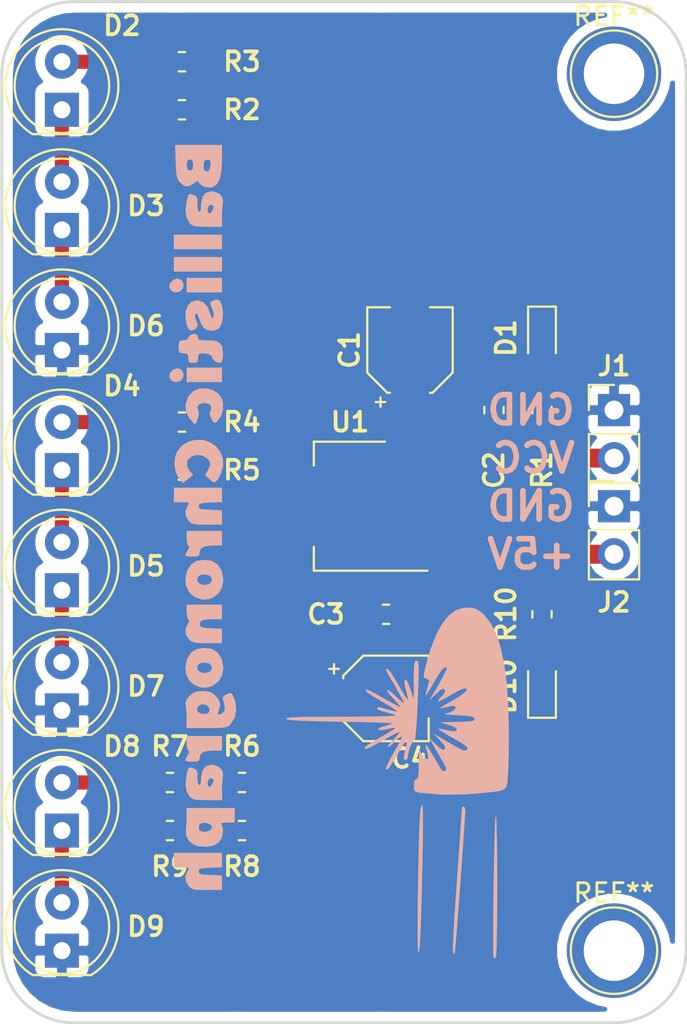
<source format=kicad_pcb>
(kicad_pcb (version 20171130) (host pcbnew "(6.0.0-rc1-dev-163-g630631b41)")

  (general
    (thickness 1.6)
    (drawings 12)
    (tracks 30)
    (zones 0)
    (modules 31)
    (nets 16)
  )

  (page A4)
  (layers
    (0 F.Cu signal)
    (31 B.Cu signal)
    (32 B.Adhes user)
    (33 F.Adhes user)
    (34 B.Paste user)
    (35 F.Paste user)
    (36 B.SilkS user)
    (37 F.SilkS user)
    (38 B.Mask user)
    (39 F.Mask user)
    (40 Dwgs.User user)
    (41 Cmts.User user)
    (42 Eco1.User user)
    (43 Eco2.User user)
    (44 Edge.Cuts user)
    (45 Margin user)
    (46 B.CrtYd user)
    (47 F.CrtYd user)
    (48 B.Fab user)
    (49 F.Fab user hide)
  )

  (setup
    (last_trace_width 0.25)
    (user_trace_width 0.3)
    (user_trace_width 0.5)
    (user_trace_width 0.75)
    (user_trace_width 1)
    (trace_clearance 0.2)
    (zone_clearance 0.508)
    (zone_45_only yes)
    (trace_min 0.2)
    (via_size 0.8)
    (via_drill 0.4)
    (via_min_size 0.4)
    (via_min_drill 0.3)
    (user_via 0.8 0.4)
    (uvia_size 0.3)
    (uvia_drill 0.1)
    (uvias_allowed no)
    (uvia_min_size 0.2)
    (uvia_min_drill 0.1)
    (edge_width 0.15)
    (segment_width 0.2)
    (pcb_text_width 0.3)
    (pcb_text_size 1.5 1.5)
    (mod_edge_width 0.15)
    (mod_text_size 1 1)
    (mod_text_width 0.2)
    (pad_size 5 5)
    (pad_drill 3.2)
    (pad_to_mask_clearance 0.2)
    (aux_axis_origin 0 0)
    (visible_elements FFFFFF7F)
    (pcbplotparams
      (layerselection 0x010fc_ffffffff)
      (usegerberextensions false)
      (usegerberattributes false)
      (usegerberadvancedattributes false)
      (creategerberjobfile false)
      (excludeedgelayer true)
      (linewidth 0.100000)
      (plotframeref false)
      (viasonmask false)
      (mode 1)
      (useauxorigin false)
      (hpglpennumber 1)
      (hpglpenspeed 20)
      (hpglpendiameter 15.000000)
      (psnegative false)
      (psa4output false)
      (plotreference true)
      (plotvalue true)
      (plotinvisibletext false)
      (padsonsilk false)
      (subtractmaskfromsilk false)
      (outputformat 1)
      (mirror false)
      (drillshape 1)
      (scaleselection 1)
      (outputdirectory ""))
  )

  (net 0 "")
  (net 1 GND)
  (net 2 +5V)
  (net 3 "Net-(D2-Pad1)")
  (net 4 "Net-(D3-Pad1)")
  (net 5 "Net-(D4-Pad1)")
  (net 6 "Net-(D5-Pad1)")
  (net 7 "Net-(D8-Pad1)")
  (net 8 VCC)
  (net 9 "Net-(R6-Pad2)")
  (net 10 "Net-(D10-Pad2)")
  (net 11 "Net-(R8-Pad2)")
  (net 12 "Net-(D8-Pad2)")
  (net 13 "Net-(D1-Pad2)")
  (net 14 "Net-(D2-Pad2)")
  (net 15 "Net-(D4-Pad2)")

  (net_class Default "This is the default net class."
    (clearance 0.2)
    (trace_width 0.25)
    (via_dia 0.8)
    (via_drill 0.4)
    (uvia_dia 0.3)
    (uvia_drill 0.1)
    (add_net +5V)
    (add_net GND)
    (add_net "Net-(D1-Pad2)")
    (add_net "Net-(D10-Pad2)")
    (add_net "Net-(D2-Pad1)")
    (add_net "Net-(D2-Pad2)")
    (add_net "Net-(D3-Pad1)")
    (add_net "Net-(D4-Pad1)")
    (add_net "Net-(D4-Pad2)")
    (add_net "Net-(D5-Pad1)")
    (add_net "Net-(D8-Pad1)")
    (add_net "Net-(D8-Pad2)")
    (add_net "Net-(R6-Pad2)")
    (add_net "Net-(R8-Pad2)")
    (add_net VCC)
  )

  (module TestPoint:TestPoint_Plated_Hole_D3.0mm (layer F.Cu) (tedit 5B6831C9) (tstamp 5B6908D6)
    (at 148.59 123.19)
    (descr "Plated Hole as test Point, diameter 3.0mm")
    (tags "test point plated hole")
    (attr virtual)
    (fp_text reference REF** (at 0 -3.048) (layer F.SilkS)
      (effects (font (size 1 1) (thickness 0.15)))
    )
    (fp_text value TestPoint_Plated_Hole_D3.0mm (at 0 3) (layer F.Fab)
      (effects (font (size 1 1) (thickness 0.15)))
    )
    (fp_text user %R (at 0 -3.05) (layer F.Fab)
      (effects (font (size 1 1) (thickness 0.15)))
    )
    (fp_circle (center 0 0) (end 2.5 0) (layer F.CrtYd) (width 0.05))
    (fp_circle (center 0 0) (end 0 -2.286) (layer F.SilkS) (width 0.12))
    (pad 1 thru_hole circle (at 0 0) (size 5 5) (drill 3.2) (layers *.Cu *.Mask))
  )

  (module LED_SMD:LED_0603_1608Metric_Pad1.05x0.95mm_HandSolder (layer F.Cu) (tedit 5B4B45C9) (tstamp 5B73A869)
    (at 144.78 109.22 90)
    (descr "LED SMD 0603 (1608 Metric), square (rectangular) end terminal, IPC_7351 nominal, (Body size source: http://www.tortai-tech.com/upload/download/2011102023233369053.pdf), generated with kicad-footprint-generator")
    (tags "LED handsolder")
    (path /5A89EDD7)
    (attr smd)
    (fp_text reference D10 (at 0 -1.905 90) (layer F.SilkS)
      (effects (font (size 1 1) (thickness 0.2)))
    )
    (fp_text value LED (at 0 1.43 90) (layer F.Fab)
      (effects (font (size 1 1) (thickness 0.15)))
    )
    (fp_line (start 0.8 -0.4) (end -0.5 -0.4) (layer F.Fab) (width 0.1))
    (fp_line (start -0.5 -0.4) (end -0.8 -0.1) (layer F.Fab) (width 0.1))
    (fp_line (start -0.8 -0.1) (end -0.8 0.4) (layer F.Fab) (width 0.1))
    (fp_line (start -0.8 0.4) (end 0.8 0.4) (layer F.Fab) (width 0.1))
    (fp_line (start 0.8 0.4) (end 0.8 -0.4) (layer F.Fab) (width 0.1))
    (fp_line (start 0.8 -0.735) (end -1.66 -0.735) (layer F.SilkS) (width 0.12))
    (fp_line (start -1.66 -0.735) (end -1.66 0.735) (layer F.SilkS) (width 0.12))
    (fp_line (start -1.66 0.735) (end 0.8 0.735) (layer F.SilkS) (width 0.12))
    (fp_line (start -1.65 0.73) (end -1.65 -0.73) (layer F.CrtYd) (width 0.05))
    (fp_line (start -1.65 -0.73) (end 1.65 -0.73) (layer F.CrtYd) (width 0.05))
    (fp_line (start 1.65 -0.73) (end 1.65 0.73) (layer F.CrtYd) (width 0.05))
    (fp_line (start 1.65 0.73) (end -1.65 0.73) (layer F.CrtYd) (width 0.05))
    (fp_text user %R (at 0 0 90) (layer F.Fab)
      (effects (font (size 0.4 0.4) (thickness 0.06)))
    )
    (pad 1 smd roundrect (at -0.875 0 90) (size 1.05 0.95) (layers F.Cu F.Paste F.Mask) (roundrect_rratio 0.25)
      (net 1 GND))
    (pad 2 smd roundrect (at 0.875 0 90) (size 1.05 0.95) (layers F.Cu F.Paste F.Mask) (roundrect_rratio 0.25)
      (net 10 "Net-(D10-Pad2)"))
    (model ${KISYS3DMOD}/LED_SMD.3dshapes/LED_0603_1608Metric.wrl
      (at (xyz 0 0 0))
      (scale (xyz 1 1 1))
      (rotate (xyz 0 0 0))
    )
  )

  (module Capacitor_SMD:CP_Elec_4x4.5 (layer F.Cu) (tedit 5A841F9D) (tstamp 5B73A0E2)
    (at 136.525 109.855)
    (descr "SMT capacitor, aluminium electrolytic, 4x4.5, Nichicon ")
    (tags "Capacitor Electrolytic")
    (path /5A8A3262)
    (attr smd)
    (fp_text reference C4 (at 1.27 3.175) (layer F.SilkS)
      (effects (font (size 1 1) (thickness 0.2)))
    )
    (fp_text value 10uF (at 0 3.2) (layer F.Fab)
      (effects (font (size 1 1) (thickness 0.15)))
    )
    (fp_text user %R (at 0 0) (layer F.Fab)
      (effects (font (size 0.8 0.8) (thickness 0.12)))
    )
    (fp_line (start -3.35 1.05) (end -2.4 1.05) (layer F.CrtYd) (width 0.05))
    (fp_line (start -3.35 -1.05) (end -3.35 1.05) (layer F.CrtYd) (width 0.05))
    (fp_line (start -2.4 -1.05) (end -3.35 -1.05) (layer F.CrtYd) (width 0.05))
    (fp_line (start -2.4 1.05) (end -2.4 1.25) (layer F.CrtYd) (width 0.05))
    (fp_line (start -2.4 -1.25) (end -2.4 -1.05) (layer F.CrtYd) (width 0.05))
    (fp_line (start -2.4 -1.25) (end -1.25 -2.4) (layer F.CrtYd) (width 0.05))
    (fp_line (start -2.4 1.25) (end -1.25 2.4) (layer F.CrtYd) (width 0.05))
    (fp_line (start -1.25 -2.4) (end 2.4 -2.4) (layer F.CrtYd) (width 0.05))
    (fp_line (start -1.25 2.4) (end 2.4 2.4) (layer F.CrtYd) (width 0.05))
    (fp_line (start 2.4 1.05) (end 2.4 2.4) (layer F.CrtYd) (width 0.05))
    (fp_line (start 3.35 1.05) (end 2.4 1.05) (layer F.CrtYd) (width 0.05))
    (fp_line (start 3.35 -1.05) (end 3.35 1.05) (layer F.CrtYd) (width 0.05))
    (fp_line (start 2.4 -1.05) (end 3.35 -1.05) (layer F.CrtYd) (width 0.05))
    (fp_line (start 2.4 -2.4) (end 2.4 -1.05) (layer F.CrtYd) (width 0.05))
    (fp_line (start -2.75 -1.81) (end -2.75 -1.31) (layer F.SilkS) (width 0.12))
    (fp_line (start -3 -1.56) (end -2.5 -1.56) (layer F.SilkS) (width 0.12))
    (fp_line (start -2.26 1.195563) (end -1.195563 2.26) (layer F.SilkS) (width 0.12))
    (fp_line (start -2.26 -1.195563) (end -1.195563 -2.26) (layer F.SilkS) (width 0.12))
    (fp_line (start -2.26 -1.195563) (end -2.26 -1.06) (layer F.SilkS) (width 0.12))
    (fp_line (start -2.26 1.195563) (end -2.26 1.06) (layer F.SilkS) (width 0.12))
    (fp_line (start -1.195563 2.26) (end 2.26 2.26) (layer F.SilkS) (width 0.12))
    (fp_line (start -1.195563 -2.26) (end 2.26 -2.26) (layer F.SilkS) (width 0.12))
    (fp_line (start 2.26 -2.26) (end 2.26 -1.06) (layer F.SilkS) (width 0.12))
    (fp_line (start 2.26 2.26) (end 2.26 1.06) (layer F.SilkS) (width 0.12))
    (fp_line (start -1.374773 -1.2) (end -1.374773 -0.8) (layer F.Fab) (width 0.1))
    (fp_line (start -1.574773 -1) (end -1.174773 -1) (layer F.Fab) (width 0.1))
    (fp_line (start -2.15 1.15) (end -1.15 2.15) (layer F.Fab) (width 0.1))
    (fp_line (start -2.15 -1.15) (end -1.15 -2.15) (layer F.Fab) (width 0.1))
    (fp_line (start -2.15 -1.15) (end -2.15 1.15) (layer F.Fab) (width 0.1))
    (fp_line (start -1.15 2.15) (end 2.15 2.15) (layer F.Fab) (width 0.1))
    (fp_line (start -1.15 -2.15) (end 2.15 -2.15) (layer F.Fab) (width 0.1))
    (fp_line (start 2.15 -2.15) (end 2.15 2.15) (layer F.Fab) (width 0.1))
    (fp_circle (center 0 0) (end 2 0) (layer F.Fab) (width 0.1))
    (pad 2 smd rect (at 1.8 0) (size 2.6 1.6) (layers F.Cu F.Paste F.Mask)
      (net 1 GND))
    (pad 1 smd rect (at -1.8 0) (size 2.6 1.6) (layers F.Cu F.Paste F.Mask)
      (net 2 +5V))
    (model ${KISYS3DMOD}/Capacitor_SMD.3dshapes/CP_Elec_4x4.5.wrl
      (at (xyz 0 0 0))
      (scale (xyz 1 1 1))
      (rotate (xyz 0 0 0))
    )
  )

  (module Capacitor_SMD:CP_Elec_4x4.5 (layer F.Cu) (tedit 5A841F9D) (tstamp 5B73A0BB)
    (at 137.795 91.44 90)
    (descr "SMT capacitor, aluminium electrolytic, 4x4.5, Nichicon ")
    (tags "Capacitor Electrolytic")
    (path /5A8A7B6D)
    (attr smd)
    (fp_text reference C1 (at 0 -3.2 90) (layer F.SilkS)
      (effects (font (size 1 1) (thickness 0.2)))
    )
    (fp_text value 10uF (at 0 3.2 90) (layer F.Fab)
      (effects (font (size 1 1) (thickness 0.15)))
    )
    (fp_circle (center 0 0) (end 2 0) (layer F.Fab) (width 0.1))
    (fp_line (start 2.15 -2.15) (end 2.15 2.15) (layer F.Fab) (width 0.1))
    (fp_line (start -1.15 -2.15) (end 2.15 -2.15) (layer F.Fab) (width 0.1))
    (fp_line (start -1.15 2.15) (end 2.15 2.15) (layer F.Fab) (width 0.1))
    (fp_line (start -2.15 -1.15) (end -2.15 1.15) (layer F.Fab) (width 0.1))
    (fp_line (start -2.15 -1.15) (end -1.15 -2.15) (layer F.Fab) (width 0.1))
    (fp_line (start -2.15 1.15) (end -1.15 2.15) (layer F.Fab) (width 0.1))
    (fp_line (start -1.574773 -1) (end -1.174773 -1) (layer F.Fab) (width 0.1))
    (fp_line (start -1.374773 -1.2) (end -1.374773 -0.8) (layer F.Fab) (width 0.1))
    (fp_line (start 2.26 2.26) (end 2.26 1.06) (layer F.SilkS) (width 0.12))
    (fp_line (start 2.26 -2.26) (end 2.26 -1.06) (layer F.SilkS) (width 0.12))
    (fp_line (start -1.195563 -2.26) (end 2.26 -2.26) (layer F.SilkS) (width 0.12))
    (fp_line (start -1.195563 2.26) (end 2.26 2.26) (layer F.SilkS) (width 0.12))
    (fp_line (start -2.26 1.195563) (end -2.26 1.06) (layer F.SilkS) (width 0.12))
    (fp_line (start -2.26 -1.195563) (end -2.26 -1.06) (layer F.SilkS) (width 0.12))
    (fp_line (start -2.26 -1.195563) (end -1.195563 -2.26) (layer F.SilkS) (width 0.12))
    (fp_line (start -2.26 1.195563) (end -1.195563 2.26) (layer F.SilkS) (width 0.12))
    (fp_line (start -3 -1.56) (end -2.5 -1.56) (layer F.SilkS) (width 0.12))
    (fp_line (start -2.75 -1.81) (end -2.75 -1.31) (layer F.SilkS) (width 0.12))
    (fp_line (start 2.4 -2.4) (end 2.4 -1.05) (layer F.CrtYd) (width 0.05))
    (fp_line (start 2.4 -1.05) (end 3.35 -1.05) (layer F.CrtYd) (width 0.05))
    (fp_line (start 3.35 -1.05) (end 3.35 1.05) (layer F.CrtYd) (width 0.05))
    (fp_line (start 3.35 1.05) (end 2.4 1.05) (layer F.CrtYd) (width 0.05))
    (fp_line (start 2.4 1.05) (end 2.4 2.4) (layer F.CrtYd) (width 0.05))
    (fp_line (start -1.25 2.4) (end 2.4 2.4) (layer F.CrtYd) (width 0.05))
    (fp_line (start -1.25 -2.4) (end 2.4 -2.4) (layer F.CrtYd) (width 0.05))
    (fp_line (start -2.4 1.25) (end -1.25 2.4) (layer F.CrtYd) (width 0.05))
    (fp_line (start -2.4 -1.25) (end -1.25 -2.4) (layer F.CrtYd) (width 0.05))
    (fp_line (start -2.4 -1.25) (end -2.4 -1.05) (layer F.CrtYd) (width 0.05))
    (fp_line (start -2.4 1.05) (end -2.4 1.25) (layer F.CrtYd) (width 0.05))
    (fp_line (start -2.4 -1.05) (end -3.35 -1.05) (layer F.CrtYd) (width 0.05))
    (fp_line (start -3.35 -1.05) (end -3.35 1.05) (layer F.CrtYd) (width 0.05))
    (fp_line (start -3.35 1.05) (end -2.4 1.05) (layer F.CrtYd) (width 0.05))
    (fp_text user %R (at 0 0 90) (layer F.Fab)
      (effects (font (size 0.8 0.8) (thickness 0.12)))
    )
    (pad 1 smd rect (at -1.8 0 90) (size 2.6 1.6) (layers F.Cu F.Paste F.Mask)
      (net 8 VCC))
    (pad 2 smd rect (at 1.8 0 90) (size 2.6 1.6) (layers F.Cu F.Paste F.Mask)
      (net 1 GND))
    (model ${KISYS3DMOD}/Capacitor_SMD.3dshapes/CP_Elec_4x4.5.wrl
      (at (xyz 0 0 0))
      (scale (xyz 1 1 1))
      (rotate (xyz 0 0 0))
    )
  )

  (module Capacitor_SMD:C_0603_1608Metric_Pad1.05x0.95mm_HandSolder (layer F.Cu) (tedit 5B301BBE) (tstamp 5B73A0AB)
    (at 142.24 94.615 90)
    (descr "Capacitor SMD 0603 (1608 Metric), square (rectangular) end terminal, IPC_7351 nominal with elongated pad for handsoldering. (Body size source: http://www.tortai-tech.com/upload/download/2011102023233369053.pdf), generated with kicad-footprint-generator")
    (tags "capacitor handsolder")
    (path /5A8A7B66)
    (attr smd)
    (fp_text reference C2 (at -3.175 0 90) (layer F.SilkS)
      (effects (font (size 1 1) (thickness 0.2)))
    )
    (fp_text value 100nF (at 0 1.43 90) (layer F.Fab)
      (effects (font (size 1 1) (thickness 0.15)))
    )
    (fp_text user %R (at 0 0 90) (layer F.Fab)
      (effects (font (size 0.4 0.4) (thickness 0.06)))
    )
    (fp_line (start 1.65 0.73) (end -1.65 0.73) (layer F.CrtYd) (width 0.05))
    (fp_line (start 1.65 -0.73) (end 1.65 0.73) (layer F.CrtYd) (width 0.05))
    (fp_line (start -1.65 -0.73) (end 1.65 -0.73) (layer F.CrtYd) (width 0.05))
    (fp_line (start -1.65 0.73) (end -1.65 -0.73) (layer F.CrtYd) (width 0.05))
    (fp_line (start -0.171267 0.51) (end 0.171267 0.51) (layer F.SilkS) (width 0.12))
    (fp_line (start -0.171267 -0.51) (end 0.171267 -0.51) (layer F.SilkS) (width 0.12))
    (fp_line (start 0.8 0.4) (end -0.8 0.4) (layer F.Fab) (width 0.1))
    (fp_line (start 0.8 -0.4) (end 0.8 0.4) (layer F.Fab) (width 0.1))
    (fp_line (start -0.8 -0.4) (end 0.8 -0.4) (layer F.Fab) (width 0.1))
    (fp_line (start -0.8 0.4) (end -0.8 -0.4) (layer F.Fab) (width 0.1))
    (pad 2 smd roundrect (at 0.875 0 90) (size 1.05 0.95) (layers F.Cu F.Paste F.Mask) (roundrect_rratio 0.25)
      (net 1 GND))
    (pad 1 smd roundrect (at -0.875 0 90) (size 1.05 0.95) (layers F.Cu F.Paste F.Mask) (roundrect_rratio 0.25)
      (net 8 VCC))
    (model ${KISYS3DMOD}/Capacitor_SMD.3dshapes/C_0603_1608Metric.wrl
      (at (xyz 0 0 0))
      (scale (xyz 1 1 1))
      (rotate (xyz 0 0 0))
    )
  )

  (module Capacitor_SMD:C_0603_1608Metric_Pad1.05x0.95mm_HandSolder (layer F.Cu) (tedit 5B301BBE) (tstamp 5B73A09B)
    (at 136.525 105.41)
    (descr "Capacitor SMD 0603 (1608 Metric), square (rectangular) end terminal, IPC_7351 nominal with elongated pad for handsoldering. (Body size source: http://www.tortai-tech.com/upload/download/2011102023233369053.pdf), generated with kicad-footprint-generator")
    (tags "capacitor handsolder")
    (path /5A8A31A9)
    (attr smd)
    (fp_text reference C3 (at -3.175 0) (layer F.SilkS)
      (effects (font (size 1 1) (thickness 0.2)))
    )
    (fp_text value 100nF (at 0 1.43) (layer F.Fab)
      (effects (font (size 1 1) (thickness 0.15)))
    )
    (fp_line (start -0.8 0.4) (end -0.8 -0.4) (layer F.Fab) (width 0.1))
    (fp_line (start -0.8 -0.4) (end 0.8 -0.4) (layer F.Fab) (width 0.1))
    (fp_line (start 0.8 -0.4) (end 0.8 0.4) (layer F.Fab) (width 0.1))
    (fp_line (start 0.8 0.4) (end -0.8 0.4) (layer F.Fab) (width 0.1))
    (fp_line (start -0.171267 -0.51) (end 0.171267 -0.51) (layer F.SilkS) (width 0.12))
    (fp_line (start -0.171267 0.51) (end 0.171267 0.51) (layer F.SilkS) (width 0.12))
    (fp_line (start -1.65 0.73) (end -1.65 -0.73) (layer F.CrtYd) (width 0.05))
    (fp_line (start -1.65 -0.73) (end 1.65 -0.73) (layer F.CrtYd) (width 0.05))
    (fp_line (start 1.65 -0.73) (end 1.65 0.73) (layer F.CrtYd) (width 0.05))
    (fp_line (start 1.65 0.73) (end -1.65 0.73) (layer F.CrtYd) (width 0.05))
    (fp_text user %R (at 0 0) (layer F.Fab)
      (effects (font (size 0.4 0.4) (thickness 0.06)))
    )
    (pad 1 smd roundrect (at -0.875 0) (size 1.05 0.95) (layers F.Cu F.Paste F.Mask) (roundrect_rratio 0.25)
      (net 2 +5V))
    (pad 2 smd roundrect (at 0.875 0) (size 1.05 0.95) (layers F.Cu F.Paste F.Mask) (roundrect_rratio 0.25)
      (net 1 GND))
    (model ${KISYS3DMOD}/Capacitor_SMD.3dshapes/C_0603_1608Metric.wrl
      (at (xyz 0 0 0))
      (scale (xyz 1 1 1))
      (rotate (xyz 0 0 0))
    )
  )

  (module Connector_PinHeader_2.54mm:PinHeader_1x02_P2.54mm_Vertical (layer F.Cu) (tedit 59FED5CC) (tstamp 5B73A086)
    (at 148.59 99.695)
    (descr "Through hole straight pin header, 1x02, 2.54mm pitch, single row")
    (tags "Through hole pin header THT 1x02 2.54mm single row")
    (path /5A89C5FF)
    (fp_text reference J2 (at 0 5.08) (layer F.SilkS)
      (effects (font (size 1 1) (thickness 0.2)))
    )
    (fp_text value Conn_01x02 (at 0 4.87) (layer F.Fab)
      (effects (font (size 1 1) (thickness 0.15)))
    )
    (fp_text user %R (at 0 1.27 90) (layer F.Fab)
      (effects (font (size 1 1) (thickness 0.15)))
    )
    (fp_line (start 1.8 -1.8) (end -1.8 -1.8) (layer F.CrtYd) (width 0.05))
    (fp_line (start 1.8 4.35) (end 1.8 -1.8) (layer F.CrtYd) (width 0.05))
    (fp_line (start -1.8 4.35) (end 1.8 4.35) (layer F.CrtYd) (width 0.05))
    (fp_line (start -1.8 -1.8) (end -1.8 4.35) (layer F.CrtYd) (width 0.05))
    (fp_line (start -1.33 -1.33) (end 0 -1.33) (layer F.SilkS) (width 0.12))
    (fp_line (start -1.33 0) (end -1.33 -1.33) (layer F.SilkS) (width 0.12))
    (fp_line (start -1.33 1.27) (end 1.33 1.27) (layer F.SilkS) (width 0.12))
    (fp_line (start 1.33 1.27) (end 1.33 3.87) (layer F.SilkS) (width 0.12))
    (fp_line (start -1.33 1.27) (end -1.33 3.87) (layer F.SilkS) (width 0.12))
    (fp_line (start -1.33 3.87) (end 1.33 3.87) (layer F.SilkS) (width 0.12))
    (fp_line (start -1.27 -0.635) (end -0.635 -1.27) (layer F.Fab) (width 0.1))
    (fp_line (start -1.27 3.81) (end -1.27 -0.635) (layer F.Fab) (width 0.1))
    (fp_line (start 1.27 3.81) (end -1.27 3.81) (layer F.Fab) (width 0.1))
    (fp_line (start 1.27 -1.27) (end 1.27 3.81) (layer F.Fab) (width 0.1))
    (fp_line (start -0.635 -1.27) (end 1.27 -1.27) (layer F.Fab) (width 0.1))
    (pad 2 thru_hole oval (at 0 2.54) (size 1.7 1.7) (drill 1) (layers *.Cu *.Mask)
      (net 2 +5V))
    (pad 1 thru_hole rect (at 0 0) (size 1.7 1.7) (drill 1) (layers *.Cu *.Mask)
      (net 1 GND))
    (model ${KISYS3DMOD}/Connector_PinHeader_2.54mm.3dshapes/PinHeader_1x02_P2.54mm_Vertical.wrl
      (at (xyz 0 0 0))
      (scale (xyz 1 1 1))
      (rotate (xyz 0 0 0))
    )
  )

  (module Connector_PinHeader_2.54mm:PinHeader_1x02_P2.54mm_Vertical (layer F.Cu) (tedit 59FED5CC) (tstamp 5B73A071)
    (at 148.59 94.615)
    (descr "Through hole straight pin header, 1x02, 2.54mm pitch, single row")
    (tags "Through hole pin header THT 1x02 2.54mm single row")
    (path /5A8AB0A4)
    (fp_text reference J1 (at 0 -2.33) (layer F.SilkS)
      (effects (font (size 1 1) (thickness 0.2)))
    )
    (fp_text value Conn_01x02 (at 0 4.87) (layer F.Fab)
      (effects (font (size 1 1) (thickness 0.15)))
    )
    (fp_line (start -0.635 -1.27) (end 1.27 -1.27) (layer F.Fab) (width 0.1))
    (fp_line (start 1.27 -1.27) (end 1.27 3.81) (layer F.Fab) (width 0.1))
    (fp_line (start 1.27 3.81) (end -1.27 3.81) (layer F.Fab) (width 0.1))
    (fp_line (start -1.27 3.81) (end -1.27 -0.635) (layer F.Fab) (width 0.1))
    (fp_line (start -1.27 -0.635) (end -0.635 -1.27) (layer F.Fab) (width 0.1))
    (fp_line (start -1.33 3.87) (end 1.33 3.87) (layer F.SilkS) (width 0.12))
    (fp_line (start -1.33 1.27) (end -1.33 3.87) (layer F.SilkS) (width 0.12))
    (fp_line (start 1.33 1.27) (end 1.33 3.87) (layer F.SilkS) (width 0.12))
    (fp_line (start -1.33 1.27) (end 1.33 1.27) (layer F.SilkS) (width 0.12))
    (fp_line (start -1.33 0) (end -1.33 -1.33) (layer F.SilkS) (width 0.12))
    (fp_line (start -1.33 -1.33) (end 0 -1.33) (layer F.SilkS) (width 0.12))
    (fp_line (start -1.8 -1.8) (end -1.8 4.35) (layer F.CrtYd) (width 0.05))
    (fp_line (start -1.8 4.35) (end 1.8 4.35) (layer F.CrtYd) (width 0.05))
    (fp_line (start 1.8 4.35) (end 1.8 -1.8) (layer F.CrtYd) (width 0.05))
    (fp_line (start 1.8 -1.8) (end -1.8 -1.8) (layer F.CrtYd) (width 0.05))
    (fp_text user %R (at 0 1.27 90) (layer F.Fab)
      (effects (font (size 1 1) (thickness 0.15)))
    )
    (pad 1 thru_hole rect (at 0 0) (size 1.7 1.7) (drill 1) (layers *.Cu *.Mask)
      (net 1 GND))
    (pad 2 thru_hole oval (at 0 2.54) (size 1.7 1.7) (drill 1) (layers *.Cu *.Mask)
      (net 8 VCC))
    (model ${KISYS3DMOD}/Connector_PinHeader_2.54mm.3dshapes/PinHeader_1x02_P2.54mm_Vertical.wrl
      (at (xyz 0 0 0))
      (scale (xyz 1 1 1))
      (rotate (xyz 0 0 0))
    )
  )

  (module LED_SMD:LED_0603_1608Metric_Pad1.05x0.95mm_HandSolder (layer F.Cu) (tedit 5B4B45C9) (tstamp 5B73A05F)
    (at 144.78 90.805 270)
    (descr "LED SMD 0603 (1608 Metric), square (rectangular) end terminal, IPC_7351 nominal, (Body size source: http://www.tortai-tech.com/upload/download/2011102023233369053.pdf), generated with kicad-footprint-generator")
    (tags "LED handsolder")
    (path /5A8A7B55)
    (attr smd)
    (fp_text reference D1 (at 0 1.905 270) (layer F.SilkS)
      (effects (font (size 1 1) (thickness 0.2)))
    )
    (fp_text value LED (at 0 1.43 270) (layer F.Fab)
      (effects (font (size 1 1) (thickness 0.15)))
    )
    (fp_line (start 0.8 -0.4) (end -0.5 -0.4) (layer F.Fab) (width 0.1))
    (fp_line (start -0.5 -0.4) (end -0.8 -0.1) (layer F.Fab) (width 0.1))
    (fp_line (start -0.8 -0.1) (end -0.8 0.4) (layer F.Fab) (width 0.1))
    (fp_line (start -0.8 0.4) (end 0.8 0.4) (layer F.Fab) (width 0.1))
    (fp_line (start 0.8 0.4) (end 0.8 -0.4) (layer F.Fab) (width 0.1))
    (fp_line (start 0.8 -0.735) (end -1.66 -0.735) (layer F.SilkS) (width 0.12))
    (fp_line (start -1.66 -0.735) (end -1.66 0.735) (layer F.SilkS) (width 0.12))
    (fp_line (start -1.66 0.735) (end 0.8 0.735) (layer F.SilkS) (width 0.12))
    (fp_line (start -1.65 0.73) (end -1.65 -0.73) (layer F.CrtYd) (width 0.05))
    (fp_line (start -1.65 -0.73) (end 1.65 -0.73) (layer F.CrtYd) (width 0.05))
    (fp_line (start 1.65 -0.73) (end 1.65 0.73) (layer F.CrtYd) (width 0.05))
    (fp_line (start 1.65 0.73) (end -1.65 0.73) (layer F.CrtYd) (width 0.05))
    (fp_text user %R (at 0 0 270) (layer F.Fab)
      (effects (font (size 0.4 0.4) (thickness 0.06)))
    )
    (pad 1 smd roundrect (at -0.875 0 270) (size 1.05 0.95) (layers F.Cu F.Paste F.Mask) (roundrect_rratio 0.25)
      (net 1 GND))
    (pad 2 smd roundrect (at 0.875 0 270) (size 1.05 0.95) (layers F.Cu F.Paste F.Mask) (roundrect_rratio 0.25)
      (net 13 "Net-(D1-Pad2)"))
    (model ${KISYS3DMOD}/LED_SMD.3dshapes/LED_0603_1608Metric.wrl
      (at (xyz 0 0 0))
      (scale (xyz 1 1 1))
      (rotate (xyz 0 0 0))
    )
  )

  (module LED_THT:LED_D5.0mm (layer F.Cu) (tedit 5995936A) (tstamp 5B73A03D)
    (at 119.38 123.19 90)
    (descr "LED, diameter 5.0mm, 2 pins, http://cdn-reichelt.de/documents/datenblatt/A500/LL-504BC2E-009.pdf")
    (tags "LED diameter 5.0mm 2 pins")
    (path /5A89DA91)
    (fp_text reference D9 (at 1.27 4.445 180) (layer F.SilkS)
      (effects (font (size 1 1) (thickness 0.2)))
    )
    (fp_text value CQY99 (at 1.27 3.96 90) (layer F.Fab)
      (effects (font (size 1 1) (thickness 0.15)))
    )
    (fp_text user %R (at 1.25 0 90) (layer F.Fab)
      (effects (font (size 0.8 0.8) (thickness 0.2)))
    )
    (fp_line (start 4.5 -3.25) (end -1.95 -3.25) (layer F.CrtYd) (width 0.05))
    (fp_line (start 4.5 3.25) (end 4.5 -3.25) (layer F.CrtYd) (width 0.05))
    (fp_line (start -1.95 3.25) (end 4.5 3.25) (layer F.CrtYd) (width 0.05))
    (fp_line (start -1.95 -3.25) (end -1.95 3.25) (layer F.CrtYd) (width 0.05))
    (fp_line (start -1.29 -1.545) (end -1.29 1.545) (layer F.SilkS) (width 0.12))
    (fp_line (start -1.23 -1.469694) (end -1.23 1.469694) (layer F.Fab) (width 0.1))
    (fp_circle (center 1.27 0) (end 3.77 0) (layer F.SilkS) (width 0.12))
    (fp_circle (center 1.27 0) (end 3.77 0) (layer F.Fab) (width 0.1))
    (fp_arc (start 1.27 0) (end -1.29 1.54483) (angle -148.9) (layer F.SilkS) (width 0.12))
    (fp_arc (start 1.27 0) (end -1.29 -1.54483) (angle 148.9) (layer F.SilkS) (width 0.12))
    (fp_arc (start 1.27 0) (end -1.23 -1.469694) (angle 299.1) (layer F.Fab) (width 0.1))
    (pad 2 thru_hole circle (at 2.54 0 90) (size 1.8 1.8) (drill 0.9) (layers *.Cu *.Mask)
      (net 7 "Net-(D8-Pad1)"))
    (pad 1 thru_hole rect (at 0 0 90) (size 1.8 1.8) (drill 0.9) (layers *.Cu *.Mask)
      (net 1 GND))
    (model ${KISYS3DMOD}/LED_THT.3dshapes/LED_D5.0mm.wrl
      (at (xyz 0 0 0))
      (scale (xyz 1 1 1))
      (rotate (xyz 0 0 0))
    )
  )

  (module LED_THT:LED_D5.0mm (layer F.Cu) (tedit 5995936A) (tstamp 5B73A02C)
    (at 119.38 110.49 90)
    (descr "LED, diameter 5.0mm, 2 pins, http://cdn-reichelt.de/documents/datenblatt/A500/LL-504BC2E-009.pdf")
    (tags "LED diameter 5.0mm 2 pins")
    (path /5A89DA57)
    (fp_text reference D7 (at 1.27 4.445 180) (layer F.SilkS)
      (effects (font (size 1 1) (thickness 0.2)))
    )
    (fp_text value CQY99 (at 1.27 3.96 90) (layer F.Fab)
      (effects (font (size 1 1) (thickness 0.15)))
    )
    (fp_arc (start 1.27 0) (end -1.23 -1.469694) (angle 299.1) (layer F.Fab) (width 0.1))
    (fp_arc (start 1.27 0) (end -1.29 -1.54483) (angle 148.9) (layer F.SilkS) (width 0.12))
    (fp_arc (start 1.27 0) (end -1.29 1.54483) (angle -148.9) (layer F.SilkS) (width 0.12))
    (fp_circle (center 1.27 0) (end 3.77 0) (layer F.Fab) (width 0.1))
    (fp_circle (center 1.27 0) (end 3.77 0) (layer F.SilkS) (width 0.12))
    (fp_line (start -1.23 -1.469694) (end -1.23 1.469694) (layer F.Fab) (width 0.1))
    (fp_line (start -1.29 -1.545) (end -1.29 1.545) (layer F.SilkS) (width 0.12))
    (fp_line (start -1.95 -3.25) (end -1.95 3.25) (layer F.CrtYd) (width 0.05))
    (fp_line (start -1.95 3.25) (end 4.5 3.25) (layer F.CrtYd) (width 0.05))
    (fp_line (start 4.5 3.25) (end 4.5 -3.25) (layer F.CrtYd) (width 0.05))
    (fp_line (start 4.5 -3.25) (end -1.95 -3.25) (layer F.CrtYd) (width 0.05))
    (fp_text user %R (at 1.25 0 90) (layer F.Fab)
      (effects (font (size 0.8 0.8) (thickness 0.2)))
    )
    (pad 1 thru_hole rect (at 0 0 90) (size 1.8 1.8) (drill 0.9) (layers *.Cu *.Mask)
      (net 1 GND))
    (pad 2 thru_hole circle (at 2.54 0 90) (size 1.8 1.8) (drill 0.9) (layers *.Cu *.Mask)
      (net 6 "Net-(D5-Pad1)"))
    (model ${KISYS3DMOD}/LED_THT.3dshapes/LED_D5.0mm.wrl
      (at (xyz 0 0 0))
      (scale (xyz 1 1 1))
      (rotate (xyz 0 0 0))
    )
  )

  (module LED_THT:LED_D5.0mm (layer F.Cu) (tedit 5995936A) (tstamp 5B73A01B)
    (at 119.38 91.44 90)
    (descr "LED, diameter 5.0mm, 2 pins, http://cdn-reichelt.de/documents/datenblatt/A500/LL-504BC2E-009.pdf")
    (tags "LED diameter 5.0mm 2 pins")
    (path /5A89DA3A)
    (fp_text reference D6 (at 1.27 4.445 180) (layer F.SilkS)
      (effects (font (size 1 1) (thickness 0.2)))
    )
    (fp_text value CQY99 (at 1.27 3.96 90) (layer F.Fab)
      (effects (font (size 1 1) (thickness 0.15)))
    )
    (fp_text user %R (at 1.25 0 90) (layer F.Fab)
      (effects (font (size 0.8 0.8) (thickness 0.2)))
    )
    (fp_line (start 4.5 -3.25) (end -1.95 -3.25) (layer F.CrtYd) (width 0.05))
    (fp_line (start 4.5 3.25) (end 4.5 -3.25) (layer F.CrtYd) (width 0.05))
    (fp_line (start -1.95 3.25) (end 4.5 3.25) (layer F.CrtYd) (width 0.05))
    (fp_line (start -1.95 -3.25) (end -1.95 3.25) (layer F.CrtYd) (width 0.05))
    (fp_line (start -1.29 -1.545) (end -1.29 1.545) (layer F.SilkS) (width 0.12))
    (fp_line (start -1.23 -1.469694) (end -1.23 1.469694) (layer F.Fab) (width 0.1))
    (fp_circle (center 1.27 0) (end 3.77 0) (layer F.SilkS) (width 0.12))
    (fp_circle (center 1.27 0) (end 3.77 0) (layer F.Fab) (width 0.1))
    (fp_arc (start 1.27 0) (end -1.29 1.54483) (angle -148.9) (layer F.SilkS) (width 0.12))
    (fp_arc (start 1.27 0) (end -1.29 -1.54483) (angle 148.9) (layer F.SilkS) (width 0.12))
    (fp_arc (start 1.27 0) (end -1.23 -1.469694) (angle 299.1) (layer F.Fab) (width 0.1))
    (pad 2 thru_hole circle (at 2.54 0 90) (size 1.8 1.8) (drill 0.9) (layers *.Cu *.Mask)
      (net 4 "Net-(D3-Pad1)"))
    (pad 1 thru_hole rect (at 0 0 90) (size 1.8 1.8) (drill 0.9) (layers *.Cu *.Mask)
      (net 1 GND))
    (model ${KISYS3DMOD}/LED_THT.3dshapes/LED_D5.0mm.wrl
      (at (xyz 0 0 0))
      (scale (xyz 1 1 1))
      (rotate (xyz 0 0 0))
    )
  )

  (module LED_THT:LED_D5.0mm (layer F.Cu) (tedit 5995936A) (tstamp 5B73A00A)
    (at 119.38 104.14 90)
    (descr "LED, diameter 5.0mm, 2 pins, http://cdn-reichelt.de/documents/datenblatt/A500/LL-504BC2E-009.pdf")
    (tags "LED diameter 5.0mm 2 pins")
    (path /5A89D060)
    (fp_text reference D5 (at 1.27 4.445 180) (layer F.SilkS)
      (effects (font (size 1 1) (thickness 0.2)))
    )
    (fp_text value CQY99 (at 1.27 3.96 90) (layer F.Fab)
      (effects (font (size 1 1) (thickness 0.15)))
    )
    (fp_arc (start 1.27 0) (end -1.23 -1.469694) (angle 299.1) (layer F.Fab) (width 0.1))
    (fp_arc (start 1.27 0) (end -1.29 -1.54483) (angle 148.9) (layer F.SilkS) (width 0.12))
    (fp_arc (start 1.27 0) (end -1.29 1.54483) (angle -148.9) (layer F.SilkS) (width 0.12))
    (fp_circle (center 1.27 0) (end 3.77 0) (layer F.Fab) (width 0.1))
    (fp_circle (center 1.27 0) (end 3.77 0) (layer F.SilkS) (width 0.12))
    (fp_line (start -1.23 -1.469694) (end -1.23 1.469694) (layer F.Fab) (width 0.1))
    (fp_line (start -1.29 -1.545) (end -1.29 1.545) (layer F.SilkS) (width 0.12))
    (fp_line (start -1.95 -3.25) (end -1.95 3.25) (layer F.CrtYd) (width 0.05))
    (fp_line (start -1.95 3.25) (end 4.5 3.25) (layer F.CrtYd) (width 0.05))
    (fp_line (start 4.5 3.25) (end 4.5 -3.25) (layer F.CrtYd) (width 0.05))
    (fp_line (start 4.5 -3.25) (end -1.95 -3.25) (layer F.CrtYd) (width 0.05))
    (fp_text user %R (at 1.25 0 90) (layer F.Fab)
      (effects (font (size 0.8 0.8) (thickness 0.2)))
    )
    (pad 1 thru_hole rect (at 0 0 90) (size 1.8 1.8) (drill 0.9) (layers *.Cu *.Mask)
      (net 6 "Net-(D5-Pad1)"))
    (pad 2 thru_hole circle (at 2.54 0 90) (size 1.8 1.8) (drill 0.9) (layers *.Cu *.Mask)
      (net 5 "Net-(D4-Pad1)"))
    (model ${KISYS3DMOD}/LED_THT.3dshapes/LED_D5.0mm.wrl
      (at (xyz 0 0 0))
      (scale (xyz 1 1 1))
      (rotate (xyz 0 0 0))
    )
  )

  (module LED_THT:LED_D5.0mm (layer F.Cu) (tedit 5995936A) (tstamp 5B739FF9)
    (at 119.38 97.79 90)
    (descr "LED, diameter 5.0mm, 2 pins, http://cdn-reichelt.de/documents/datenblatt/A500/LL-504BC2E-009.pdf")
    (tags "LED diameter 5.0mm 2 pins")
    (path /5A89D043)
    (fp_text reference D4 (at 4.445 3.175 180) (layer F.SilkS)
      (effects (font (size 1 1) (thickness 0.2)))
    )
    (fp_text value CQY99 (at 1.27 3.96 90) (layer F.Fab)
      (effects (font (size 1 1) (thickness 0.15)))
    )
    (fp_text user %R (at 1.25 0 90) (layer F.Fab)
      (effects (font (size 0.8 0.8) (thickness 0.2)))
    )
    (fp_line (start 4.5 -3.25) (end -1.95 -3.25) (layer F.CrtYd) (width 0.05))
    (fp_line (start 4.5 3.25) (end 4.5 -3.25) (layer F.CrtYd) (width 0.05))
    (fp_line (start -1.95 3.25) (end 4.5 3.25) (layer F.CrtYd) (width 0.05))
    (fp_line (start -1.95 -3.25) (end -1.95 3.25) (layer F.CrtYd) (width 0.05))
    (fp_line (start -1.29 -1.545) (end -1.29 1.545) (layer F.SilkS) (width 0.12))
    (fp_line (start -1.23 -1.469694) (end -1.23 1.469694) (layer F.Fab) (width 0.1))
    (fp_circle (center 1.27 0) (end 3.77 0) (layer F.SilkS) (width 0.12))
    (fp_circle (center 1.27 0) (end 3.77 0) (layer F.Fab) (width 0.1))
    (fp_arc (start 1.27 0) (end -1.29 1.54483) (angle -148.9) (layer F.SilkS) (width 0.12))
    (fp_arc (start 1.27 0) (end -1.29 -1.54483) (angle 148.9) (layer F.SilkS) (width 0.12))
    (fp_arc (start 1.27 0) (end -1.23 -1.469694) (angle 299.1) (layer F.Fab) (width 0.1))
    (pad 2 thru_hole circle (at 2.54 0 90) (size 1.8 1.8) (drill 0.9) (layers *.Cu *.Mask)
      (net 15 "Net-(D4-Pad2)"))
    (pad 1 thru_hole rect (at 0 0 90) (size 1.8 1.8) (drill 0.9) (layers *.Cu *.Mask)
      (net 5 "Net-(D4-Pad1)"))
    (model ${KISYS3DMOD}/LED_THT.3dshapes/LED_D5.0mm.wrl
      (at (xyz 0 0 0))
      (scale (xyz 1 1 1))
      (rotate (xyz 0 0 0))
    )
  )

  (module LED_THT:LED_D5.0mm (layer F.Cu) (tedit 5995936A) (tstamp 5B739FE8)
    (at 119.38 85.09 90)
    (descr "LED, diameter 5.0mm, 2 pins, http://cdn-reichelt.de/documents/datenblatt/A500/LL-504BC2E-009.pdf")
    (tags "LED diameter 5.0mm 2 pins")
    (path /5A89CE58)
    (fp_text reference D3 (at 1.27 4.445 180) (layer F.SilkS)
      (effects (font (size 1 1) (thickness 0.2)))
    )
    (fp_text value CQY99 (at 1.27 3.96 90) (layer F.Fab)
      (effects (font (size 1 1) (thickness 0.15)))
    )
    (fp_arc (start 1.27 0) (end -1.23 -1.469694) (angle 299.1) (layer F.Fab) (width 0.1))
    (fp_arc (start 1.27 0) (end -1.29 -1.54483) (angle 148.9) (layer F.SilkS) (width 0.12))
    (fp_arc (start 1.27 0) (end -1.29 1.54483) (angle -148.9) (layer F.SilkS) (width 0.12))
    (fp_circle (center 1.27 0) (end 3.77 0) (layer F.Fab) (width 0.1))
    (fp_circle (center 1.27 0) (end 3.77 0) (layer F.SilkS) (width 0.12))
    (fp_line (start -1.23 -1.469694) (end -1.23 1.469694) (layer F.Fab) (width 0.1))
    (fp_line (start -1.29 -1.545) (end -1.29 1.545) (layer F.SilkS) (width 0.12))
    (fp_line (start -1.95 -3.25) (end -1.95 3.25) (layer F.CrtYd) (width 0.05))
    (fp_line (start -1.95 3.25) (end 4.5 3.25) (layer F.CrtYd) (width 0.05))
    (fp_line (start 4.5 3.25) (end 4.5 -3.25) (layer F.CrtYd) (width 0.05))
    (fp_line (start 4.5 -3.25) (end -1.95 -3.25) (layer F.CrtYd) (width 0.05))
    (fp_text user %R (at 1.25 0 90) (layer F.Fab)
      (effects (font (size 0.8 0.8) (thickness 0.2)))
    )
    (pad 1 thru_hole rect (at 0 0 90) (size 1.8 1.8) (drill 0.9) (layers *.Cu *.Mask)
      (net 4 "Net-(D3-Pad1)"))
    (pad 2 thru_hole circle (at 2.54 0 90) (size 1.8 1.8) (drill 0.9) (layers *.Cu *.Mask)
      (net 3 "Net-(D2-Pad1)"))
    (model ${KISYS3DMOD}/LED_THT.3dshapes/LED_D5.0mm.wrl
      (at (xyz 0 0 0))
      (scale (xyz 1 1 1))
      (rotate (xyz 0 0 0))
    )
  )

  (module LED_THT:LED_D5.0mm (layer F.Cu) (tedit 5995936A) (tstamp 5B739FD7)
    (at 119.38 78.74 90)
    (descr "LED, diameter 5.0mm, 2 pins, http://cdn-reichelt.de/documents/datenblatt/A500/LL-504BC2E-009.pdf")
    (tags "LED diameter 5.0mm 2 pins")
    (path /5A89CB23)
    (fp_text reference D2 (at 4.445 3.175) (layer F.SilkS)
      (effects (font (size 1 1) (thickness 0.2)))
    )
    (fp_text value CQY99 (at 1.27 3.96 90) (layer F.Fab)
      (effects (font (size 1 1) (thickness 0.15)))
    )
    (fp_text user %R (at 1.25 0 90) (layer F.Fab)
      (effects (font (size 0.8 0.8) (thickness 0.2)))
    )
    (fp_line (start 4.5 -3.25) (end -1.95 -3.25) (layer F.CrtYd) (width 0.05))
    (fp_line (start 4.5 3.25) (end 4.5 -3.25) (layer F.CrtYd) (width 0.05))
    (fp_line (start -1.95 3.25) (end 4.5 3.25) (layer F.CrtYd) (width 0.05))
    (fp_line (start -1.95 -3.25) (end -1.95 3.25) (layer F.CrtYd) (width 0.05))
    (fp_line (start -1.29 -1.545) (end -1.29 1.545) (layer F.SilkS) (width 0.12))
    (fp_line (start -1.23 -1.469694) (end -1.23 1.469694) (layer F.Fab) (width 0.1))
    (fp_circle (center 1.27 0) (end 3.77 0) (layer F.SilkS) (width 0.12))
    (fp_circle (center 1.27 0) (end 3.77 0) (layer F.Fab) (width 0.1))
    (fp_arc (start 1.27 0) (end -1.29 1.54483) (angle -148.9) (layer F.SilkS) (width 0.12))
    (fp_arc (start 1.27 0) (end -1.29 -1.54483) (angle 148.9) (layer F.SilkS) (width 0.12))
    (fp_arc (start 1.27 0) (end -1.23 -1.469694) (angle 299.1) (layer F.Fab) (width 0.1))
    (pad 2 thru_hole circle (at 2.54 0 90) (size 1.8 1.8) (drill 0.9) (layers *.Cu *.Mask)
      (net 14 "Net-(D2-Pad2)"))
    (pad 1 thru_hole rect (at 0 0 90) (size 1.8 1.8) (drill 0.9) (layers *.Cu *.Mask)
      (net 3 "Net-(D2-Pad1)"))
    (model ${KISYS3DMOD}/LED_THT.3dshapes/LED_D5.0mm.wrl
      (at (xyz 0 0 0))
      (scale (xyz 1 1 1))
      (rotate (xyz 0 0 0))
    )
  )

  (module LED_THT:LED_D5.0mm (layer F.Cu) (tedit 5995936A) (tstamp 5B739FC6)
    (at 119.38 116.84 90)
    (descr "LED, diameter 5.0mm, 2 pins, http://cdn-reichelt.de/documents/datenblatt/A500/LL-504BC2E-009.pdf")
    (tags "LED diameter 5.0mm 2 pins")
    (path /5A89DA74)
    (fp_text reference D8 (at 4.445 3.175 180) (layer F.SilkS)
      (effects (font (size 1 1) (thickness 0.2)))
    )
    (fp_text value CQY99 (at 1.27 3.96 90) (layer F.Fab)
      (effects (font (size 1 1) (thickness 0.15)))
    )
    (fp_arc (start 1.27 0) (end -1.23 -1.469694) (angle 299.1) (layer F.Fab) (width 0.1))
    (fp_arc (start 1.27 0) (end -1.29 -1.54483) (angle 148.9) (layer F.SilkS) (width 0.12))
    (fp_arc (start 1.27 0) (end -1.29 1.54483) (angle -148.9) (layer F.SilkS) (width 0.12))
    (fp_circle (center 1.27 0) (end 3.77 0) (layer F.Fab) (width 0.1))
    (fp_circle (center 1.27 0) (end 3.77 0) (layer F.SilkS) (width 0.12))
    (fp_line (start -1.23 -1.469694) (end -1.23 1.469694) (layer F.Fab) (width 0.1))
    (fp_line (start -1.29 -1.545) (end -1.29 1.545) (layer F.SilkS) (width 0.12))
    (fp_line (start -1.95 -3.25) (end -1.95 3.25) (layer F.CrtYd) (width 0.05))
    (fp_line (start -1.95 3.25) (end 4.5 3.25) (layer F.CrtYd) (width 0.05))
    (fp_line (start 4.5 3.25) (end 4.5 -3.25) (layer F.CrtYd) (width 0.05))
    (fp_line (start 4.5 -3.25) (end -1.95 -3.25) (layer F.CrtYd) (width 0.05))
    (fp_text user %R (at 1.25 0 90) (layer F.Fab)
      (effects (font (size 0.8 0.8) (thickness 0.2)))
    )
    (pad 1 thru_hole rect (at 0 0 90) (size 1.8 1.8) (drill 0.9) (layers *.Cu *.Mask)
      (net 7 "Net-(D8-Pad1)"))
    (pad 2 thru_hole circle (at 2.54 0 90) (size 1.8 1.8) (drill 0.9) (layers *.Cu *.Mask)
      (net 12 "Net-(D8-Pad2)"))
    (model ${KISYS3DMOD}/LED_THT.3dshapes/LED_D5.0mm.wrl
      (at (xyz 0 0 0))
      (scale (xyz 1 1 1))
      (rotate (xyz 0 0 0))
    )
  )

  (module Package_TO_SOT_SMD:SOT-223-3_TabPin2 (layer F.Cu) (tedit 5A02FF57) (tstamp 5B739FB1)
    (at 134.62 99.695 180)
    (descr "module CMS SOT223 4 pins")
    (tags "CMS SOT")
    (path /5A8A309C)
    (attr smd)
    (fp_text reference U1 (at 0 4.445 180) (layer F.SilkS)
      (effects (font (size 1 1) (thickness 0.2)))
    )
    (fp_text value LM1117-5.0 (at 0 4.5 180) (layer F.Fab)
      (effects (font (size 1 1) (thickness 0.15)))
    )
    (fp_text user %R (at 0 0 270) (layer F.Fab)
      (effects (font (size 0.8 0.8) (thickness 0.12)))
    )
    (fp_line (start 1.91 3.41) (end 1.91 2.15) (layer F.SilkS) (width 0.12))
    (fp_line (start 1.91 -3.41) (end 1.91 -2.15) (layer F.SilkS) (width 0.12))
    (fp_line (start 4.4 -3.6) (end -4.4 -3.6) (layer F.CrtYd) (width 0.05))
    (fp_line (start 4.4 3.6) (end 4.4 -3.6) (layer F.CrtYd) (width 0.05))
    (fp_line (start -4.4 3.6) (end 4.4 3.6) (layer F.CrtYd) (width 0.05))
    (fp_line (start -4.4 -3.6) (end -4.4 3.6) (layer F.CrtYd) (width 0.05))
    (fp_line (start -1.85 -2.35) (end -0.85 -3.35) (layer F.Fab) (width 0.1))
    (fp_line (start -1.85 -2.35) (end -1.85 3.35) (layer F.Fab) (width 0.1))
    (fp_line (start -1.85 3.41) (end 1.91 3.41) (layer F.SilkS) (width 0.12))
    (fp_line (start -0.85 -3.35) (end 1.85 -3.35) (layer F.Fab) (width 0.1))
    (fp_line (start -4.1 -3.41) (end 1.91 -3.41) (layer F.SilkS) (width 0.12))
    (fp_line (start -1.85 3.35) (end 1.85 3.35) (layer F.Fab) (width 0.1))
    (fp_line (start 1.85 -3.35) (end 1.85 3.35) (layer F.Fab) (width 0.1))
    (pad 2 smd rect (at 3.15 0 180) (size 2 3.8) (layers F.Cu F.Paste F.Mask)
      (net 2 +5V))
    (pad 2 smd rect (at -3.15 0 180) (size 2 1.5) (layers F.Cu F.Paste F.Mask)
      (net 2 +5V))
    (pad 3 smd rect (at -3.15 2.3 180) (size 2 1.5) (layers F.Cu F.Paste F.Mask)
      (net 8 VCC))
    (pad 1 smd rect (at -3.15 -2.3 180) (size 2 1.5) (layers F.Cu F.Paste F.Mask)
      (net 1 GND))
    (model ${KISYS3DMOD}/Package_TO_SOT_SMD.3dshapes/SOT-223.wrl
      (at (xyz 0 0 0))
      (scale (xyz 1 1 1))
      (rotate (xyz 0 0 0))
    )
  )

  (module Resistor_SMD:R_0603_1608Metric_Pad1.05x0.95mm_HandSolder (layer F.Cu) (tedit 5B301BBD) (tstamp 5B739FA1)
    (at 144.78 105.41 270)
    (descr "Resistor SMD 0603 (1608 Metric), square (rectangular) end terminal, IPC_7351 nominal with elongated pad for handsoldering. (Body size source: http://www.tortai-tech.com/upload/download/2011102023233369053.pdf), generated with kicad-footprint-generator")
    (tags "resistor handsolder")
    (path /5A89EDD0)
    (attr smd)
    (fp_text reference R10 (at 0 1.905 270) (layer F.SilkS)
      (effects (font (size 1 1) (thickness 0.2)))
    )
    (fp_text value 1k (at 0 1.43 270) (layer F.Fab)
      (effects (font (size 1 1) (thickness 0.15)))
    )
    (fp_text user %R (at 0 0 270) (layer F.Fab)
      (effects (font (size 0.4 0.4) (thickness 0.06)))
    )
    (fp_line (start 1.65 0.73) (end -1.65 0.73) (layer F.CrtYd) (width 0.05))
    (fp_line (start 1.65 -0.73) (end 1.65 0.73) (layer F.CrtYd) (width 0.05))
    (fp_line (start -1.65 -0.73) (end 1.65 -0.73) (layer F.CrtYd) (width 0.05))
    (fp_line (start -1.65 0.73) (end -1.65 -0.73) (layer F.CrtYd) (width 0.05))
    (fp_line (start -0.171267 0.51) (end 0.171267 0.51) (layer F.SilkS) (width 0.12))
    (fp_line (start -0.171267 -0.51) (end 0.171267 -0.51) (layer F.SilkS) (width 0.12))
    (fp_line (start 0.8 0.4) (end -0.8 0.4) (layer F.Fab) (width 0.1))
    (fp_line (start 0.8 -0.4) (end 0.8 0.4) (layer F.Fab) (width 0.1))
    (fp_line (start -0.8 -0.4) (end 0.8 -0.4) (layer F.Fab) (width 0.1))
    (fp_line (start -0.8 0.4) (end -0.8 -0.4) (layer F.Fab) (width 0.1))
    (pad 2 smd roundrect (at 0.875 0 270) (size 1.05 0.95) (layers F.Cu F.Paste F.Mask) (roundrect_rratio 0.25)
      (net 10 "Net-(D10-Pad2)"))
    (pad 1 smd roundrect (at -0.875 0 270) (size 1.05 0.95) (layers F.Cu F.Paste F.Mask) (roundrect_rratio 0.25)
      (net 2 +5V))
    (model ${KISYS3DMOD}/Resistor_SMD.3dshapes/R_0603_1608Metric.wrl
      (at (xyz 0 0 0))
      (scale (xyz 1 1 1))
      (rotate (xyz 0 0 0))
    )
  )

  (module Resistor_SMD:R_0603_1608Metric_Pad1.05x0.95mm_HandSolder (layer F.Cu) (tedit 5B301BBD) (tstamp 5B739F91)
    (at 144.78 94.615 90)
    (descr "Resistor SMD 0603 (1608 Metric), square (rectangular) end terminal, IPC_7351 nominal with elongated pad for handsoldering. (Body size source: http://www.tortai-tech.com/upload/download/2011102023233369053.pdf), generated with kicad-footprint-generator")
    (tags "resistor handsolder")
    (path /5A8A7B4E)
    (attr smd)
    (fp_text reference R1 (at -3.175 0 90) (layer F.SilkS)
      (effects (font (size 1 1) (thickness 0.2)))
    )
    (fp_text value 1k (at 0 1.43 90) (layer F.Fab)
      (effects (font (size 1 1) (thickness 0.15)))
    )
    (fp_line (start -0.8 0.4) (end -0.8 -0.4) (layer F.Fab) (width 0.1))
    (fp_line (start -0.8 -0.4) (end 0.8 -0.4) (layer F.Fab) (width 0.1))
    (fp_line (start 0.8 -0.4) (end 0.8 0.4) (layer F.Fab) (width 0.1))
    (fp_line (start 0.8 0.4) (end -0.8 0.4) (layer F.Fab) (width 0.1))
    (fp_line (start -0.171267 -0.51) (end 0.171267 -0.51) (layer F.SilkS) (width 0.12))
    (fp_line (start -0.171267 0.51) (end 0.171267 0.51) (layer F.SilkS) (width 0.12))
    (fp_line (start -1.65 0.73) (end -1.65 -0.73) (layer F.CrtYd) (width 0.05))
    (fp_line (start -1.65 -0.73) (end 1.65 -0.73) (layer F.CrtYd) (width 0.05))
    (fp_line (start 1.65 -0.73) (end 1.65 0.73) (layer F.CrtYd) (width 0.05))
    (fp_line (start 1.65 0.73) (end -1.65 0.73) (layer F.CrtYd) (width 0.05))
    (fp_text user %R (at 0 0 90) (layer F.Fab)
      (effects (font (size 0.4 0.4) (thickness 0.06)))
    )
    (pad 1 smd roundrect (at -0.875 0 90) (size 1.05 0.95) (layers F.Cu F.Paste F.Mask) (roundrect_rratio 0.25)
      (net 8 VCC))
    (pad 2 smd roundrect (at 0.875 0 90) (size 1.05 0.95) (layers F.Cu F.Paste F.Mask) (roundrect_rratio 0.25)
      (net 13 "Net-(D1-Pad2)"))
    (model ${KISYS3DMOD}/Resistor_SMD.3dshapes/R_0603_1608Metric.wrl
      (at (xyz 0 0 0))
      (scale (xyz 1 1 1))
      (rotate (xyz 0 0 0))
    )
  )

  (module Resistor_SMD:R_0603_1608Metric_Pad1.05x0.95mm_HandSolder (layer F.Cu) (tedit 5B301BBD) (tstamp 5B739F81)
    (at 125.73 78.74 180)
    (descr "Resistor SMD 0603 (1608 Metric), square (rectangular) end terminal, IPC_7351 nominal with elongated pad for handsoldering. (Body size source: http://www.tortai-tech.com/upload/download/2011102023233369053.pdf), generated with kicad-footprint-generator")
    (tags "resistor handsolder")
    (path /5A89CA50)
    (attr smd)
    (fp_text reference R2 (at -3.175 0 180) (layer F.SilkS)
      (effects (font (size 1 1) (thickness 0.2)))
    )
    (fp_text value 15 (at 0 1.43 180) (layer F.Fab)
      (effects (font (size 1 1) (thickness 0.15)))
    )
    (fp_text user %R (at 0 0 180) (layer F.Fab)
      (effects (font (size 0.4 0.4) (thickness 0.06)))
    )
    (fp_line (start 1.65 0.73) (end -1.65 0.73) (layer F.CrtYd) (width 0.05))
    (fp_line (start 1.65 -0.73) (end 1.65 0.73) (layer F.CrtYd) (width 0.05))
    (fp_line (start -1.65 -0.73) (end 1.65 -0.73) (layer F.CrtYd) (width 0.05))
    (fp_line (start -1.65 0.73) (end -1.65 -0.73) (layer F.CrtYd) (width 0.05))
    (fp_line (start -0.171267 0.51) (end 0.171267 0.51) (layer F.SilkS) (width 0.12))
    (fp_line (start -0.171267 -0.51) (end 0.171267 -0.51) (layer F.SilkS) (width 0.12))
    (fp_line (start 0.8 0.4) (end -0.8 0.4) (layer F.Fab) (width 0.1))
    (fp_line (start 0.8 -0.4) (end 0.8 0.4) (layer F.Fab) (width 0.1))
    (fp_line (start -0.8 -0.4) (end 0.8 -0.4) (layer F.Fab) (width 0.1))
    (fp_line (start -0.8 0.4) (end -0.8 -0.4) (layer F.Fab) (width 0.1))
    (pad 2 smd roundrect (at 0.875 0 180) (size 1.05 0.95) (layers F.Cu F.Paste F.Mask) (roundrect_rratio 0.25)
      (net 14 "Net-(D2-Pad2)"))
    (pad 1 smd roundrect (at -0.875 0 180) (size 1.05 0.95) (layers F.Cu F.Paste F.Mask) (roundrect_rratio 0.25)
      (net 2 +5V))
    (model ${KISYS3DMOD}/Resistor_SMD.3dshapes/R_0603_1608Metric.wrl
      (at (xyz 0 0 0))
      (scale (xyz 1 1 1))
      (rotate (xyz 0 0 0))
    )
  )

  (module Resistor_SMD:R_0603_1608Metric_Pad1.05x0.95mm_HandSolder (layer F.Cu) (tedit 5B301BBD) (tstamp 5B739F71)
    (at 125.73 76.2 180)
    (descr "Resistor SMD 0603 (1608 Metric), square (rectangular) end terminal, IPC_7351 nominal with elongated pad for handsoldering. (Body size source: http://www.tortai-tech.com/upload/download/2011102023233369053.pdf), generated with kicad-footprint-generator")
    (tags "resistor handsolder")
    (path /5AAF85DD)
    (attr smd)
    (fp_text reference R3 (at -3.175 0 180) (layer F.SilkS)
      (effects (font (size 1 1) (thickness 0.2)))
    )
    (fp_text value 15 (at 0 1.43 180) (layer F.Fab)
      (effects (font (size 1 1) (thickness 0.15)))
    )
    (fp_line (start -0.8 0.4) (end -0.8 -0.4) (layer F.Fab) (width 0.1))
    (fp_line (start -0.8 -0.4) (end 0.8 -0.4) (layer F.Fab) (width 0.1))
    (fp_line (start 0.8 -0.4) (end 0.8 0.4) (layer F.Fab) (width 0.1))
    (fp_line (start 0.8 0.4) (end -0.8 0.4) (layer F.Fab) (width 0.1))
    (fp_line (start -0.171267 -0.51) (end 0.171267 -0.51) (layer F.SilkS) (width 0.12))
    (fp_line (start -0.171267 0.51) (end 0.171267 0.51) (layer F.SilkS) (width 0.12))
    (fp_line (start -1.65 0.73) (end -1.65 -0.73) (layer F.CrtYd) (width 0.05))
    (fp_line (start -1.65 -0.73) (end 1.65 -0.73) (layer F.CrtYd) (width 0.05))
    (fp_line (start 1.65 -0.73) (end 1.65 0.73) (layer F.CrtYd) (width 0.05))
    (fp_line (start 1.65 0.73) (end -1.65 0.73) (layer F.CrtYd) (width 0.05))
    (fp_text user %R (at 0 0 180) (layer F.Fab)
      (effects (font (size 0.4 0.4) (thickness 0.06)))
    )
    (pad 1 smd roundrect (at -0.875 0 180) (size 1.05 0.95) (layers F.Cu F.Paste F.Mask) (roundrect_rratio 0.25)
      (net 2 +5V))
    (pad 2 smd roundrect (at 0.875 0 180) (size 1.05 0.95) (layers F.Cu F.Paste F.Mask) (roundrect_rratio 0.25)
      (net 14 "Net-(D2-Pad2)"))
    (model ${KISYS3DMOD}/Resistor_SMD.3dshapes/R_0603_1608Metric.wrl
      (at (xyz 0 0 0))
      (scale (xyz 1 1 1))
      (rotate (xyz 0 0 0))
    )
  )

  (module Resistor_SMD:R_0603_1608Metric_Pad1.05x0.95mm_HandSolder (layer F.Cu) (tedit 5B301BBD) (tstamp 5B739F61)
    (at 125.73 95.25 180)
    (descr "Resistor SMD 0603 (1608 Metric), square (rectangular) end terminal, IPC_7351 nominal with elongated pad for handsoldering. (Body size source: http://www.tortai-tech.com/upload/download/2011102023233369053.pdf), generated with kicad-footprint-generator")
    (tags "resistor handsolder")
    (path /5AB0096D)
    (attr smd)
    (fp_text reference R4 (at -3.175 0 180) (layer F.SilkS)
      (effects (font (size 1 1) (thickness 0.2)))
    )
    (fp_text value 15 (at 0 1.43 180) (layer F.Fab)
      (effects (font (size 1 1) (thickness 0.15)))
    )
    (fp_text user %R (at 0 0 180) (layer F.Fab)
      (effects (font (size 0.4 0.4) (thickness 0.06)))
    )
    (fp_line (start 1.65 0.73) (end -1.65 0.73) (layer F.CrtYd) (width 0.05))
    (fp_line (start 1.65 -0.73) (end 1.65 0.73) (layer F.CrtYd) (width 0.05))
    (fp_line (start -1.65 -0.73) (end 1.65 -0.73) (layer F.CrtYd) (width 0.05))
    (fp_line (start -1.65 0.73) (end -1.65 -0.73) (layer F.CrtYd) (width 0.05))
    (fp_line (start -0.171267 0.51) (end 0.171267 0.51) (layer F.SilkS) (width 0.12))
    (fp_line (start -0.171267 -0.51) (end 0.171267 -0.51) (layer F.SilkS) (width 0.12))
    (fp_line (start 0.8 0.4) (end -0.8 0.4) (layer F.Fab) (width 0.1))
    (fp_line (start 0.8 -0.4) (end 0.8 0.4) (layer F.Fab) (width 0.1))
    (fp_line (start -0.8 -0.4) (end 0.8 -0.4) (layer F.Fab) (width 0.1))
    (fp_line (start -0.8 0.4) (end -0.8 -0.4) (layer F.Fab) (width 0.1))
    (pad 2 smd roundrect (at 0.875 0 180) (size 1.05 0.95) (layers F.Cu F.Paste F.Mask) (roundrect_rratio 0.25)
      (net 15 "Net-(D4-Pad2)"))
    (pad 1 smd roundrect (at -0.875 0 180) (size 1.05 0.95) (layers F.Cu F.Paste F.Mask) (roundrect_rratio 0.25)
      (net 2 +5V))
    (model ${KISYS3DMOD}/Resistor_SMD.3dshapes/R_0603_1608Metric.wrl
      (at (xyz 0 0 0))
      (scale (xyz 1 1 1))
      (rotate (xyz 0 0 0))
    )
  )

  (module Resistor_SMD:R_0603_1608Metric_Pad1.05x0.95mm_HandSolder (layer F.Cu) (tedit 5B301BBD) (tstamp 5B739F51)
    (at 125.73 97.79 180)
    (descr "Resistor SMD 0603 (1608 Metric), square (rectangular) end terminal, IPC_7351 nominal with elongated pad for handsoldering. (Body size source: http://www.tortai-tech.com/upload/download/2011102023233369053.pdf), generated with kicad-footprint-generator")
    (tags "resistor handsolder")
    (path /5AB00964)
    (attr smd)
    (fp_text reference R5 (at -3.175 0 180) (layer F.SilkS)
      (effects (font (size 1 1) (thickness 0.2)))
    )
    (fp_text value 15 (at 0 1.43 180) (layer F.Fab)
      (effects (font (size 1 1) (thickness 0.15)))
    )
    (fp_line (start -0.8 0.4) (end -0.8 -0.4) (layer F.Fab) (width 0.1))
    (fp_line (start -0.8 -0.4) (end 0.8 -0.4) (layer F.Fab) (width 0.1))
    (fp_line (start 0.8 -0.4) (end 0.8 0.4) (layer F.Fab) (width 0.1))
    (fp_line (start 0.8 0.4) (end -0.8 0.4) (layer F.Fab) (width 0.1))
    (fp_line (start -0.171267 -0.51) (end 0.171267 -0.51) (layer F.SilkS) (width 0.12))
    (fp_line (start -0.171267 0.51) (end 0.171267 0.51) (layer F.SilkS) (width 0.12))
    (fp_line (start -1.65 0.73) (end -1.65 -0.73) (layer F.CrtYd) (width 0.05))
    (fp_line (start -1.65 -0.73) (end 1.65 -0.73) (layer F.CrtYd) (width 0.05))
    (fp_line (start 1.65 -0.73) (end 1.65 0.73) (layer F.CrtYd) (width 0.05))
    (fp_line (start 1.65 0.73) (end -1.65 0.73) (layer F.CrtYd) (width 0.05))
    (fp_text user %R (at 0 0 180) (layer F.Fab)
      (effects (font (size 0.4 0.4) (thickness 0.06)))
    )
    (pad 1 smd roundrect (at -0.875 0 180) (size 1.05 0.95) (layers F.Cu F.Paste F.Mask) (roundrect_rratio 0.25)
      (net 2 +5V))
    (pad 2 smd roundrect (at 0.875 0 180) (size 1.05 0.95) (layers F.Cu F.Paste F.Mask) (roundrect_rratio 0.25)
      (net 15 "Net-(D4-Pad2)"))
    (model ${KISYS3DMOD}/Resistor_SMD.3dshapes/R_0603_1608Metric.wrl
      (at (xyz 0 0 0))
      (scale (xyz 1 1 1))
      (rotate (xyz 0 0 0))
    )
  )

  (module Resistor_SMD:R_0603_1608Metric_Pad1.05x0.95mm_HandSolder (layer F.Cu) (tedit 5B301BBD) (tstamp 5B739F41)
    (at 128.905 114.3 180)
    (descr "Resistor SMD 0603 (1608 Metric), square (rectangular) end terminal, IPC_7351 nominal with elongated pad for handsoldering. (Body size source: http://www.tortai-tech.com/upload/download/2011102023233369053.pdf), generated with kicad-footprint-generator")
    (tags "resistor handsolder")
    (path /5AB06B26)
    (attr smd)
    (fp_text reference R6 (at 0 1.905 180) (layer F.SilkS)
      (effects (font (size 1 1) (thickness 0.2)))
    )
    (fp_text value 15 (at 0 1.43 180) (layer F.Fab)
      (effects (font (size 1 1) (thickness 0.15)))
    )
    (fp_text user %R (at 0 0 180) (layer F.Fab)
      (effects (font (size 0.4 0.4) (thickness 0.06)))
    )
    (fp_line (start 1.65 0.73) (end -1.65 0.73) (layer F.CrtYd) (width 0.05))
    (fp_line (start 1.65 -0.73) (end 1.65 0.73) (layer F.CrtYd) (width 0.05))
    (fp_line (start -1.65 -0.73) (end 1.65 -0.73) (layer F.CrtYd) (width 0.05))
    (fp_line (start -1.65 0.73) (end -1.65 -0.73) (layer F.CrtYd) (width 0.05))
    (fp_line (start -0.171267 0.51) (end 0.171267 0.51) (layer F.SilkS) (width 0.12))
    (fp_line (start -0.171267 -0.51) (end 0.171267 -0.51) (layer F.SilkS) (width 0.12))
    (fp_line (start 0.8 0.4) (end -0.8 0.4) (layer F.Fab) (width 0.1))
    (fp_line (start 0.8 -0.4) (end 0.8 0.4) (layer F.Fab) (width 0.1))
    (fp_line (start -0.8 -0.4) (end 0.8 -0.4) (layer F.Fab) (width 0.1))
    (fp_line (start -0.8 0.4) (end -0.8 -0.4) (layer F.Fab) (width 0.1))
    (pad 2 smd roundrect (at 0.875 0 180) (size 1.05 0.95) (layers F.Cu F.Paste F.Mask) (roundrect_rratio 0.25)
      (net 9 "Net-(R6-Pad2)"))
    (pad 1 smd roundrect (at -0.875 0 180) (size 1.05 0.95) (layers F.Cu F.Paste F.Mask) (roundrect_rratio 0.25)
      (net 2 +5V))
    (model ${KISYS3DMOD}/Resistor_SMD.3dshapes/R_0603_1608Metric.wrl
      (at (xyz 0 0 0))
      (scale (xyz 1 1 1))
      (rotate (xyz 0 0 0))
    )
  )

  (module Resistor_SMD:R_0603_1608Metric_Pad1.05x0.95mm_HandSolder (layer F.Cu) (tedit 5B301BBD) (tstamp 5B739F31)
    (at 125.095 114.3 180)
    (descr "Resistor SMD 0603 (1608 Metric), square (rectangular) end terminal, IPC_7351 nominal with elongated pad for handsoldering. (Body size source: http://www.tortai-tech.com/upload/download/2011102023233369053.pdf), generated with kicad-footprint-generator")
    (tags "resistor handsolder")
    (path /5AB0443D)
    (attr smd)
    (fp_text reference R7 (at 0 1.905 180) (layer F.SilkS)
      (effects (font (size 1 1) (thickness 0.2)))
    )
    (fp_text value 18 (at 0 1.43 180) (layer F.Fab)
      (effects (font (size 1 1) (thickness 0.15)))
    )
    (fp_line (start -0.8 0.4) (end -0.8 -0.4) (layer F.Fab) (width 0.1))
    (fp_line (start -0.8 -0.4) (end 0.8 -0.4) (layer F.Fab) (width 0.1))
    (fp_line (start 0.8 -0.4) (end 0.8 0.4) (layer F.Fab) (width 0.1))
    (fp_line (start 0.8 0.4) (end -0.8 0.4) (layer F.Fab) (width 0.1))
    (fp_line (start -0.171267 -0.51) (end 0.171267 -0.51) (layer F.SilkS) (width 0.12))
    (fp_line (start -0.171267 0.51) (end 0.171267 0.51) (layer F.SilkS) (width 0.12))
    (fp_line (start -1.65 0.73) (end -1.65 -0.73) (layer F.CrtYd) (width 0.05))
    (fp_line (start -1.65 -0.73) (end 1.65 -0.73) (layer F.CrtYd) (width 0.05))
    (fp_line (start 1.65 -0.73) (end 1.65 0.73) (layer F.CrtYd) (width 0.05))
    (fp_line (start 1.65 0.73) (end -1.65 0.73) (layer F.CrtYd) (width 0.05))
    (fp_text user %R (at 0 0 180) (layer F.Fab)
      (effects (font (size 0.4 0.4) (thickness 0.06)))
    )
    (pad 1 smd roundrect (at -0.875 0 180) (size 1.05 0.95) (layers F.Cu F.Paste F.Mask) (roundrect_rratio 0.25)
      (net 9 "Net-(R6-Pad2)"))
    (pad 2 smd roundrect (at 0.875 0 180) (size 1.05 0.95) (layers F.Cu F.Paste F.Mask) (roundrect_rratio 0.25)
      (net 12 "Net-(D8-Pad2)"))
    (model ${KISYS3DMOD}/Resistor_SMD.3dshapes/R_0603_1608Metric.wrl
      (at (xyz 0 0 0))
      (scale (xyz 1 1 1))
      (rotate (xyz 0 0 0))
    )
  )

  (module Resistor_SMD:R_0603_1608Metric_Pad1.05x0.95mm_HandSolder (layer F.Cu) (tedit 5B301BBD) (tstamp 5B739F21)
    (at 128.905 116.84 180)
    (descr "Resistor SMD 0603 (1608 Metric), square (rectangular) end terminal, IPC_7351 nominal with elongated pad for handsoldering. (Body size source: http://www.tortai-tech.com/upload/download/2011102023233369053.pdf), generated with kicad-footprint-generator")
    (tags "resistor handsolder")
    (path /5AB06B1F)
    (attr smd)
    (fp_text reference R8 (at 0 -1.905 180) (layer F.SilkS)
      (effects (font (size 1 1) (thickness 0.2)))
    )
    (fp_text value 15 (at 0 1.43 180) (layer F.Fab)
      (effects (font (size 1 1) (thickness 0.15)))
    )
    (fp_text user %R (at 0 0 180) (layer F.Fab)
      (effects (font (size 0.4 0.4) (thickness 0.06)))
    )
    (fp_line (start 1.65 0.73) (end -1.65 0.73) (layer F.CrtYd) (width 0.05))
    (fp_line (start 1.65 -0.73) (end 1.65 0.73) (layer F.CrtYd) (width 0.05))
    (fp_line (start -1.65 -0.73) (end 1.65 -0.73) (layer F.CrtYd) (width 0.05))
    (fp_line (start -1.65 0.73) (end -1.65 -0.73) (layer F.CrtYd) (width 0.05))
    (fp_line (start -0.171267 0.51) (end 0.171267 0.51) (layer F.SilkS) (width 0.12))
    (fp_line (start -0.171267 -0.51) (end 0.171267 -0.51) (layer F.SilkS) (width 0.12))
    (fp_line (start 0.8 0.4) (end -0.8 0.4) (layer F.Fab) (width 0.1))
    (fp_line (start 0.8 -0.4) (end 0.8 0.4) (layer F.Fab) (width 0.1))
    (fp_line (start -0.8 -0.4) (end 0.8 -0.4) (layer F.Fab) (width 0.1))
    (fp_line (start -0.8 0.4) (end -0.8 -0.4) (layer F.Fab) (width 0.1))
    (pad 2 smd roundrect (at 0.875 0 180) (size 1.05 0.95) (layers F.Cu F.Paste F.Mask) (roundrect_rratio 0.25)
      (net 11 "Net-(R8-Pad2)"))
    (pad 1 smd roundrect (at -0.875 0 180) (size 1.05 0.95) (layers F.Cu F.Paste F.Mask) (roundrect_rratio 0.25)
      (net 2 +5V))
    (model ${KISYS3DMOD}/Resistor_SMD.3dshapes/R_0603_1608Metric.wrl
      (at (xyz 0 0 0))
      (scale (xyz 1 1 1))
      (rotate (xyz 0 0 0))
    )
  )

  (module Resistor_SMD:R_0603_1608Metric_Pad1.05x0.95mm_HandSolder (layer F.Cu) (tedit 5B301BBD) (tstamp 5B739F11)
    (at 125.095 116.84 180)
    (descr "Resistor SMD 0603 (1608 Metric), square (rectangular) end terminal, IPC_7351 nominal with elongated pad for handsoldering. (Body size source: http://www.tortai-tech.com/upload/download/2011102023233369053.pdf), generated with kicad-footprint-generator")
    (tags "resistor handsolder")
    (path /5AB04436)
    (attr smd)
    (fp_text reference R9 (at 0 -1.905 180) (layer F.SilkS)
      (effects (font (size 1 1) (thickness 0.2)))
    )
    (fp_text value 18 (at 0 1.43 180) (layer F.Fab)
      (effects (font (size 1 1) (thickness 0.15)))
    )
    (fp_line (start -0.8 0.4) (end -0.8 -0.4) (layer F.Fab) (width 0.1))
    (fp_line (start -0.8 -0.4) (end 0.8 -0.4) (layer F.Fab) (width 0.1))
    (fp_line (start 0.8 -0.4) (end 0.8 0.4) (layer F.Fab) (width 0.1))
    (fp_line (start 0.8 0.4) (end -0.8 0.4) (layer F.Fab) (width 0.1))
    (fp_line (start -0.171267 -0.51) (end 0.171267 -0.51) (layer F.SilkS) (width 0.12))
    (fp_line (start -0.171267 0.51) (end 0.171267 0.51) (layer F.SilkS) (width 0.12))
    (fp_line (start -1.65 0.73) (end -1.65 -0.73) (layer F.CrtYd) (width 0.05))
    (fp_line (start -1.65 -0.73) (end 1.65 -0.73) (layer F.CrtYd) (width 0.05))
    (fp_line (start 1.65 -0.73) (end 1.65 0.73) (layer F.CrtYd) (width 0.05))
    (fp_line (start 1.65 0.73) (end -1.65 0.73) (layer F.CrtYd) (width 0.05))
    (fp_text user %R (at 0 0 180) (layer F.Fab)
      (effects (font (size 0.4 0.4) (thickness 0.06)))
    )
    (pad 1 smd roundrect (at -0.875 0 180) (size 1.05 0.95) (layers F.Cu F.Paste F.Mask) (roundrect_rratio 0.25)
      (net 11 "Net-(R8-Pad2)"))
    (pad 2 smd roundrect (at 0.875 0 180) (size 1.05 0.95) (layers F.Cu F.Paste F.Mask) (roundrect_rratio 0.25)
      (net 12 "Net-(D8-Pad2)"))
    (model ${KISYS3DMOD}/Resistor_SMD.3dshapes/R_0603_1608Metric.wrl
      (at (xyz 0 0 0))
      (scale (xyz 1 1 1))
      (rotate (xyz 0 0 0))
    )
  )

  (module lib:name (layer B.Cu) (tedit 0) (tstamp 5B67903B)
    (at 127 100.33 270)
    (fp_text reference G*** (at 0 0 270) (layer B.SilkS) hide
      (effects (font (size 1.524 1.524) (thickness 0.3)) (justify mirror))
    )
    (fp_text value LOGO (at 0.75 0 270) (layer B.SilkS) hide
      (effects (font (size 1.524 1.524) (thickness 0.3)) (justify mirror))
    )
    (fp_poly (pts (xy -7.287623 1.836967) (xy -7.200271 1.628527) (xy -7.196667 1.566333) (xy -7.261192 1.351165)
      (xy -7.419132 1.218121) (xy -7.617033 1.183384) (xy -7.801439 1.263138) (xy -7.877039 1.360344)
      (xy -7.923706 1.535135) (xy -7.847371 1.723266) (xy -7.835732 1.741344) (xy -7.654206 1.906754)
      (xy -7.455219 1.934169) (xy -7.287623 1.836967)) (layer B.SilkS) (width 0.01))
    (fp_poly (pts (xy -12.028957 1.836967) (xy -11.941604 1.628527) (xy -11.938 1.566333) (xy -12.002526 1.351165)
      (xy -12.160466 1.218121) (xy -12.358366 1.183384) (xy -12.542773 1.263138) (xy -12.618372 1.360344)
      (xy -12.66504 1.535135) (xy -12.588704 1.723266) (xy -12.577066 1.741344) (xy -12.39554 1.906754)
      (xy -12.196553 1.934169) (xy -12.028957 1.836967)) (layer B.SilkS) (width 0.01))
    (fp_poly (pts (xy 18.457333 1.265199) (xy 18.460739 1.015407) (xy 18.483658 0.904943) (xy 18.545142 0.903804)
      (xy 18.645505 0.968866) (xy 18.936888 1.089632) (xy 19.230369 1.042079) (xy 19.419582 0.925188)
      (xy 19.523849 0.833456) (xy 19.589276 0.731341) (xy 19.624878 0.579497) (xy 19.639669 0.338578)
      (xy 19.642665 -0.030761) (xy 19.642667 -0.048478) (xy 19.642667 -0.846667) (xy 18.888085 -0.846667)
      (xy 18.863209 -0.232833) (xy 18.845537 0.086033) (xy 18.81728 0.270979) (xy 18.767236 0.357415)
      (xy 18.684199 0.380752) (xy 18.669 0.381) (xy 18.580339 0.363782) (xy 18.526269 0.288522)
      (xy 18.495588 0.119806) (xy 18.47709 -0.177774) (xy 18.474791 -0.232833) (xy 18.449915 -0.846667)
      (xy 17.695333 -0.846667) (xy 17.695333 1.693333) (xy 18.457333 1.693333) (xy 18.457333 1.265199)) (layer B.SilkS) (width 0.01))
    (fp_poly (pts (xy 12.822379 1.067241) (xy 12.863124 0.925739) (xy 12.869333 0.719667) (xy 12.860437 0.484452)
      (xy 12.817211 0.373009) (xy 12.714844 0.340045) (xy 12.660645 0.338667) (xy 12.462735 0.279935)
      (xy 12.338844 0.094732) (xy 12.282118 -0.23045) (xy 12.276667 -0.417767) (xy 12.276667 -0.846667)
      (xy 11.514667 -0.846667) (xy 11.514667 1.016) (xy 11.888611 1.016) (xy 12.130799 0.994847)
      (xy 12.277291 0.940251) (xy 12.296081 0.915422) (xy 12.367577 0.871503) (xy 12.526341 0.952672)
      (xy 12.533643 0.957755) (xy 12.721081 1.071864) (xy 12.822379 1.067241)) (layer B.SilkS) (width 0.01))
    (fp_poly (pts (xy 6.177989 1.04802) (xy 6.396182 0.892849) (xy 6.495972 0.77849) (xy 6.557567 0.650929)
      (xy 6.590028 0.46771) (xy 6.602417 0.186381) (xy 6.604 -0.080818) (xy 6.604 -0.846667)
      (xy 5.849737 -0.846667) (xy 5.824702 -0.276042) (xy 5.803873 0.035611) (xy 5.767942 0.215497)
      (xy 5.705408 0.301141) (xy 5.640479 0.324955) (xy 5.488651 0.31001) (xy 5.393151 0.182305)
      (xy 5.345238 -0.077771) (xy 5.335296 -0.359833) (xy 5.334 -0.846667) (xy 4.572 -0.846667)
      (xy 4.572 1.016) (xy 4.945944 1.016) (xy 5.188132 0.994847) (xy 5.334625 0.940251)
      (xy 5.353415 0.915422) (xy 5.42491 0.871503) (xy 5.583674 0.952672) (xy 5.590976 0.957755)
      (xy 5.891332 1.087067) (xy 6.177989 1.04802)) (layer B.SilkS) (width 0.01))
    (fp_poly (pts (xy 1.985046 1.067241) (xy 2.02579 0.925739) (xy 2.032 0.719667) (xy 2.023104 0.484452)
      (xy 1.979877 0.373009) (xy 1.877511 0.340045) (xy 1.823312 0.338667) (xy 1.625401 0.279935)
      (xy 1.501511 0.094732) (xy 1.444784 -0.23045) (xy 1.439333 -0.417767) (xy 1.439333 -0.846667)
      (xy 0.677333 -0.846667) (xy 0.677333 1.016) (xy 1.051278 1.016) (xy 1.293465 0.994847)
      (xy 1.439958 0.940251) (xy 1.458748 0.915422) (xy 1.530243 0.871503) (xy 1.689007 0.952672)
      (xy 1.696309 0.957755) (xy 1.883747 1.071864) (xy 1.985046 1.067241)) (layer B.SilkS) (width 0.01))
    (fp_poly (pts (xy -0.846667 1.265199) (xy -0.843261 1.015407) (xy -0.820342 0.904943) (xy -0.758858 0.903804)
      (xy -0.658495 0.968866) (xy -0.367112 1.089632) (xy -0.073631 1.042079) (xy 0.115582 0.925188)
      (xy 0.219849 0.833456) (xy 0.285276 0.731341) (xy 0.320878 0.579497) (xy 0.335669 0.338578)
      (xy 0.338665 -0.030761) (xy 0.338667 -0.048478) (xy 0.338667 -0.846667) (xy -0.415915 -0.846667)
      (xy -0.440791 -0.232833) (xy -0.458463 0.086033) (xy -0.48672 0.270979) (xy -0.536764 0.357415)
      (xy -0.619801 0.380752) (xy -0.635 0.381) (xy -0.723661 0.363782) (xy -0.777731 0.288522)
      (xy -0.808412 0.119806) (xy -0.82691 -0.177774) (xy -0.829209 -0.232833) (xy -0.854085 -0.846667)
      (xy -1.608667 -0.846667) (xy -1.608667 1.693333) (xy -0.846667 1.693333) (xy -0.846667 1.265199)) (layer B.SilkS) (width 0.01))
    (fp_poly (pts (xy -7.196667 -0.846667) (xy -7.958667 -0.846667) (xy -7.958667 1.016) (xy -7.196667 1.016)
      (xy -7.196667 -0.846667)) (layer B.SilkS) (width 0.01))
    (fp_poly (pts (xy -11.938 -0.846667) (xy -12.7 -0.846667) (xy -12.7 1.016) (xy -11.938 1.016)
      (xy -11.938 -0.846667)) (layer B.SilkS) (width 0.01))
    (fp_poly (pts (xy -13.038667 -0.846667) (xy -13.800667 -0.846667) (xy -13.800667 1.693333) (xy -13.038667 1.693333)
      (xy -13.038667 -0.846667)) (layer B.SilkS) (width 0.01))
    (fp_poly (pts (xy -14.224 -0.846667) (xy -14.986 -0.846667) (xy -14.986 1.693333) (xy -14.224 1.693333)
      (xy -14.224 -0.846667)) (layer B.SilkS) (width 0.01))
    (fp_poly (pts (xy -18.843064 1.595139) (xy -18.436366 1.576419) (xy -18.160397 1.550643) (xy -17.976561 1.509534)
      (xy -17.846257 1.444814) (xy -17.742398 1.359111) (xy -17.566819 1.136852) (xy -17.547117 0.921363)
      (xy -17.681023 0.672952) (xy -17.701659 0.646188) (xy -17.810003 0.488276) (xy -17.808318 0.407258)
      (xy -17.751745 0.374687) (xy -17.595058 0.235323) (xy -17.496655 0.001533) (xy -17.478599 -0.255698)
      (xy -17.514337 -0.389214) (xy -17.677434 -0.594426) (xy -17.958899 -0.736058) (xy -18.373009 -0.818618)
      (xy -18.934037 -0.846617) (xy -18.962614 -0.846667) (xy -19.727333 -0.846667) (xy -19.727333 -0.194859)
      (xy -18.952286 -0.194859) (xy -18.878722 -0.243821) (xy -18.686339 -0.240887) (xy -18.654444 -0.238338)
      (xy -18.435771 -0.201763) (xy -18.343135 -0.12358) (xy -18.330333 -0.042333) (xy -18.363482 0.074375)
      (xy -18.492889 0.121465) (xy -18.626667 0.127) (xy -18.833897 0.106844) (xy -18.927202 0.025094)
      (xy -18.950777 -0.069005) (xy -18.952286 -0.194859) (xy -19.727333 -0.194859) (xy -19.727333 0.846667)
      (xy -18.965333 0.846667) (xy -18.932185 0.729959) (xy -18.802778 0.682869) (xy -18.669 0.677333)
      (xy -18.464761 0.696275) (xy -18.382353 0.770222) (xy -18.372667 0.846667) (xy -18.405815 0.963375)
      (xy -18.535222 1.010465) (xy -18.669 1.016) (xy -18.873239 0.997058) (xy -18.955647 0.923111)
      (xy -18.965333 0.846667) (xy -19.727333 0.846667) (xy -19.727333 1.627872) (xy -18.843064 1.595139)) (layer B.SilkS) (width 0.01))
    (fp_poly (pts (xy 14.406656 1.02554) (xy 14.704107 0.87214) (xy 14.736722 0.841944) (xy 14.817607 0.735327)
      (xy 14.86731 0.586722) (xy 14.892818 0.356583) (xy 14.901121 0.005362) (xy 14.901333 -0.089523)
      (xy 14.901333 -0.856379) (xy 14.456833 -0.8474) (xy 14.144182 -0.850498) (xy 13.859017 -0.868599)
      (xy 13.758333 -0.881506) (xy 13.533481 -0.897478) (xy 13.377333 -0.875889) (xy 13.159791 -0.707334)
      (xy 13.04918 -0.424882) (xy 13.038667 -0.284952) (xy 13.050426 -0.238587) (xy 13.732259 -0.238587)
      (xy 13.758333 -0.338667) (xy 13.82896 -0.412927) (xy 13.936046 -0.397149) (xy 14.060233 -0.335688)
      (xy 14.204281 -0.217946) (xy 14.191216 -0.124458) (xy 14.026079 -0.084721) (xy 14.01733 -0.084667)
      (xy 13.81681 -0.128224) (xy 13.732259 -0.238587) (xy 13.050426 -0.238587) (xy 13.108512 -0.00957)
      (xy 13.315919 0.169367) (xy 13.657689 0.249548) (xy 13.784228 0.254) (xy 14.027123 0.27128)
      (xy 14.118698 0.326258) (xy 14.116276 0.359833) (xy 14.006533 0.429512) (xy 13.758287 0.453663)
      (xy 13.691405 0.452432) (xy 13.448311 0.454521) (xy 13.31757 0.50045) (xy 13.243051 0.61715)
      (xy 13.220298 0.678447) (xy 13.179769 0.821169) (xy 13.208677 0.904772) (xy 13.340706 0.96337)
      (xy 13.555735 1.018176) (xy 14.011757 1.076026) (xy 14.406656 1.02554)) (layer B.SilkS) (width 0.01))
    (fp_poly (pts (xy 8.227149 1.047443) (xy 8.565675 0.885791) (xy 8.811386 0.609369) (xy 8.841124 0.552162)
      (xy 8.958151 0.203589) (xy 8.941199 -0.116825) (xy 8.841124 -0.382828) (xy 8.616353 -0.673483)
      (xy 8.291638 -0.855605) (xy 7.905796 -0.917711) (xy 7.497645 -0.848321) (xy 7.398029 -0.809674)
      (xy 7.087166 -0.600347) (xy 6.909832 -0.294809) (xy 6.867854 0.012527) (xy 7.626517 0.012527)
      (xy 7.687844 -0.193788) (xy 7.7216 -0.237067) (xy 7.89935 -0.333076) (xy 8.060524 -0.263019)
      (xy 8.13222 -0.161447) (xy 8.191259 0.061658) (xy 8.152803 0.268601) (xy 8.043742 0.420274)
      (xy 7.890966 0.477568) (xy 7.736268 0.414427) (xy 7.643328 0.245) (xy 7.626517 0.012527)
      (xy 6.867854 0.012527) (xy 6.858 0.084667) (xy 6.91726 0.487464) (xy 7.101638 0.78208)
      (xy 7.416679 0.98261) (xy 7.832065 1.083368) (xy 8.227149 1.047443)) (layer B.SilkS) (width 0.01))
    (fp_poly (pts (xy 3.570483 1.047443) (xy 3.909009 0.885791) (xy 4.15472 0.609369) (xy 4.184457 0.552162)
      (xy 4.301484 0.203589) (xy 4.284532 -0.116825) (xy 4.184457 -0.382828) (xy 3.959686 -0.673483)
      (xy 3.634971 -0.855605) (xy 3.24913 -0.917711) (xy 2.840979 -0.848321) (xy 2.741363 -0.809674)
      (xy 2.430499 -0.600347) (xy 2.253165 -0.294809) (xy 2.211187 0.012527) (xy 2.96985 0.012527)
      (xy 3.031178 -0.193788) (xy 3.064933 -0.237067) (xy 3.242683 -0.333076) (xy 3.403857 -0.263019)
      (xy 3.475554 -0.161447) (xy 3.534592 0.061658) (xy 3.496136 0.268601) (xy 3.387075 0.420274)
      (xy 3.234299 0.477568) (xy 3.079602 0.414427) (xy 2.986661 0.245) (xy 2.96985 0.012527)
      (xy 2.211187 0.012527) (xy 2.201333 0.084667) (xy 2.260593 0.487464) (xy 2.444971 0.78208)
      (xy 2.760012 0.98261) (xy 3.175398 1.083368) (xy 3.570483 1.047443)) (layer B.SilkS) (width 0.01))
    (fp_poly (pts (xy -2.407872 1.587959) (xy -2.090815 1.41356) (xy -1.862072 1.227667) (xy -2.296084 0.680131)
      (xy -2.47634 0.848066) (xy -2.717997 0.988115) (xy -2.972149 1.003513) (xy -3.098825 0.951204)
      (xy -3.280782 0.738699) (xy -3.350342 0.458022) (xy -3.308753 0.166534) (xy -3.157261 -0.078402)
      (xy -3.075005 -0.144829) (xy -2.923332 -0.228439) (xy -2.793936 -0.230208) (xy -2.609359 -0.147329)
      (xy -2.570521 -0.126559) (xy -2.278318 0.030802) (xy -2.060054 -0.187461) (xy -1.922707 -0.360654)
      (xy -1.915919 -0.499777) (xy -2.051107 -0.630607) (xy -2.317612 -0.768956) (xy -2.756666 -0.908071)
      (xy -3.155035 -0.897251) (xy -3.465315 -0.783035) (xy -3.802052 -0.529963) (xy -4.024462 -0.195572)
      (xy -4.135039 0.186737) (xy -4.136279 0.583565) (xy -4.030678 0.961511) (xy -3.820733 1.287178)
      (xy -3.508937 1.527163) (xy -3.286284 1.612899) (xy -2.833469 1.665722) (xy -2.407872 1.587959)) (layer B.SilkS) (width 0.01))
    (fp_poly (pts (xy -5.65925 1.049752) (xy -5.308953 0.89324) (xy -5.178046 0.783077) (xy -4.956345 0.561376)
      (xy -5.249328 0.441826) (xy -5.484753 0.370577) (xy -5.65042 0.393827) (xy -5.69879 0.419999)
      (xy -5.884166 0.46316) (xy -6.025595 0.362384) (xy -6.093744 0.142436) (xy -6.096 0.084667)
      (xy -6.046522 -0.157865) (xy -5.917117 -0.284266) (xy -5.736333 -0.270809) (xy -5.695237 -0.248446)
      (xy -5.546563 -0.19615) (xy -5.367029 -0.239553) (xy -5.259277 -0.291191) (xy -5.084532 -0.397385)
      (xy -5.043858 -0.483429) (xy -5.089009 -0.561188) (xy -5.376852 -0.786279) (xy -5.745001 -0.904493)
      (xy -6.131915 -0.901441) (xy -6.31714 -0.848354) (xy -6.582427 -0.657351) (xy -6.766989 -0.361133)
      (xy -6.858822 -0.009248) (xy -6.845918 0.348758) (xy -6.716274 0.663336) (xy -6.691537 0.696788)
      (xy -6.395117 0.948985) (xy -6.036163 1.067487) (xy -5.65925 1.049752)) (layer B.SilkS) (width 0.01))
    (fp_poly (pts (xy -8.842178 1.429303) (xy -8.745643 1.374949) (xy -8.721201 1.239875) (xy -8.720667 1.185333)
      (xy -8.699688 1.005425) (xy -8.600727 0.939115) (xy -8.466667 0.931333) (xy -8.286759 0.910354)
      (xy -8.220448 0.811394) (xy -8.212667 0.677333) (xy -8.233646 0.497425) (xy -8.332607 0.431115)
      (xy -8.466667 0.423333) (xy -8.646751 0.402133) (xy -8.713089 0.303684) (xy -8.720667 0.176258)
      (xy -8.687105 -0.138292) (xy -8.583657 -0.305191) (xy -8.466787 -0.338667) (xy -8.352494 -0.407851)
      (xy -8.257377 -0.564602) (xy -8.216619 -0.732719) (xy -8.243887 -0.821442) (xy -8.381799 -0.87391)
      (xy -8.613363 -0.897284) (xy -8.865221 -0.890421) (xy -9.064013 -0.852178) (xy -9.101667 -0.834816)
      (xy -9.258777 -0.721402) (xy -9.347802 -0.583163) (xy -9.387529 -0.37098) (xy -9.396704 -0.0635)
      (xy -9.404208 0.213047) (xy -9.434038 0.359874) (xy -9.500004 0.416377) (xy -9.567333 0.423333)
      (xy -9.698355 0.470894) (xy -9.736653 0.637942) (xy -9.736667 0.642927) (xy -9.680043 0.839492)
      (xy -9.567333 0.906801) (xy -9.433387 1.005627) (xy -9.398 1.195208) (xy -9.383669 1.351851)
      (xy -9.308411 1.421489) (xy -9.123833 1.439008) (xy -9.059333 1.439333) (xy -8.842178 1.429303)) (layer B.SilkS) (width 0.01))
    (fp_poly (pts (xy -10.262775 1.020876) (xy -10.010969 0.925317) (xy -9.916729 0.80333) (xy -9.968322 0.631737)
      (xy -10.023725 0.5487) (xy -10.132237 0.442509) (xy -10.265639 0.448824) (xy -10.366376 0.490184)
      (xy -10.617175 0.576949) (xy -10.78486 0.579885) (xy -10.837333 0.51198) (xy -10.764196 0.439609)
      (xy -10.583155 0.36229) (xy -10.530986 0.346706) (xy -10.279694 0.250383) (xy -10.07835 0.129172)
      (xy -10.06532 0.117938) (xy -9.935581 -0.100973) (xy -9.913637 -0.374944) (xy -9.998895 -0.628936)
      (xy -10.071898 -0.716557) (xy -10.297849 -0.832313) (xy -10.620706 -0.893128) (xy -10.974946 -0.891934)
      (xy -11.235332 -0.842066) (xy -11.471939 -0.746112) (xy -11.562101 -0.627062) (xy -11.528101 -0.447519)
      (xy -11.503942 -0.391272) (xy -11.424283 -0.249359) (xy -11.329725 -0.228002) (xy -11.168404 -0.300261)
      (xy -10.935866 -0.390255) (xy -10.730206 -0.420751) (xy -10.602271 -0.387828) (xy -10.583333 -0.345394)
      (xy -10.656248 -0.2745) (xy -10.831748 -0.212895) (xy -10.833358 -0.21254) (xy -11.18154 -0.075541)
      (xy -11.416696 0.144779) (xy -11.51354 0.423509) (xy -11.514667 0.45869) (xy -11.442166 0.748448)
      (xy -11.240279 0.954728) (xy -10.932428 1.06701) (xy -10.542036 1.074778) (xy -10.262775 1.020876)) (layer B.SilkS) (width 0.01))
    (fp_poly (pts (xy -15.90401 1.02554) (xy -15.60656 0.87214) (xy -15.573944 0.841944) (xy -15.493059 0.735327)
      (xy -15.443357 0.586722) (xy -15.417849 0.356583) (xy -15.409545 0.005362) (xy -15.409333 -0.089523)
      (xy -15.409333 -0.856379) (xy -15.853833 -0.8474) (xy -16.166484 -0.850498) (xy -16.45165 -0.868599)
      (xy -16.552333 -0.881506) (xy -16.777186 -0.897478) (xy -16.933333 -0.875889) (xy -17.150875 -0.707334)
      (xy -17.261487 -0.424882) (xy -17.272 -0.284952) (xy -17.260241 -0.238587) (xy -16.578408 -0.238587)
      (xy -16.552333 -0.338667) (xy -16.481707 -0.412927) (xy -16.37462 -0.397149) (xy -16.250434 -0.335688)
      (xy -16.106386 -0.217946) (xy -16.119451 -0.124458) (xy -16.284588 -0.084721) (xy -16.293337 -0.084667)
      (xy -16.493857 -0.128224) (xy -16.578408 -0.238587) (xy -17.260241 -0.238587) (xy -17.202154 -0.00957)
      (xy -16.994748 0.169367) (xy -16.652978 0.249548) (xy -16.526439 0.254) (xy -16.283544 0.27128)
      (xy -16.191969 0.326258) (xy -16.194391 0.359833) (xy -16.304134 0.429512) (xy -16.55238 0.453663)
      (xy -16.619262 0.452432) (xy -16.862356 0.454521) (xy -16.993096 0.50045) (xy -17.067616 0.61715)
      (xy -17.090368 0.678447) (xy -17.130898 0.821169) (xy -17.101989 0.904772) (xy -16.969961 0.96337)
      (xy -16.754932 1.018176) (xy -16.298909 1.076026) (xy -15.90401 1.02554)) (layer B.SilkS) (width 0.01))
    (fp_poly (pts (xy 16.794942 1.043216) (xy 17.074318 0.882419) (xy 17.272251 0.603472) (xy 17.33462 0.407026)
      (xy 17.368394 -0.024504) (xy 17.296525 -0.408809) (xy 17.140896 -0.681868) (xy 16.912587 -0.832802)
      (xy 16.617533 -0.904618) (xy 16.337724 -0.881444) (xy 16.264915 -0.851438) (xy 16.156056 -0.805435)
      (xy 16.103917 -0.844102) (xy 16.087748 -1.001035) (xy 16.086667 -1.140021) (xy 16.086667 -1.524)
      (xy 15.324667 -1.524) (xy 15.324667 0.143047) (xy 16.101715 0.143047) (xy 16.121246 -0.08148)
      (xy 16.210739 -0.262946) (xy 16.339093 -0.338655) (xy 16.340667 -0.338667) (xy 16.442446 -0.281306)
      (xy 16.505751 -0.216786) (xy 16.572074 -0.0458) (xy 16.579618 0.143047) (xy 16.527193 0.31983)
      (xy 16.395014 0.3789) (xy 16.340667 0.381) (xy 16.179268 0.344853) (xy 16.110558 0.203873)
      (xy 16.101715 0.143047) (xy 15.324667 0.143047) (xy 15.324667 1.024702) (xy 15.769167 1.019189)
      (xy 16.081864 1.025086) (xy 16.367055 1.046324) (xy 16.467667 1.060577) (xy 16.794942 1.043216)) (layer B.SilkS) (width 0.01))
    (fp_poly (pts (xy 9.929867 1.063425) (xy 10.179432 1.032107) (xy 10.498903 1.016648) (xy 10.646833 1.016734)
      (xy 11.091333 1.025712) (xy 11.091333 -0.037477) (xy 11.088833 -0.486407) (xy 11.078319 -0.798385)
      (xy 11.055271 -1.005757) (xy 11.015169 -1.14087) (xy 10.953492 -1.236068) (xy 10.918619 -1.273381)
      (xy 10.573333 -1.505039) (xy 10.158934 -1.601218) (xy 9.715311 -1.556024) (xy 9.503833 -1.48244)
      (xy 9.308987 -1.390716) (xy 9.24266 -1.306867) (xy 9.279148 -1.168851) (xy 9.328414 -1.059046)
      (xy 9.440527 -0.903223) (xy 9.561247 -0.89863) (xy 9.739042 -0.952296) (xy 9.96203 -0.994959)
      (xy 10.173924 -0.994544) (xy 10.299581 -0.896693) (xy 10.328723 -0.847806) (xy 10.392688 -0.671109)
      (xy 10.33639 -0.612251) (xy 10.172817 -0.670473) (xy 9.879168 -0.756479) (xy 9.602351 -0.681274)
      (xy 9.391487 -0.514513) (xy 9.236982 -0.330706) (xy 9.163681 -0.137162) (xy 9.144073 0.142136)
      (xy 9.144 0.169334) (xy 9.147471 0.230749) (xy 9.831524 0.230749) (xy 9.860879 0.012032)
      (xy 9.950783 -0.117355) (xy 10.12428 -0.203874) (xy 10.279517 -0.148027) (xy 10.350064 -0.013958)
      (xy 10.35124 0.228437) (xy 10.262352 0.403944) (xy 10.115812 0.478901) (xy 9.944032 0.419643)
      (xy 9.937602 0.414427) (xy 9.831524 0.230749) (xy 9.147471 0.230749) (xy 9.160252 0.45687)
      (xy 9.228073 0.653841) (xy 9.376057 0.837451) (xy 9.4007 0.862393) (xy 9.591564 1.026747)
      (xy 9.75635 1.081742) (xy 9.929867 1.063425)) (layer B.SilkS) (width 0.01))
  )

  (module lib:logo (layer B.Cu) (tedit 0) (tstamp 5B6793ED)
    (at 137.16 114.3 270)
    (fp_text reference G*** (at 0 0 270) (layer B.SilkS) hide
      (effects (font (size 1.524 1.524) (thickness 0.3)) (justify mirror))
    )
    (fp_text value LOGO (at 0.75 0 270) (layer B.SilkS) hide
      (effects (font (size 1.524 1.524) (thickness 0.3)) (justify mirror))
    )
    (fp_poly (pts (xy -3.334534 5.854802) (xy -3.30811 5.716136) (xy -3.285554 5.476495) (xy -3.26619 5.122822)
      (xy -3.249343 4.64206) (xy -3.234337 4.021154) (xy -3.220497 3.247047) (xy -3.217333 3.040993)
      (xy -3.205727 2.372609) (xy -3.192082 1.765469) (xy -3.177065 1.238406) (xy -3.161345 0.810251)
      (xy -3.145588 0.499837) (xy -3.130462 0.325996) (xy -3.120079 0.296334) (xy -3.0659 0.425156)
      (xy -2.994307 0.649518) (xy -2.965749 0.751604) (xy -2.889657 0.966679) (xy -2.816911 1.054772)
      (xy -2.790366 1.046233) (xy -2.765494 0.920738) (xy -2.795474 0.681012) (xy -2.831281 0.527152)
      (xy -2.88389 0.292529) (xy -2.897704 0.14929) (xy -2.879973 0.126193) (xy -2.812774 0.213221)
      (xy -2.683653 0.416194) (xy -2.512539 0.70282) (xy -2.358387 0.971389) (xy -2.122143 1.377443)
      (xy -1.95268 1.63815) (xy -1.843838 1.76098) (xy -1.789456 1.753405) (xy -1.780545 1.672167)
      (xy -1.821745 1.559048) (xy -1.931283 1.334991) (xy -2.091385 1.034861) (xy -2.242704 0.765548)
      (xy -2.424956 0.438459) (xy -2.565278 0.168093) (xy -2.648009 -0.014102) (xy -2.661717 -0.075838)
      (xy -2.585675 -0.04282) (xy -2.427409 0.083442) (xy -2.241891 0.255743) (xy -2.012586 0.464236)
      (xy -1.88943 0.545207) (xy -1.878268 0.507566) (xy -1.984945 0.360218) (xy -2.174665 0.153291)
      (xy -2.34058 -0.033019) (xy -2.43302 -0.169822) (xy -2.439327 -0.213561) (xy -2.351984 -0.19238)
      (xy -2.150919 -0.098938) (xy -1.867221 0.051258) (xy -1.573161 0.218495) (xy -1.241739 0.405367)
      (xy -0.964603 0.548179) (xy -0.773109 0.631653) (xy -0.70031 0.643866) (xy -0.681357 0.588876)
      (xy -0.734258 0.512348) (xy -0.877245 0.400543) (xy -1.128549 0.239718) (xy -1.506403 0.016133)
      (xy -1.621624 -0.050515) (xy -1.982353 -0.264094) (xy -2.193851 -0.405493) (xy -2.257581 -0.479768)
      (xy -2.175005 -0.491972) (xy -1.947587 -0.44716) (xy -1.719602 -0.389004) (xy -1.466604 -0.331908)
      (xy -1.286263 -0.31027) (xy -1.232768 -0.319453) (xy -1.187942 -0.438018) (xy -1.27466 -0.506586)
      (xy -1.296966 -0.508) (xy -1.481223 -0.531758) (xy -1.711279 -0.591708) (xy -1.940918 -0.670856)
      (xy -2.123927 -0.752212) (xy -2.214089 -0.818784) (xy -2.207592 -0.842798) (xy -2.229081 -0.881547)
      (xy -2.419714 -0.919732) (xy -2.779301 -0.957338) (xy -3.307653 -0.994349) (xy -4.00458 -1.030748)
      (xy -4.869894 -1.066522) (xy -4.974166 -1.070375) (xy -5.50576 -1.088474) (xy -5.89123 -1.097095)
      (xy -6.153592 -1.094897) (xy -6.315859 -1.080539) (xy -6.401046 -1.052678) (xy -6.432168 -1.009973)
      (xy -6.434666 -0.985222) (xy -6.415096 -0.926423) (xy -6.338568 -0.886238) (xy -6.178357 -0.860891)
      (xy -5.90774 -0.846609) (xy -5.499991 -0.839618) (xy -5.3975 -0.838747) (xy -4.360333 -0.830827)
      (xy -4.8895 -0.666384) (xy -5.159317 -0.57105) (xy -5.34996 -0.481759) (xy -5.418666 -0.420304)
      (xy -5.389797 -0.360061) (xy -5.284226 -0.34638) (xy -5.073514 -0.381041) (xy -4.741333 -0.462642)
      (xy -4.518764 -0.515636) (xy -4.405094 -0.526077) (xy -4.408012 -0.486812) (xy -4.535204 -0.390686)
      (xy -4.794359 -0.230546) (xy -5.193164 0.000763) (xy -5.312275 0.068664) (xy -5.614585 0.251783)
      (xy -5.851039 0.416241) (xy -5.988873 0.53813) (xy -6.010775 0.578406) (xy -5.970978 0.630976)
      (xy -5.83485 0.582174) (xy -5.736166 0.526117) (xy -5.319715 0.279639) (xy -4.930639 0.05535)
      (xy -4.596052 -0.131692) (xy -4.343065 -0.266424) (xy -4.19879 -0.333786) (xy -4.179411 -0.338666)
      (xy -4.200243 -0.284358) (xy -4.3174 -0.141271) (xy -4.506282 0.060835) (xy -4.527745 0.082716)
      (xy -4.724595 0.298507) (xy -4.852066 0.469852) (xy -4.884447 0.561836) (xy -4.882444 0.564445)
      (xy -4.79746 0.539833) (xy -4.630622 0.418297) (xy -4.416846 0.225547) (xy -4.400715 0.209745)
      (xy -4.194473 0.015463) (xy -4.044292 -0.109117) (xy -3.979908 -0.139561) (xy -3.979333 -0.136527)
      (xy -4.018797 -0.039197) (xy -4.125807 0.172129) (xy -4.283288 0.464774) (xy -4.445 0.754682)
      (xy -4.66225 1.141681) (xy -4.803726 1.40556) (xy -4.879027 1.569432) (xy -4.897756 1.656411)
      (xy -4.869516 1.689611) (xy -4.834932 1.693334) (xy -4.765789 1.623931) (xy -4.634677 1.435297)
      (xy -4.460832 1.156794) (xy -4.27644 0.840715) (xy -4.084011 0.509746) (xy -3.920863 0.24578)
      (xy -3.804678 0.076309) (xy -3.753748 0.02803) (xy -3.753839 0.124343) (xy -3.796213 0.330382)
      (xy -3.846573 0.515017) (xy -3.933378 0.819204) (xy -3.970698 0.99588) (xy -3.961627 1.078497)
      (xy -3.909259 1.100509) (xy -3.900738 1.100667) (xy -3.841276 1.025256) (xy -3.769105 0.830299)
      (xy -3.717067 0.631136) (xy -3.648149 0.367475) (xy -3.580293 0.178582) (xy -3.541662 0.118139)
      (xy -3.525248 0.189188) (xy -3.510192 0.410689) (xy -3.496955 0.763761) (xy -3.485995 1.229525)
      (xy -3.477773 1.789102) (xy -3.472748 2.423612) (xy -3.471333 3.007726) (xy -3.470124 3.81982)
      (xy -3.466166 4.476133) (xy -3.458965 4.990202) (xy -3.448027 5.375565) (xy -3.432857 5.645759)
      (xy -3.412961 5.814322) (xy -3.387844 5.894791) (xy -3.3655 5.905548) (xy -3.334534 5.854802)) (layer B.SilkS) (width 0.01))
    (fp_poly (pts (xy 7.95309 -1.041713) (xy 8.42871 -1.047522) (xy 8.762317 -1.058667) (xy 8.943477 -1.075049)
      (xy 8.974667 -1.087592) (xy 8.920367 -1.113293) (xy 8.75296 -1.137896) (xy 8.465685 -1.161674)
      (xy 8.051779 -1.184899) (xy 7.504481 -1.207843) (xy 6.81703 -1.23078) (xy 5.982663 -1.25398)
      (xy 4.99462 -1.277718) (xy 3.846139 -1.302265) (xy 3.450167 -1.310206) (xy 2.788201 -1.320507)
      (xy 2.218838 -1.323758) (xy 1.7583 -1.320192) (xy 1.42281 -1.310041) (xy 1.22859 -1.293537)
      (xy 1.185334 -1.27777) (xy 1.223238 -1.242894) (xy 1.343855 -1.211949) (xy 1.557534 -1.184438)
      (xy 1.874629 -1.159864) (xy 2.305491 -1.13773) (xy 2.860472 -1.117538) (xy 3.549924 -1.098793)
      (xy 4.384199 -1.080996) (xy 5.37365 -1.063652) (xy 5.7785 -1.057291) (xy 6.617551 -1.046498)
      (xy 7.345892 -1.041339) (xy 7.95309 -1.041713)) (layer B.SilkS) (width 0.01))
    (fp_poly (pts (xy 8.931972 -2.922286) (xy 9.036121 -2.939763) (xy 9.069251 -2.967561) (xy 9.052278 -2.997509)
      (xy 8.964545 -3.009638) (xy 8.728637 -3.031962) (xy 8.365306 -3.062949) (xy 7.895302 -3.101064)
      (xy 7.339378 -3.144772) (xy 6.718284 -3.192538) (xy 6.052773 -3.242828) (xy 5.363595 -3.294108)
      (xy 4.671502 -3.344842) (xy 3.997246 -3.393496) (xy 3.361577 -3.438536) (xy 2.785248 -3.478427)
      (xy 2.289009 -3.511634) (xy 1.893613 -3.536623) (xy 1.61981 -3.551859) (xy 1.500079 -3.556)
      (xy 1.332361 -3.529143) (xy 1.27 -3.471333) (xy 1.318591 -3.39022) (xy 1.3335 -3.38821)
      (xy 1.428563 -3.382741) (xy 1.675279 -3.366473) (xy 2.056392 -3.340598) (xy 2.554645 -3.306309)
      (xy 3.152784 -3.264796) (xy 3.833553 -3.217252) (xy 4.579696 -3.164868) (xy 5.187732 -3.121997)
      (xy 6.131236 -3.056206) (xy 6.918165 -3.003491) (xy 7.560742 -2.963459) (xy 8.071189 -2.935716)
      (xy 8.461728 -2.919869) (xy 8.744582 -2.915523) (xy 8.931972 -2.922286)) (layer B.SilkS) (width 0.01))
    (fp_poly (pts (xy 8.855992 -5.042137) (xy 9.122926 -5.048783) (xy 9.247061 -5.059228) (xy 9.251215 -5.060674)
      (xy 9.279024 -5.145352) (xy 9.267384 -5.170516) (xy 9.175088 -5.188506) (xy 8.935721 -5.204183)
      (xy 8.570067 -5.21754) (xy 8.098914 -5.22857) (xy 7.543046 -5.237267) (xy 6.92325 -5.243624)
      (xy 6.260312 -5.247635) (xy 5.575017 -5.249294) (xy 4.888151 -5.248593) (xy 4.2205 -5.245526)
      (xy 3.592849 -5.240086) (xy 3.025985 -5.232267) (xy 2.540693 -5.222062) (xy 2.15776 -5.209465)
      (xy 1.89797 -5.194469) (xy 1.78211 -5.177068) (xy 1.778 -5.172891) (xy 1.859198 -5.159174)
      (xy 2.088917 -5.144882) (xy 2.446351 -5.130325) (xy 2.91069 -5.115817) (xy 3.461126 -5.101669)
      (xy 4.07685 -5.088195) (xy 4.737054 -5.075707) (xy 5.420929 -5.064516) (xy 6.107666 -5.054937)
      (xy 6.776458 -5.047281) (xy 7.406495 -5.04186) (xy 7.976968 -5.038988) (xy 8.46707 -5.038976)
      (xy 8.855992 -5.042137)) (layer B.SilkS) (width 0.01))
    (fp_poly (pts (xy 0.37779 -0.858121) (xy 0.481123 -0.924233) (xy 0.528513 -1.092622) (xy 0.539408 -1.164166)
      (xy 0.641274 -2.302659) (xy 0.626548 -3.534163) (xy 0.594755 -3.981677) (xy 0.544128 -4.560487)
      (xy 0.499931 -4.993075) (xy 0.455672 -5.302055) (xy 0.404865 -5.510044) (xy 0.341018 -5.63966)
      (xy 0.257642 -5.713517) (xy 0.148249 -5.754233) (xy 0.081851 -5.769214) (xy -0.163529 -5.800586)
      (xy -0.5481 -5.82594) (xy -1.041811 -5.844843) (xy -1.614613 -5.856863) (xy -2.236455 -5.861567)
      (xy -2.877286 -5.858525) (xy -3.507057 -5.847303) (xy -4.064 -5.82883) (xy -5.243063 -5.749729)
      (xy -6.265126 -5.61812) (xy -7.134566 -5.432799) (xy -7.855757 -5.192563) (xy -8.433074 -4.896208)
      (xy -8.870894 -4.542529) (xy -8.916539 -4.493666) (xy -9.118628 -4.232794) (xy -9.219911 -3.979048)
      (xy -9.241255 -3.664204) (xy -9.229233 -3.471333) (xy -9.110547 -3.068891) (xy -8.828868 -2.69008)
      (xy -8.389346 -2.338493) (xy -7.797131 -2.017719) (xy -7.057373 -1.731352) (xy -6.493903 -1.56377)
      (xy -6.085737 -1.455913) (xy -5.811749 -1.391415) (xy -5.642751 -1.369087) (xy -5.549552 -1.387743)
      (xy -5.502964 -1.446191) (xy -5.479205 -1.522457) (xy -5.4421 -1.618414) (xy -5.368 -1.649631)
      (xy -5.210836 -1.620756) (xy -5.02878 -1.567895) (xy -4.791793 -1.50233) (xy -4.633355 -1.469359)
      (xy -4.597782 -1.469995) (xy -4.655862 -1.518726) (xy -4.831993 -1.630348) (xy -5.095833 -1.786179)
      (xy -5.299535 -1.902072) (xy -5.705974 -2.14342) (xy -5.965198 -2.330832) (xy -6.087188 -2.473326)
      (xy -6.081925 -2.579917) (xy -6.06796 -2.596261) (xy -5.979958 -2.575739) (xy -5.777988 -2.483008)
      (xy -5.493035 -2.333396) (xy -5.189667 -2.161863) (xy -4.360333 -1.678505) (xy -4.694893 -2.024459)
      (xy -4.885017 -2.238056) (xy -4.959353 -2.37517) (xy -4.933644 -2.465961) (xy -4.928284 -2.471582)
      (xy -4.831971 -2.510686) (xy -4.696473 -2.439) (xy -4.573441 -2.329714) (xy -4.40953 -2.187506)
      (xy -4.301788 -2.121473) (xy -4.285348 -2.122839) (xy -4.309726 -2.206779) (xy -4.404247 -2.400126)
      (xy -4.551094 -2.667592) (xy -4.623131 -2.791914) (xy -4.83268 -3.162411) (xy -4.951338 -3.412984)
      (xy -4.984814 -3.562785) (xy -4.938818 -3.630967) (xy -4.876138 -3.640666) (xy -4.78608 -3.571089)
      (xy -4.640943 -3.383968) (xy -4.464296 -3.111722) (xy -4.353362 -2.921664) (xy -4.17986 -2.618707)
      (xy -4.038706 -2.383784) (xy -3.948634 -2.247435) (xy -3.926547 -2.225896) (xy -3.931266 -2.313977)
      (xy -3.97036 -2.508783) (xy -3.994727 -2.609272) (xy -4.040002 -2.838679) (xy -4.046404 -2.992385)
      (xy -4.036389 -3.019166) (xy -3.91773 -3.047254) (xy -3.793317 -2.939722) (xy -3.692837 -2.726532)
      (xy -3.673173 -2.652593) (xy -3.639245 -2.527065) (xy -3.613832 -2.508728) (xy -3.593302 -2.613834)
      (xy -3.574024 -2.858638) (xy -3.556649 -3.174112) (xy -3.532402 -3.568296) (xy -3.503515 -3.82315)
      (xy -3.463524 -3.96867) (xy -3.405965 -4.03485) (xy -3.368422 -4.047591) (xy -3.303631 -4.042758)
      (xy -3.25963 -3.980377) (xy -3.231118 -3.832654) (xy -3.212797 -3.571794) (xy -3.199366 -3.170002)
      (xy -3.199088 -3.159478) (xy -3.175 -2.243666) (xy -3.058753 -2.647272) (xy -2.977302 -2.890363)
      (xy -2.899951 -3.057841) (xy -2.868253 -3.096769) (xy -2.746291 -3.119045) (xy -2.697423 -2.997858)
      (xy -2.724027 -2.743604) (xy -2.756271 -2.607213) (xy -2.81571 -2.357476) (xy -2.844781 -2.184488)
      (xy -2.842398 -2.136842) (xy -2.791002 -2.192699) (xy -2.675582 -2.367219) (xy -2.514701 -2.631239)
      (xy -2.374429 -2.872091) (xy -2.154973 -3.250475) (xy -1.999732 -3.49936) (xy -1.891719 -3.637843)
      (xy -1.813944 -3.685017) (xy -1.749419 -3.659977) (xy -1.710273 -3.618567) (xy -1.683002 -3.572133)
      (xy -1.681473 -3.507111) (xy -1.716016 -3.402042) (xy -1.796961 -3.235465) (xy -1.934639 -2.98592)
      (xy -2.139379 -2.631948) (xy -2.392478 -2.201333) (xy -2.567158 -1.905) (xy -2.215039 -2.239559)
      (xy -1.999061 -2.428886) (xy -1.860694 -2.503763) (xy -1.769255 -2.479918) (xy -1.761067 -2.472266)
      (xy -1.727697 -2.383997) (xy -1.791386 -2.252046) (xy -1.967861 -2.04573) (xy -1.993774 -2.018294)
      (xy -2.328333 -1.666174) (xy -2.032 -1.837695) (xy -1.555095 -2.11342) (xy -1.204436 -2.313896)
      (xy -0.95965 -2.44859) (xy -0.800366 -2.526968) (xy -0.70621 -2.558497) (xy -0.65681 -2.552645)
      (xy -0.631793 -2.518877) (xy -0.621538 -2.493116) (xy -0.595315 -2.428969) (xy -0.592403 -2.37918)
      (xy -0.636737 -2.323971) (xy -0.752252 -2.243566) (xy -0.962884 -2.118188) (xy -1.292569 -1.928061)
      (xy -1.335197 -1.903461) (xy -1.632222 -1.72761) (xy -1.860467 -1.584122) (xy -1.989592 -1.492544)
      (xy -2.006923 -1.470701) (xy -1.915402 -1.472755) (xy -1.727118 -1.514635) (xy -1.688285 -1.525447)
      (xy -1.400666 -1.594656) (xy -1.244311 -1.593216) (xy -1.195333 -1.518317) (xy -1.200292 -1.467995)
      (xy -1.292044 -1.348796) (xy -1.482663 -1.236607) (xy -1.524 -1.220436) (xy -1.647206 -1.171743)
      (xy -1.679093 -1.140179) (xy -1.600602 -1.121661) (xy -1.392672 -1.112109) (xy -1.036244 -1.107439)
      (xy -0.994833 -1.107107) (xy -0.605107 -1.099594) (xy -0.356655 -1.081372) (xy -0.22153 -1.047924)
      (xy -0.171786 -0.994732) (xy -0.169333 -0.973666) (xy -0.112135 -0.884453) (xy 0.07642 -0.848517)
      (xy 0.161891 -0.846666) (xy 0.37779 -0.858121)) (layer B.SilkS) (width 0.01))
  )

  (module TestPoint:TestPoint_Plated_Hole_D3.0mm (layer F.Cu) (tedit 5B6831A0) (tstamp 5B6908B7)
    (at 148.59 76.835)
    (descr "Plated Hole as test Point, diameter 3.0mm")
    (tags "test point plated hole")
    (attr virtual)
    (fp_text reference REF** (at 0 -3.048) (layer F.SilkS)
      (effects (font (size 1 1) (thickness 0.15)))
    )
    (fp_text value TestPoint_Plated_Hole_D3.0mm (at 0 3) (layer F.Fab)
      (effects (font (size 1 1) (thickness 0.15)))
    )
    (fp_circle (center 0 0) (end 0 -2.286) (layer F.SilkS) (width 0.12))
    (fp_circle (center 0 0) (end 2.5 0) (layer F.CrtYd) (width 0.05))
    (fp_text user %R (at 0 -3.05) (layer F.Fab)
      (effects (font (size 1 1) (thickness 0.15)))
    )
    (pad 1 thru_hole circle (at 0 0) (size 5 5) (drill 3.2) (layers *.Cu *.Mask))
  )

  (gr_text +5V (at 146.685 102.235) (layer B.SilkS) (tstamp 5B67590E)
    (effects (font (size 1.5 1.5) (thickness 0.3)) (justify left mirror))
  )
  (gr_text GND (at 146.685 99.695) (layer B.SilkS) (tstamp 5B67590A)
    (effects (font (size 1.5 1.5) (thickness 0.3)) (justify left mirror))
  )
  (gr_text VCC (at 146.685 97.155) (layer B.SilkS)
    (effects (font (size 1.5 1.5) (thickness 0.3)) (justify left mirror))
  )
  (gr_text GND (at 146.685 94.615) (layer B.SilkS)
    (effects (font (size 1.5 1.5) (thickness 0.3)) (justify left mirror))
  )
  (gr_line (start 152.4 123.19) (end 152.4 76.835) (layer Edge.Cuts) (width 0.15))
  (gr_arc (start 148.59 76.835) (end 152.4 76.835) (angle -90) (layer Edge.Cuts) (width 0.15))
  (gr_arc (start 148.59 123.19) (end 148.59 127) (angle -90) (layer Edge.Cuts) (width 0.15))
  (gr_line (start 120.015 127) (end 148.59 127) (layer Edge.Cuts) (width 0.15))
  (gr_line (start 116.205 76.835) (end 116.205 123.19) (layer Edge.Cuts) (width 0.15))
  (gr_line (start 148.59 73.025) (end 120.015 73.025) (layer Edge.Cuts) (width 0.15))
  (gr_arc (start 120.015 123.19) (end 116.205 123.19) (angle -90) (layer Edge.Cuts) (width 0.15) (tstamp 5A90B1FD))
  (gr_arc (start 120.015 76.835) (end 120.015 73.025) (angle -90) (layer Edge.Cuts) (width 0.15) (tstamp 5A90B1FA))

  (segment (start 148.59 102.235) (end 147.387919 102.235) (width 1) (layer F.Cu) (net 2))
  (segment (start 147.387919 102.235) (end 144.78 102.235) (width 1) (layer F.Cu) (net 2))
  (segment (start 144.78 102.235) (end 144.78 104.14) (width 1) (layer F.Cu) (net 2))
  (segment (start 144.78 102.235) (end 142.24 99.695) (width 1) (layer F.Cu) (net 2))
  (segment (start 142.24 99.695) (end 140.335 99.695) (width 1) (layer F.Cu) (net 2))
  (segment (start 141.605 99.695) (end 140.335 99.695) (width 1) (layer F.Cu) (net 2))
  (segment (start 140.335 99.695) (end 137.77 99.695) (width 1) (layer F.Cu) (net 2))
  (segment (start 119.38 78.74) (end 119.38 82.55) (width 0.75) (layer F.Cu) (net 3))
  (segment (start 119.38 88.9) (end 119.38 85.09) (width 0.75) (layer F.Cu) (net 4))
  (segment (start 119.38 97.79) (end 119.38 101.6) (width 0.75) (layer F.Cu) (net 5))
  (segment (start 119.38 107.95) (end 119.38 104.14) (width 0.75) (layer F.Cu) (net 6))
  (segment (start 119.38 120.65) (end 119.38 116.84) (width 0.75) (layer F.Cu) (net 7))
  (segment (start 144.78 95.365) (end 144.78 97.155) (width 1) (layer F.Cu) (net 8))
  (segment (start 142.24 95.365) (end 142.24 97.155) (width 1) (layer F.Cu) (net 8))
  (segment (start 148.59 97.155) (end 144.78 97.155) (width 1) (layer F.Cu) (net 8))
  (segment (start 144.78 97.155) (end 142.24 97.155) (width 1) (layer F.Cu) (net 8))
  (segment (start 137.795 93.24) (end 137.795 97.37) (width 1) (layer F.Cu) (net 8))
  (segment (start 137.795 97.37) (end 137.77 97.395) (width 1) (layer F.Cu) (net 8))
  (segment (start 142.24 97.155) (end 142 97.395) (width 1) (layer F.Cu) (net 8))
  (segment (start 142 97.395) (end 137.77 97.395) (width 1) (layer F.Cu) (net 8))
  (segment (start 126.48 114.3) (end 128.155 114.3) (width 0.75) (layer F.Cu) (net 9))
  (segment (start 144.78 107.95) (end 144.78 106.16) (width 1) (layer F.Cu) (net 10))
  (segment (start 126.48 116.84) (end 128.155 116.84) (width 0.75) (layer F.Cu) (net 11))
  (segment (start 119.38 114.3) (end 124.22 114.3) (width 0.75) (layer F.Cu) (net 12))
  (segment (start 124.22 114.3) (end 124.22 116.84) (width 0.75) (layer F.Cu) (net 12))
  (segment (start 144.78 93.865) (end 144.78 92.24) (width 1) (layer F.Cu) (net 13))
  (segment (start 119.38 76.2) (end 124.98 76.2) (width 0.75) (layer F.Cu) (net 14))
  (segment (start 124.855 76.2) (end 124.855 78.74) (width 0.75) (layer F.Cu) (net 14))
  (segment (start 119.38 95.25) (end 124.98 95.25) (width 0.75) (layer F.Cu) (net 15))
  (segment (start 124.855 95.25) (end 124.855 97.79) (width 0.75) (layer F.Cu) (net 15))

  (zone (net 1) (net_name GND) (layer B.Cu) (tstamp 0) (hatch edge 0.508)
    (connect_pads (clearance 0.508))
    (min_thickness 0.254)
    (fill yes (arc_segments 32) (thermal_gap 0.508) (thermal_bridge_width 0.508))
    (polygon
      (pts
        (xy 116.205 73.025) (xy 152.4 73.025) (xy 152.4 127) (xy 116.205 127)
      )
    )
    (filled_polygon
      (pts
        (xy 147.675554 73.820476) (xy 147.105021 74.056799) (xy 146.591554 74.399886) (xy 146.154886 74.836554) (xy 145.811799 75.350021)
        (xy 145.575476 75.920554) (xy 145.455 76.526229) (xy 145.455 77.143771) (xy 145.575476 77.749446) (xy 145.811799 78.319979)
        (xy 146.154886 78.833446) (xy 146.591554 79.270114) (xy 147.105021 79.613201) (xy 147.675554 79.849524) (xy 148.281229 79.97)
        (xy 148.898771 79.97) (xy 149.504446 79.849524) (xy 150.074979 79.613201) (xy 150.588446 79.270114) (xy 151.025114 78.833446)
        (xy 151.368201 78.319979) (xy 151.604524 77.749446) (xy 151.690001 77.319723) (xy 151.69 122.705272) (xy 151.604524 122.275554)
        (xy 151.368201 121.705021) (xy 151.025114 121.191554) (xy 150.588446 120.754886) (xy 150.074979 120.411799) (xy 149.504446 120.175476)
        (xy 148.898771 120.055) (xy 148.281229 120.055) (xy 147.675554 120.175476) (xy 147.105021 120.411799) (xy 146.591554 120.754886)
        (xy 146.154886 121.191554) (xy 145.811799 121.705021) (xy 145.575476 122.275554) (xy 145.455 122.881229) (xy 145.455 123.498771)
        (xy 145.575476 124.104446) (xy 145.811799 124.674979) (xy 146.154886 125.188446) (xy 146.591554 125.625114) (xy 147.105021 125.968201)
        (xy 147.675554 126.204524) (xy 148.105272 126.29) (xy 120.04972 126.29) (xy 119.413538 126.227622) (xy 118.834979 126.052944)
        (xy 118.301373 125.769221) (xy 117.833031 125.387251) (xy 117.447807 124.921595) (xy 117.160364 124.389983) (xy 116.981652 123.812657)
        (xy 116.946242 123.47575) (xy 117.845 123.47575) (xy 117.845 124.152542) (xy 117.869403 124.275223) (xy 117.91727 124.390785)
        (xy 117.986763 124.494789) (xy 118.075211 124.583237) (xy 118.179215 124.65273) (xy 118.294777 124.700597) (xy 118.417458 124.725)
        (xy 119.09425 124.725) (xy 119.253 124.56625) (xy 119.253 123.317) (xy 119.507 123.317) (xy 119.507 124.56625)
        (xy 119.66575 124.725) (xy 120.342542 124.725) (xy 120.465223 124.700597) (xy 120.580785 124.65273) (xy 120.684789 124.583237)
        (xy 120.773237 124.494789) (xy 120.84273 124.390785) (xy 120.890597 124.275223) (xy 120.915 124.152542) (xy 120.915 123.47575)
        (xy 120.75625 123.317) (xy 119.507 123.317) (xy 119.253 123.317) (xy 118.00375 123.317) (xy 117.845 123.47575)
        (xy 116.946242 123.47575) (xy 116.915 123.178501) (xy 116.915 120.498816) (xy 117.845 120.498816) (xy 117.845 120.801184)
        (xy 117.903989 121.097743) (xy 118.019701 121.377095) (xy 118.187688 121.628505) (xy 118.255044 121.695861) (xy 118.179215 121.72727)
        (xy 118.075211 121.796763) (xy 117.986763 121.885211) (xy 117.91727 121.989215) (xy 117.869403 122.104777) (xy 117.845 122.227458)
        (xy 117.845 122.90425) (xy 118.00375 123.063) (xy 119.253 123.063) (xy 119.253 123.043) (xy 119.507 123.043)
        (xy 119.507 123.063) (xy 120.75625 123.063) (xy 120.915 122.90425) (xy 120.915 122.227458) (xy 120.890597 122.104777)
        (xy 120.84273 121.989215) (xy 120.773237 121.885211) (xy 120.684789 121.796763) (xy 120.580785 121.72727) (xy 120.504956 121.695861)
        (xy 120.572312 121.628505) (xy 120.740299 121.377095) (xy 120.856011 121.097743) (xy 120.915 120.801184) (xy 120.915 120.498816)
        (xy 120.856011 120.202257) (xy 120.740299 119.922905) (xy 120.572312 119.671495) (xy 120.358505 119.457688) (xy 120.107095 119.289701)
        (xy 119.827743 119.173989) (xy 119.531184 119.115) (xy 119.228816 119.115) (xy 118.932257 119.173989) (xy 118.652905 119.289701)
        (xy 118.401495 119.457688) (xy 118.187688 119.671495) (xy 118.019701 119.922905) (xy 117.903989 120.202257) (xy 117.845 120.498816)
        (xy 116.915 120.498816) (xy 116.915 115.94) (xy 117.841928 115.94) (xy 117.841928 117.74) (xy 117.854188 117.864482)
        (xy 117.890498 117.98418) (xy 117.949463 118.094494) (xy 118.028815 118.191185) (xy 118.125506 118.270537) (xy 118.23582 118.329502)
        (xy 118.355518 118.365812) (xy 118.48 118.378072) (xy 120.28 118.378072) (xy 120.404482 118.365812) (xy 120.52418 118.329502)
        (xy 120.634494 118.270537) (xy 120.731185 118.191185) (xy 120.810537 118.094494) (xy 120.869502 117.98418) (xy 120.905812 117.864482)
        (xy 120.918072 117.74) (xy 120.918072 115.94) (xy 120.905812 115.815518) (xy 120.869502 115.69582) (xy 120.810537 115.585506)
        (xy 120.731185 115.488815) (xy 120.634494 115.409463) (xy 120.52418 115.350498) (xy 120.505873 115.344944) (xy 120.572312 115.278505)
        (xy 120.740299 115.027095) (xy 120.856011 114.747743) (xy 120.915 114.451184) (xy 120.915 114.148816) (xy 120.856011 113.852257)
        (xy 120.740299 113.572905) (xy 120.572312 113.321495) (xy 120.358505 113.107688) (xy 120.107095 112.939701) (xy 119.827743 112.823989)
        (xy 119.531184 112.765) (xy 119.228816 112.765) (xy 118.932257 112.823989) (xy 118.652905 112.939701) (xy 118.401495 113.107688)
        (xy 118.187688 113.321495) (xy 118.019701 113.572905) (xy 117.903989 113.852257) (xy 117.845 114.148816) (xy 117.845 114.451184)
        (xy 117.903989 114.747743) (xy 118.019701 115.027095) (xy 118.187688 115.278505) (xy 118.254127 115.344944) (xy 118.23582 115.350498)
        (xy 118.125506 115.409463) (xy 118.028815 115.488815) (xy 117.949463 115.585506) (xy 117.890498 115.69582) (xy 117.854188 115.815518)
        (xy 117.841928 115.94) (xy 116.915 115.94) (xy 116.915 110.77575) (xy 117.845 110.77575) (xy 117.845 111.452542)
        (xy 117.869403 111.575223) (xy 117.91727 111.690785) (xy 117.986763 111.794789) (xy 118.075211 111.883237) (xy 118.179215 111.95273)
        (xy 118.294777 112.000597) (xy 118.417458 112.025) (xy 119.09425 112.025) (xy 119.253 111.86625) (xy 119.253 110.617)
        (xy 119.507 110.617) (xy 119.507 111.86625) (xy 119.66575 112.025) (xy 120.342542 112.025) (xy 120.465223 112.000597)
        (xy 120.580785 111.95273) (xy 120.684789 111.883237) (xy 120.773237 111.794789) (xy 120.84273 111.690785) (xy 120.890597 111.575223)
        (xy 120.915 111.452542) (xy 120.915 110.77575) (xy 120.75625 110.617) (xy 119.507 110.617) (xy 119.253 110.617)
        (xy 118.00375 110.617) (xy 117.845 110.77575) (xy 116.915 110.77575) (xy 116.915 107.798816) (xy 117.845 107.798816)
        (xy 117.845 108.101184) (xy 117.903989 108.397743) (xy 118.019701 108.677095) (xy 118.187688 108.928505) (xy 118.255044 108.995861)
        (xy 118.179215 109.02727) (xy 118.075211 109.096763) (xy 117.986763 109.185211) (xy 117.91727 109.289215) (xy 117.869403 109.404777)
        (xy 117.845 109.527458) (xy 117.845 110.20425) (xy 118.00375 110.363) (xy 119.253 110.363) (xy 119.253 110.343)
        (xy 119.507 110.343) (xy 119.507 110.363) (xy 120.75625 110.363) (xy 120.915 110.20425) (xy 120.915 109.527458)
        (xy 120.890597 109.404777) (xy 120.84273 109.289215) (xy 120.773237 109.185211) (xy 120.684789 109.096763) (xy 120.580785 109.02727)
        (xy 120.504956 108.995861) (xy 120.572312 108.928505) (xy 120.740299 108.677095) (xy 120.856011 108.397743) (xy 120.915 108.101184)
        (xy 120.915 107.798816) (xy 120.856011 107.502257) (xy 120.740299 107.222905) (xy 120.572312 106.971495) (xy 120.358505 106.757688)
        (xy 120.107095 106.589701) (xy 119.827743 106.473989) (xy 119.531184 106.415) (xy 119.228816 106.415) (xy 118.932257 106.473989)
        (xy 118.652905 106.589701) (xy 118.401495 106.757688) (xy 118.187688 106.971495) (xy 118.019701 107.222905) (xy 117.903989 107.502257)
        (xy 117.845 107.798816) (xy 116.915 107.798816) (xy 116.915 103.24) (xy 117.841928 103.24) (xy 117.841928 105.04)
        (xy 117.854188 105.164482) (xy 117.890498 105.28418) (xy 117.949463 105.394494) (xy 118.028815 105.491185) (xy 118.125506 105.570537)
        (xy 118.23582 105.629502) (xy 118.355518 105.665812) (xy 118.48 105.678072) (xy 120.28 105.678072) (xy 120.404482 105.665812)
        (xy 120.52418 105.629502) (xy 120.634494 105.570537) (xy 120.731185 105.491185) (xy 120.810537 105.394494) (xy 120.869502 105.28418)
        (xy 120.905812 105.164482) (xy 120.918072 105.04) (xy 120.918072 103.24) (xy 120.905812 103.115518) (xy 120.869502 102.99582)
        (xy 120.810537 102.885506) (xy 120.731185 102.788815) (xy 120.634494 102.709463) (xy 120.52418 102.650498) (xy 120.505873 102.644944)
        (xy 120.572312 102.578505) (xy 120.740299 102.327095) (xy 120.778446 102.235) (xy 147.097815 102.235) (xy 147.126487 102.526111)
        (xy 147.211401 102.806034) (xy 147.349294 103.064014) (xy 147.534866 103.290134) (xy 147.760986 103.475706) (xy 148.018966 103.613599)
        (xy 148.298889 103.698513) (xy 148.51705 103.72) (xy 148.66295 103.72) (xy 148.881111 103.698513) (xy 149.161034 103.613599)
        (xy 149.419014 103.475706) (xy 149.645134 103.290134) (xy 149.830706 103.064014) (xy 149.968599 102.806034) (xy 150.053513 102.526111)
        (xy 150.082185 102.235) (xy 150.053513 101.943889) (xy 149.968599 101.663966) (xy 149.830706 101.405986) (xy 149.645134 101.179866)
        (xy 149.617447 101.157144) (xy 149.625223 101.155597) (xy 149.740785 101.10773) (xy 149.844789 101.038237) (xy 149.933237 100.949789)
        (xy 150.00273 100.845785) (xy 150.050597 100.730223) (xy 150.075 100.607542) (xy 150.075 99.98075) (xy 149.91625 99.822)
        (xy 148.717 99.822) (xy 148.717 99.842) (xy 148.463 99.842) (xy 148.463 99.822) (xy 147.26375 99.822)
        (xy 147.105 99.98075) (xy 147.105 100.607542) (xy 147.129403 100.730223) (xy 147.17727 100.845785) (xy 147.246763 100.949789)
        (xy 147.335211 101.038237) (xy 147.439215 101.10773) (xy 147.554777 101.155597) (xy 147.562553 101.157144) (xy 147.534866 101.179866)
        (xy 147.349294 101.405986) (xy 147.211401 101.663966) (xy 147.126487 101.943889) (xy 147.097815 102.235) (xy 120.778446 102.235)
        (xy 120.856011 102.047743) (xy 120.915 101.751184) (xy 120.915 101.448816) (xy 120.856011 101.152257) (xy 120.740299 100.872905)
        (xy 120.572312 100.621495) (xy 120.358505 100.407688) (xy 120.107095 100.239701) (xy 119.827743 100.123989) (xy 119.531184 100.065)
        (xy 119.228816 100.065) (xy 118.932257 100.123989) (xy 118.652905 100.239701) (xy 118.401495 100.407688) (xy 118.187688 100.621495)
        (xy 118.019701 100.872905) (xy 117.903989 101.152257) (xy 117.845 101.448816) (xy 117.845 101.751184) (xy 117.903989 102.047743)
        (xy 118.019701 102.327095) (xy 118.187688 102.578505) (xy 118.254127 102.644944) (xy 118.23582 102.650498) (xy 118.125506 102.709463)
        (xy 118.028815 102.788815) (xy 117.949463 102.885506) (xy 117.890498 102.99582) (xy 117.854188 103.115518) (xy 117.841928 103.24)
        (xy 116.915 103.24) (xy 116.915 96.89) (xy 117.841928 96.89) (xy 117.841928 98.69) (xy 117.854188 98.814482)
        (xy 117.890498 98.93418) (xy 117.949463 99.044494) (xy 118.028815 99.141185) (xy 118.125506 99.220537) (xy 118.23582 99.279502)
        (xy 118.355518 99.315812) (xy 118.48 99.328072) (xy 120.28 99.328072) (xy 120.404482 99.315812) (xy 120.52418 99.279502)
        (xy 120.634494 99.220537) (xy 120.731185 99.141185) (xy 120.810537 99.044494) (xy 120.869502 98.93418) (xy 120.905812 98.814482)
        (xy 120.918072 98.69) (xy 120.918072 97.155) (xy 147.097815 97.155) (xy 147.126487 97.446111) (xy 147.211401 97.726034)
        (xy 147.349294 97.984014) (xy 147.534866 98.210134) (xy 147.562553 98.232856) (xy 147.554777 98.234403) (xy 147.439215 98.28227)
        (xy 147.335211 98.351763) (xy 147.246763 98.440211) (xy 147.17727 98.544215) (xy 147.129403 98.659777) (xy 147.105 98.782458)
        (xy 147.105 99.40925) (xy 147.26375 99.568) (xy 148.463 99.568) (xy 148.463 99.548) (xy 148.717 99.548)
        (xy 148.717 99.568) (xy 149.91625 99.568) (xy 150.075 99.40925) (xy 150.075 98.782458) (xy 150.050597 98.659777)
        (xy 150.00273 98.544215) (xy 149.933237 98.440211) (xy 149.844789 98.351763) (xy 149.740785 98.28227) (xy 149.625223 98.234403)
        (xy 149.617447 98.232856) (xy 149.645134 98.210134) (xy 149.830706 97.984014) (xy 149.968599 97.726034) (xy 150.053513 97.446111)
        (xy 150.082185 97.155) (xy 150.053513 96.863889) (xy 149.968599 96.583966) (xy 149.830706 96.325986) (xy 149.645134 96.099866)
        (xy 149.617447 96.077144) (xy 149.625223 96.075597) (xy 149.740785 96.02773) (xy 149.844789 95.958237) (xy 149.933237 95.869789)
        (xy 150.00273 95.765785) (xy 150.050597 95.650223) (xy 150.075 95.527542) (xy 150.075 94.90075) (xy 149.91625 94.742)
        (xy 148.717 94.742) (xy 148.717 94.762) (xy 148.463 94.762) (xy 148.463 94.742) (xy 147.26375 94.742)
        (xy 147.105 94.90075) (xy 147.105 95.527542) (xy 147.129403 95.650223) (xy 147.17727 95.765785) (xy 147.246763 95.869789)
        (xy 147.335211 95.958237) (xy 147.439215 96.02773) (xy 147.554777 96.075597) (xy 147.562553 96.077144) (xy 147.534866 96.099866)
        (xy 147.349294 96.325986) (xy 147.211401 96.583966) (xy 147.126487 96.863889) (xy 147.097815 97.155) (xy 120.918072 97.155)
        (xy 120.918072 96.89) (xy 120.905812 96.765518) (xy 120.869502 96.64582) (xy 120.810537 96.535506) (xy 120.731185 96.438815)
        (xy 120.634494 96.359463) (xy 120.52418 96.300498) (xy 120.505873 96.294944) (xy 120.572312 96.228505) (xy 120.740299 95.977095)
        (xy 120.856011 95.697743) (xy 120.915 95.401184) (xy 120.915 95.098816) (xy 120.856011 94.802257) (xy 120.740299 94.522905)
        (xy 120.572312 94.271495) (xy 120.358505 94.057688) (xy 120.107095 93.889701) (xy 119.827743 93.773989) (xy 119.531184 93.715)
        (xy 119.228816 93.715) (xy 118.932257 93.773989) (xy 118.652905 93.889701) (xy 118.401495 94.057688) (xy 118.187688 94.271495)
        (xy 118.019701 94.522905) (xy 117.903989 94.802257) (xy 117.845 95.098816) (xy 117.845 95.401184) (xy 117.903989 95.697743)
        (xy 118.019701 95.977095) (xy 118.187688 96.228505) (xy 118.254127 96.294944) (xy 118.23582 96.300498) (xy 118.125506 96.359463)
        (xy 118.028815 96.438815) (xy 117.949463 96.535506) (xy 117.890498 96.64582) (xy 117.854188 96.765518) (xy 117.841928 96.89)
        (xy 116.915 96.89) (xy 116.915 93.702458) (xy 147.105 93.702458) (xy 147.105 94.32925) (xy 147.26375 94.488)
        (xy 148.463 94.488) (xy 148.463 93.28875) (xy 148.717 93.28875) (xy 148.717 94.488) (xy 149.91625 94.488)
        (xy 150.075 94.32925) (xy 150.075 93.702458) (xy 150.050597 93.579777) (xy 150.00273 93.464215) (xy 149.933237 93.360211)
        (xy 149.844789 93.271763) (xy 149.740785 93.20227) (xy 149.625223 93.154403) (xy 149.502542 93.13) (xy 148.87575 93.13)
        (xy 148.717 93.28875) (xy 148.463 93.28875) (xy 148.30425 93.13) (xy 147.677458 93.13) (xy 147.554777 93.154403)
        (xy 147.439215 93.20227) (xy 147.335211 93.271763) (xy 147.246763 93.360211) (xy 147.17727 93.464215) (xy 147.129403 93.579777)
        (xy 147.105 93.702458) (xy 116.915 93.702458) (xy 116.915 91.72575) (xy 117.845 91.72575) (xy 117.845 92.402542)
        (xy 117.869403 92.525223) (xy 117.91727 92.640785) (xy 117.986763 92.744789) (xy 118.075211 92.833237) (xy 118.179215 92.90273)
        (xy 118.294777 92.950597) (xy 118.417458 92.975) (xy 119.09425 92.975) (xy 119.253 92.81625) (xy 119.253 91.567)
        (xy 119.507 91.567) (xy 119.507 92.81625) (xy 119.66575 92.975) (xy 120.342542 92.975) (xy 120.465223 92.950597)
        (xy 120.580785 92.90273) (xy 120.684789 92.833237) (xy 120.773237 92.744789) (xy 120.84273 92.640785) (xy 120.890597 92.525223)
        (xy 120.915 92.402542) (xy 120.915 91.72575) (xy 120.75625 91.567) (xy 119.507 91.567) (xy 119.253 91.567)
        (xy 118.00375 91.567) (xy 117.845 91.72575) (xy 116.915 91.72575) (xy 116.915 88.748816) (xy 117.845 88.748816)
        (xy 117.845 89.051184) (xy 117.903989 89.347743) (xy 118.019701 89.627095) (xy 118.187688 89.878505) (xy 118.255044 89.945861)
        (xy 118.179215 89.97727) (xy 118.075211 90.046763) (xy 117.986763 90.135211) (xy 117.91727 90.239215) (xy 117.869403 90.354777)
        (xy 117.845 90.477458) (xy 117.845 91.15425) (xy 118.00375 91.313) (xy 119.253 91.313) (xy 119.253 91.293)
        (xy 119.507 91.293) (xy 119.507 91.313) (xy 120.75625 91.313) (xy 120.915 91.15425) (xy 120.915 90.477458)
        (xy 120.890597 90.354777) (xy 120.84273 90.239215) (xy 120.773237 90.135211) (xy 120.684789 90.046763) (xy 120.580785 89.97727)
        (xy 120.504956 89.945861) (xy 120.572312 89.878505) (xy 120.740299 89.627095) (xy 120.856011 89.347743) (xy 120.915 89.051184)
        (xy 120.915 88.748816) (xy 120.856011 88.452257) (xy 120.740299 88.172905) (xy 120.572312 87.921495) (xy 120.358505 87.707688)
        (xy 120.107095 87.539701) (xy 119.827743 87.423989) (xy 119.531184 87.365) (xy 119.228816 87.365) (xy 118.932257 87.423989)
        (xy 118.652905 87.539701) (xy 118.401495 87.707688) (xy 118.187688 87.921495) (xy 118.019701 88.172905) (xy 117.903989 88.452257)
        (xy 117.845 88.748816) (xy 116.915 88.748816) (xy 116.915 84.19) (xy 117.841928 84.19) (xy 117.841928 85.99)
        (xy 117.854188 86.114482) (xy 117.890498 86.23418) (xy 117.949463 86.344494) (xy 118.028815 86.441185) (xy 118.125506 86.520537)
        (xy 118.23582 86.579502) (xy 118.355518 86.615812) (xy 118.48 86.628072) (xy 120.28 86.628072) (xy 120.404482 86.615812)
        (xy 120.52418 86.579502) (xy 120.634494 86.520537) (xy 120.731185 86.441185) (xy 120.810537 86.344494) (xy 120.869502 86.23418)
        (xy 120.905812 86.114482) (xy 120.918072 85.99) (xy 120.918072 84.19) (xy 120.905812 84.065518) (xy 120.869502 83.94582)
        (xy 120.810537 83.835506) (xy 120.731185 83.738815) (xy 120.634494 83.659463) (xy 120.52418 83.600498) (xy 120.505873 83.594944)
        (xy 120.572312 83.528505) (xy 120.740299 83.277095) (xy 120.856011 82.997743) (xy 120.915 82.701184) (xy 120.915 82.398816)
        (xy 120.856011 82.102257) (xy 120.740299 81.822905) (xy 120.572312 81.571495) (xy 120.358505 81.357688) (xy 120.107095 81.189701)
        (xy 119.827743 81.073989) (xy 119.531184 81.015) (xy 119.228816 81.015) (xy 118.932257 81.073989) (xy 118.652905 81.189701)
        (xy 118.401495 81.357688) (xy 118.187688 81.571495) (xy 118.019701 81.822905) (xy 117.903989 82.102257) (xy 117.845 82.398816)
        (xy 117.845 82.701184) (xy 117.903989 82.997743) (xy 118.019701 83.277095) (xy 118.187688 83.528505) (xy 118.254127 83.594944)
        (xy 118.23582 83.600498) (xy 118.125506 83.659463) (xy 118.028815 83.738815) (xy 117.949463 83.835506) (xy 117.890498 83.94582)
        (xy 117.854188 84.065518) (xy 117.841928 84.19) (xy 116.915 84.19) (xy 116.915 77.84) (xy 117.841928 77.84)
        (xy 117.841928 79.64) (xy 117.854188 79.764482) (xy 117.890498 79.88418) (xy 117.949463 79.994494) (xy 118.028815 80.091185)
        (xy 118.125506 80.170537) (xy 118.23582 80.229502) (xy 118.355518 80.265812) (xy 118.48 80.278072) (xy 120.28 80.278072)
        (xy 120.404482 80.265812) (xy 120.52418 80.229502) (xy 120.634494 80.170537) (xy 120.731185 80.091185) (xy 120.810537 79.994494)
        (xy 120.869502 79.88418) (xy 120.905812 79.764482) (xy 120.918072 79.64) (xy 120.918072 77.84) (xy 120.905812 77.715518)
        (xy 120.869502 77.59582) (xy 120.810537 77.485506) (xy 120.731185 77.388815) (xy 120.634494 77.309463) (xy 120.52418 77.250498)
        (xy 120.505873 77.244944) (xy 120.572312 77.178505) (xy 120.740299 76.927095) (xy 120.856011 76.647743) (xy 120.915 76.351184)
        (xy 120.915 76.048816) (xy 120.856011 75.752257) (xy 120.740299 75.472905) (xy 120.572312 75.221495) (xy 120.358505 75.007688)
        (xy 120.107095 74.839701) (xy 119.827743 74.723989) (xy 119.531184 74.665) (xy 119.228816 74.665) (xy 118.932257 74.723989)
        (xy 118.652905 74.839701) (xy 118.401495 75.007688) (xy 118.187688 75.221495) (xy 118.019701 75.472905) (xy 117.903989 75.752257)
        (xy 117.845 76.048816) (xy 117.845 76.351184) (xy 117.903989 76.647743) (xy 118.019701 76.927095) (xy 118.187688 77.178505)
        (xy 118.254127 77.244944) (xy 118.23582 77.250498) (xy 118.125506 77.309463) (xy 118.028815 77.388815) (xy 117.949463 77.485506)
        (xy 117.890498 77.59582) (xy 117.854188 77.715518) (xy 117.841928 77.84) (xy 116.915 77.84) (xy 116.915 76.86972)
        (xy 116.977378 76.233538) (xy 117.152056 75.654978) (xy 117.435778 75.121373) (xy 117.817749 74.653031) (xy 118.283409 74.267804)
        (xy 118.815021 73.980363) (xy 119.392343 73.801652) (xy 120.026498 73.735) (xy 148.105272 73.735)
      )
    )
  )
  (zone (net 2) (net_name +5V) (layer F.Cu) (tstamp 0) (hatch edge 0.508)
    (connect_pads (clearance 0.508))
    (min_thickness 0.254)
    (fill yes (arc_segments 16) (thermal_gap 0.508) (thermal_bridge_width 0.508))
    (polygon
      (pts
        (xy 125.73 73.025) (xy 125.73 107.95) (xy 128.905 111.125) (xy 128.905 127) (xy 135.89 127)
        (xy 135.89 104.775) (xy 135.89 100.965) (xy 139.065 100.965) (xy 139.065 98.425) (xy 135.89 98.425)
        (xy 135.89 94.615) (xy 135.89 73.025)
      )
    )
    (filled_polygon
      (pts
        (xy 135.763 98.425) (xy 135.772667 98.473601) (xy 135.800197 98.514803) (xy 135.841399 98.542333) (xy 135.89 98.552)
        (xy 136.264974 98.552) (xy 136.231673 98.585301) (xy 136.135 98.81869) (xy 136.135 99.40925) (xy 136.29375 99.568)
        (xy 137.643 99.568) (xy 137.643 99.548) (xy 137.897 99.548) (xy 137.897 99.568) (xy 137.917 99.568)
        (xy 137.917 99.822) (xy 137.897 99.822) (xy 137.897 99.842) (xy 137.643 99.842) (xy 137.643 99.822)
        (xy 136.29375 99.822) (xy 136.135 99.98075) (xy 136.135 100.57131) (xy 136.231673 100.804699) (xy 136.264974 100.838)
        (xy 135.89 100.838) (xy 135.841399 100.847667) (xy 135.800197 100.875197) (xy 135.772667 100.916399) (xy 135.763 100.965)
        (xy 135.763 108.42) (xy 135.01075 108.42) (xy 134.852 108.57875) (xy 134.852 109.728) (xy 134.872 109.728)
        (xy 134.872 109.982) (xy 134.852 109.982) (xy 134.852 111.13125) (xy 135.01075 111.29) (xy 135.763 111.29)
        (xy 135.763 126.29) (xy 129.032 126.29) (xy 129.032 117.909949) (xy 129.128691 117.95) (xy 129.49425 117.95)
        (xy 129.653 117.79125) (xy 129.653 116.967) (xy 129.907 116.967) (xy 129.907 117.79125) (xy 130.06575 117.95)
        (xy 130.431309 117.95) (xy 130.664698 117.853327) (xy 130.843327 117.674699) (xy 130.94 117.44131) (xy 130.94 117.12575)
        (xy 130.78125 116.967) (xy 129.907 116.967) (xy 129.653 116.967) (xy 129.633 116.967) (xy 129.633 116.713)
        (xy 129.653 116.713) (xy 129.653 115.88875) (xy 129.907 115.88875) (xy 129.907 116.713) (xy 130.78125 116.713)
        (xy 130.94 116.55425) (xy 130.94 116.23869) (xy 130.843327 116.005301) (xy 130.664698 115.826673) (xy 130.431309 115.73)
        (xy 130.06575 115.73) (xy 129.907 115.88875) (xy 129.653 115.88875) (xy 129.49425 115.73) (xy 129.128691 115.73)
        (xy 129.032 115.770051) (xy 129.032 115.369949) (xy 129.128691 115.41) (xy 129.49425 115.41) (xy 129.653 115.25125)
        (xy 129.653 114.427) (xy 129.907 114.427) (xy 129.907 115.25125) (xy 130.06575 115.41) (xy 130.431309 115.41)
        (xy 130.664698 115.313327) (xy 130.843327 115.134699) (xy 130.94 114.90131) (xy 130.94 114.58575) (xy 130.78125 114.427)
        (xy 129.907 114.427) (xy 129.653 114.427) (xy 129.633 114.427) (xy 129.633 114.173) (xy 129.653 114.173)
        (xy 129.653 113.34875) (xy 129.907 113.34875) (xy 129.907 114.173) (xy 130.78125 114.173) (xy 130.94 114.01425)
        (xy 130.94 113.69869) (xy 130.843327 113.465301) (xy 130.664698 113.286673) (xy 130.431309 113.19) (xy 130.06575 113.19)
        (xy 129.907 113.34875) (xy 129.653 113.34875) (xy 129.49425 113.19) (xy 129.128691 113.19) (xy 129.032 113.230051)
        (xy 129.032 111.125) (xy 129.022333 111.076399) (xy 128.994803 111.035197) (xy 128.100356 110.14075) (xy 132.79 110.14075)
        (xy 132.79 110.78131) (xy 132.886673 111.014699) (xy 133.065302 111.193327) (xy 133.298691 111.29) (xy 134.43925 111.29)
        (xy 134.598 111.13125) (xy 134.598 109.982) (xy 132.94875 109.982) (xy 132.79 110.14075) (xy 128.100356 110.14075)
        (xy 126.888296 108.92869) (xy 132.79 108.92869) (xy 132.79 109.56925) (xy 132.94875 109.728) (xy 134.598 109.728)
        (xy 134.598 108.57875) (xy 134.43925 108.42) (xy 133.298691 108.42) (xy 133.065302 108.516673) (xy 132.886673 108.695301)
        (xy 132.79 108.92869) (xy 126.888296 108.92869) (xy 125.857 107.897394) (xy 125.857 105.69575) (xy 134.49 105.69575)
        (xy 134.49 106.01131) (xy 134.586673 106.244699) (xy 134.765302 106.423327) (xy 134.998691 106.52) (xy 135.36425 106.52)
        (xy 135.523 106.36125) (xy 135.523 105.537) (xy 134.64875 105.537) (xy 134.49 105.69575) (xy 125.857 105.69575)
        (xy 125.857 104.80869) (xy 134.49 104.80869) (xy 134.49 105.12425) (xy 134.64875 105.283) (xy 135.523 105.283)
        (xy 135.523 104.45875) (xy 135.36425 104.3) (xy 134.998691 104.3) (xy 134.765302 104.396673) (xy 134.586673 104.575301)
        (xy 134.49 104.80869) (xy 125.857 104.80869) (xy 125.857 99.98075) (xy 129.835 99.98075) (xy 129.835 101.72131)
        (xy 129.931673 101.954699) (xy 130.110302 102.133327) (xy 130.343691 102.23) (xy 131.18425 102.23) (xy 131.343 102.07125)
        (xy 131.343 99.822) (xy 131.597 99.822) (xy 131.597 102.07125) (xy 131.75575 102.23) (xy 132.596309 102.23)
        (xy 132.829698 102.133327) (xy 133.008327 101.954699) (xy 133.105 101.72131) (xy 133.105 99.98075) (xy 132.94625 99.822)
        (xy 131.597 99.822) (xy 131.343 99.822) (xy 129.99375 99.822) (xy 129.835 99.98075) (xy 125.857 99.98075)
        (xy 125.857 98.859949) (xy 125.953691 98.9) (xy 126.31925 98.9) (xy 126.478 98.74125) (xy 126.478 97.917)
        (xy 126.732 97.917) (xy 126.732 98.74125) (xy 126.89075 98.9) (xy 127.256309 98.9) (xy 127.489698 98.803327)
        (xy 127.668327 98.624699) (xy 127.765 98.39131) (xy 127.765 98.07575) (xy 127.60625 97.917) (xy 126.732 97.917)
        (xy 126.478 97.917) (xy 126.458 97.917) (xy 126.458 97.66869) (xy 129.835 97.66869) (xy 129.835 99.40925)
        (xy 129.99375 99.568) (xy 131.343 99.568) (xy 131.343 97.31875) (xy 131.597 97.31875) (xy 131.597 99.568)
        (xy 132.94625 99.568) (xy 133.105 99.40925) (xy 133.105 97.66869) (xy 133.008327 97.435301) (xy 132.829698 97.256673)
        (xy 132.596309 97.16) (xy 131.75575 97.16) (xy 131.597 97.31875) (xy 131.343 97.31875) (xy 131.18425 97.16)
        (xy 130.343691 97.16) (xy 130.110302 97.256673) (xy 129.931673 97.435301) (xy 129.835 97.66869) (xy 126.458 97.66869)
        (xy 126.458 97.663) (xy 126.478 97.663) (xy 126.478 96.83875) (xy 126.732 96.83875) (xy 126.732 97.663)
        (xy 127.60625 97.663) (xy 127.765 97.50425) (xy 127.765 97.18869) (xy 127.668327 96.955301) (xy 127.489698 96.776673)
        (xy 127.256309 96.68) (xy 126.89075 96.68) (xy 126.732 96.83875) (xy 126.478 96.83875) (xy 126.31925 96.68)
        (xy 125.953691 96.68) (xy 125.865 96.716737) (xy 125.865 96.323263) (xy 125.953691 96.36) (xy 126.31925 96.36)
        (xy 126.478 96.20125) (xy 126.478 95.377) (xy 126.732 95.377) (xy 126.732 96.20125) (xy 126.89075 96.36)
        (xy 127.256309 96.36) (xy 127.489698 96.263327) (xy 127.668327 96.084699) (xy 127.765 95.85131) (xy 127.765 95.53575)
        (xy 127.60625 95.377) (xy 126.732 95.377) (xy 126.478 95.377) (xy 126.458 95.377) (xy 126.458 95.123)
        (xy 126.478 95.123) (xy 126.478 94.29875) (xy 126.732 94.29875) (xy 126.732 95.123) (xy 127.60625 95.123)
        (xy 127.765 94.96425) (xy 127.765 94.64869) (xy 127.668327 94.415301) (xy 127.489698 94.236673) (xy 127.256309 94.14)
        (xy 126.89075 94.14) (xy 126.732 94.29875) (xy 126.478 94.29875) (xy 126.31925 94.14) (xy 125.953691 94.14)
        (xy 125.857 94.180051) (xy 125.857 79.809949) (xy 125.953691 79.85) (xy 126.31925 79.85) (xy 126.478 79.69125)
        (xy 126.478 78.867) (xy 126.732 78.867) (xy 126.732 79.69125) (xy 126.89075 79.85) (xy 127.256309 79.85)
        (xy 127.489698 79.753327) (xy 127.668327 79.574699) (xy 127.765 79.34131) (xy 127.765 79.02575) (xy 127.60625 78.867)
        (xy 126.732 78.867) (xy 126.478 78.867) (xy 126.458 78.867) (xy 126.458 78.613) (xy 126.478 78.613)
        (xy 126.478 77.78875) (xy 126.732 77.78875) (xy 126.732 78.613) (xy 127.60625 78.613) (xy 127.765 78.45425)
        (xy 127.765 78.13869) (xy 127.668327 77.905301) (xy 127.489698 77.726673) (xy 127.256309 77.63) (xy 126.89075 77.63)
        (xy 126.732 77.78875) (xy 126.478 77.78875) (xy 126.31925 77.63) (xy 125.953691 77.63) (xy 125.865 77.666737)
        (xy 125.865 77.273263) (xy 125.953691 77.31) (xy 126.31925 77.31) (xy 126.478 77.15125) (xy 126.478 76.327)
        (xy 126.732 76.327) (xy 126.732 77.15125) (xy 126.89075 77.31) (xy 127.256309 77.31) (xy 127.489698 77.213327)
        (xy 127.668327 77.034699) (xy 127.765 76.80131) (xy 127.765 76.48575) (xy 127.60625 76.327) (xy 126.732 76.327)
        (xy 126.478 76.327) (xy 126.458 76.327) (xy 126.458 76.073) (xy 126.478 76.073) (xy 126.478 75.24875)
        (xy 126.732 75.24875) (xy 126.732 76.073) (xy 127.60625 76.073) (xy 127.765 75.91425) (xy 127.765 75.59869)
        (xy 127.668327 75.365301) (xy 127.489698 75.186673) (xy 127.256309 75.09) (xy 126.89075 75.09) (xy 126.732 75.24875)
        (xy 126.478 75.24875) (xy 126.31925 75.09) (xy 125.953691 75.09) (xy 125.857 75.130051) (xy 125.857 73.735)
        (xy 135.763 73.735)
      )
    )
  )
  (zone (net 1) (net_name GND) (layer F.Cu) (tstamp 0) (hatch edge 0.508)
    (connect_pads (clearance 0.508))
    (min_thickness 0.254)
    (fill yes (arc_segments 16) (thermal_gap 0.508) (thermal_bridge_width 0.508))
    (polygon
      (pts
        (xy 136.525 73.025) (xy 152.4 73.025) (xy 152.4 127) (xy 136.525 127)
      )
    )
    (filled_polygon
      (pts
        (xy 146.814165 74.177276) (xy 145.932276 75.059165) (xy 145.455 76.21141) (xy 145.455 77.45859) (xy 145.932276 78.610835)
        (xy 146.814165 79.492724) (xy 147.96641 79.97) (xy 149.21359 79.97) (xy 150.365835 79.492724) (xy 151.247724 78.610835)
        (xy 151.690001 77.543085) (xy 151.69 122.481913) (xy 151.247724 121.414165) (xy 150.365835 120.532276) (xy 149.21359 120.055)
        (xy 147.96641 120.055) (xy 146.814165 120.532276) (xy 145.932276 121.414165) (xy 145.455 122.56641) (xy 145.455 123.81359)
        (xy 145.932276 124.965835) (xy 146.814165 125.847724) (xy 147.881913 126.29) (xy 136.652 126.29) (xy 136.652 111.180025)
        (xy 136.665302 111.193327) (xy 136.898691 111.29) (xy 138.03925 111.29) (xy 138.198 111.13125) (xy 138.198 109.982)
        (xy 138.452 109.982) (xy 138.452 111.13125) (xy 138.61075 111.29) (xy 139.751309 111.29) (xy 139.984698 111.193327)
        (xy 140.163327 111.014699) (xy 140.26 110.78131) (xy 140.26 110.38075) (xy 143.67 110.38075) (xy 143.67 110.746309)
        (xy 143.766673 110.979698) (xy 143.945301 111.158327) (xy 144.17869 111.255) (xy 144.49425 111.255) (xy 144.653 111.09625)
        (xy 144.653 110.222) (xy 144.907 110.222) (xy 144.907 111.09625) (xy 145.06575 111.255) (xy 145.38131 111.255)
        (xy 145.614699 111.158327) (xy 145.793327 110.979698) (xy 145.89 110.746309) (xy 145.89 110.38075) (xy 145.73125 110.222)
        (xy 144.907 110.222) (xy 144.653 110.222) (xy 143.82875 110.222) (xy 143.67 110.38075) (xy 140.26 110.38075)
        (xy 140.26 110.14075) (xy 140.10125 109.982) (xy 138.452 109.982) (xy 138.198 109.982) (xy 138.178 109.982)
        (xy 138.178 109.728) (xy 138.198 109.728) (xy 138.198 108.57875) (xy 138.452 108.57875) (xy 138.452 109.728)
        (xy 140.10125 109.728) (xy 140.26 109.56925) (xy 140.26 108.92869) (xy 140.163327 108.695301) (xy 139.984698 108.516673)
        (xy 139.751309 108.42) (xy 138.61075 108.42) (xy 138.452 108.57875) (xy 138.198 108.57875) (xy 138.03925 108.42)
        (xy 136.898691 108.42) (xy 136.665302 108.516673) (xy 136.652 108.529975) (xy 136.652 106.479949) (xy 136.748691 106.52)
        (xy 137.11425 106.52) (xy 137.273 106.36125) (xy 137.273 105.537) (xy 137.527 105.537) (xy 137.527 106.36125)
        (xy 137.68575 106.52) (xy 138.051309 106.52) (xy 138.284698 106.423327) (xy 138.463327 106.244699) (xy 138.56 106.01131)
        (xy 138.56 105.69575) (xy 138.40125 105.537) (xy 137.527 105.537) (xy 137.273 105.537) (xy 137.253 105.537)
        (xy 137.253 105.283) (xy 137.273 105.283) (xy 137.273 104.45875) (xy 137.527 104.45875) (xy 137.527 105.283)
        (xy 138.40125 105.283) (xy 138.56 105.12425) (xy 138.56 104.80869) (xy 138.463327 104.575301) (xy 138.284698 104.396673)
        (xy 138.051309 104.3) (xy 137.68575 104.3) (xy 137.527 104.45875) (xy 137.273 104.45875) (xy 137.11425 104.3)
        (xy 136.748691 104.3) (xy 136.652 104.340051) (xy 136.652 103.38) (xy 137.48425 103.38) (xy 137.643 103.22125)
        (xy 137.643 102.122) (xy 137.897 102.122) (xy 137.897 103.22125) (xy 138.05575 103.38) (xy 138.896309 103.38)
        (xy 139.129698 103.283327) (xy 139.308327 103.104699) (xy 139.405 102.87131) (xy 139.405 102.28075) (xy 139.24625 102.122)
        (xy 137.897 102.122) (xy 137.643 102.122) (xy 137.623 102.122) (xy 137.623 101.868) (xy 137.643 101.868)
        (xy 137.643 101.848) (xy 137.897 101.848) (xy 137.897 101.868) (xy 139.24625 101.868) (xy 139.405 101.70925)
        (xy 139.405 101.11869) (xy 139.308327 100.885301) (xy 139.267073 100.844047) (xy 139.276459 100.83) (xy 141.769869 100.83)
        (xy 143.645 102.705132) (xy 143.645001 104.251783) (xy 143.65756 104.314922) (xy 143.65756 104.8225) (xy 143.724922 105.161152)
        (xy 143.891197 105.41) (xy 143.724922 105.658848) (xy 143.714373 105.711879) (xy 143.710855 105.717145) (xy 143.645001 106.048217)
        (xy 143.645 108.061782) (xy 143.65756 108.124926) (xy 143.65756 108.6325) (xy 143.724922 108.971152) (xy 143.837435 109.13954)
        (xy 143.766673 109.210302) (xy 143.67 109.443691) (xy 143.67 109.80925) (xy 143.82875 109.968) (xy 144.653 109.968)
        (xy 144.653 109.948) (xy 144.907 109.948) (xy 144.907 109.968) (xy 145.73125 109.968) (xy 145.89 109.80925)
        (xy 145.89 109.443691) (xy 145.793327 109.210302) (xy 145.722565 109.13954) (xy 145.835078 108.971152) (xy 145.90244 108.6325)
        (xy 145.90244 108.124927) (xy 145.915 108.061783) (xy 145.915 106.048217) (xy 145.849146 105.717145) (xy 145.845626 105.711877)
        (xy 145.835078 105.658848) (xy 145.668803 105.41) (xy 145.835078 105.161152) (xy 145.90244 104.8225) (xy 145.90244 104.314927)
        (xy 145.915 104.251783) (xy 145.915 103.37) (xy 147.615719 103.37) (xy 148.010582 103.633839) (xy 148.443744 103.72)
        (xy 148.736256 103.72) (xy 149.169418 103.633839) (xy 149.660625 103.305625) (xy 149.988839 102.814418) (xy 150.104092 102.235)
        (xy 149.988839 101.655582) (xy 149.660625 101.164375) (xy 149.638967 101.149904) (xy 149.799698 101.083327) (xy 149.978327 100.904699)
        (xy 150.075 100.67131) (xy 150.075 99.98075) (xy 149.91625 99.822) (xy 148.717 99.822) (xy 148.717 99.842)
        (xy 148.463 99.842) (xy 148.463 99.822) (xy 147.26375 99.822) (xy 147.105 99.98075) (xy 147.105 100.67131)
        (xy 147.201673 100.904699) (xy 147.380302 101.083327) (xy 147.420554 101.1) (xy 145.250132 101.1) (xy 143.121613 98.971482)
        (xy 143.058289 98.876711) (xy 142.682855 98.625854) (xy 142.351783 98.56) (xy 142.24 98.537765) (xy 142.128217 98.56)
        (xy 139.276459 98.56) (xy 139.266436 98.545) (xy 139.276459 98.53) (xy 141.888217 98.53) (xy 142 98.552235)
        (xy 142.111783 98.53) (xy 142.442855 98.464146) (xy 142.703483 98.29) (xy 144.668217 98.29) (xy 144.78 98.312235)
        (xy 144.891783 98.29) (xy 147.420554 98.29) (xy 147.380302 98.306673) (xy 147.201673 98.485301) (xy 147.105 98.71869)
        (xy 147.105 99.40925) (xy 147.26375 99.568) (xy 148.463 99.568) (xy 148.463 99.548) (xy 148.717 99.548)
        (xy 148.717 99.568) (xy 149.91625 99.568) (xy 150.075 99.40925) (xy 150.075 98.71869) (xy 149.978327 98.485301)
        (xy 149.799698 98.306673) (xy 149.638967 98.240096) (xy 149.660625 98.225625) (xy 149.988839 97.734418) (xy 150.104092 97.155)
        (xy 149.988839 96.575582) (xy 149.660625 96.084375) (xy 149.638967 96.069904) (xy 149.799698 96.003327) (xy 149.978327 95.824699)
        (xy 150.075 95.59131) (xy 150.075 94.90075) (xy 149.91625 94.742) (xy 148.717 94.742) (xy 148.717 94.762)
        (xy 148.463 94.762) (xy 148.463 94.742) (xy 147.26375 94.742) (xy 147.105 94.90075) (xy 147.105 95.59131)
        (xy 147.201673 95.824699) (xy 147.380302 96.003327) (xy 147.420554 96.02) (xy 145.915 96.02) (xy 145.915 95.253217)
        (xy 145.849146 94.922145) (xy 145.845626 94.916877) (xy 145.835078 94.863848) (xy 145.668803 94.615) (xy 145.835078 94.366152)
        (xy 145.845626 94.313123) (xy 145.849146 94.307855) (xy 145.915 93.976783) (xy 145.915 93.63869) (xy 147.105 93.63869)
        (xy 147.105 94.32925) (xy 147.26375 94.488) (xy 148.463 94.488) (xy 148.463 93.28875) (xy 148.717 93.28875)
        (xy 148.717 94.488) (xy 149.91625 94.488) (xy 150.075 94.32925) (xy 150.075 93.63869) (xy 149.978327 93.405301)
        (xy 149.799698 93.226673) (xy 149.566309 93.13) (xy 148.87575 93.13) (xy 148.717 93.28875) (xy 148.463 93.28875)
        (xy 148.30425 93.13) (xy 147.613691 93.13) (xy 147.380302 93.226673) (xy 147.201673 93.405301) (xy 147.105 93.63869)
        (xy 145.915 93.63869) (xy 145.915 92.128217) (xy 145.892736 92.016287) (xy 145.90244 91.9675) (xy 145.90244 91.3925)
        (xy 145.835078 91.053848) (xy 145.722565 90.88546) (xy 145.793327 90.814698) (xy 145.89 90.581309) (xy 145.89 90.21575)
        (xy 145.73125 90.057) (xy 144.907 90.057) (xy 144.907 90.077) (xy 144.653 90.077) (xy 144.653 90.057)
        (xy 143.82875 90.057) (xy 143.67 90.21575) (xy 143.67 90.581309) (xy 143.766673 90.814698) (xy 143.837435 90.88546)
        (xy 143.724922 91.053848) (xy 143.65756 91.3925) (xy 143.65756 91.9675) (xy 143.667264 92.016287) (xy 143.645 92.128217)
        (xy 143.645 93.976782) (xy 143.710854 94.307854) (xy 143.714374 94.313121) (xy 143.724922 94.366152) (xy 143.891197 94.615)
        (xy 143.724922 94.863848) (xy 143.714374 94.916879) (xy 143.710854 94.922146) (xy 143.645 95.253218) (xy 143.645 96.02)
        (xy 143.375 96.02) (xy 143.375 95.253217) (xy 143.309146 94.922145) (xy 143.305626 94.916877) (xy 143.295078 94.863848)
        (xy 143.182565 94.69546) (xy 143.253327 94.624698) (xy 143.35 94.391309) (xy 143.35 94.02575) (xy 143.19125 93.867)
        (xy 142.367 93.867) (xy 142.367 93.887) (xy 142.113 93.887) (xy 142.113 93.867) (xy 141.28875 93.867)
        (xy 141.13 94.02575) (xy 141.13 94.391309) (xy 141.226673 94.624698) (xy 141.297435 94.69546) (xy 141.184922 94.863848)
        (xy 141.174374 94.916879) (xy 141.170854 94.922146) (xy 141.105 95.253218) (xy 141.105 96.26) (xy 139.276459 96.26)
        (xy 139.227809 96.187191) (xy 139.017765 96.046843) (xy 138.93 96.029386) (xy 138.93 95.079868) (xy 139.052809 94.997809)
        (xy 139.193157 94.787765) (xy 139.24244 94.54) (xy 139.24244 93.088691) (xy 141.13 93.088691) (xy 141.13 93.45425)
        (xy 141.28875 93.613) (xy 142.113 93.613) (xy 142.113 92.73875) (xy 142.367 92.73875) (xy 142.367 93.613)
        (xy 143.19125 93.613) (xy 143.35 93.45425) (xy 143.35 93.088691) (xy 143.253327 92.855302) (xy 143.074699 92.676673)
        (xy 142.84131 92.58) (xy 142.52575 92.58) (xy 142.367 92.73875) (xy 142.113 92.73875) (xy 141.95425 92.58)
        (xy 141.63869 92.58) (xy 141.405301 92.676673) (xy 141.226673 92.855302) (xy 141.13 93.088691) (xy 139.24244 93.088691)
        (xy 139.24244 91.94) (xy 139.193157 91.692235) (xy 139.052809 91.482191) (xy 138.99168 91.441346) (xy 139.133327 91.299698)
        (xy 139.23 91.066309) (xy 139.23 89.92575) (xy 139.07125 89.767) (xy 137.922 89.767) (xy 137.922 89.787)
        (xy 137.668 89.787) (xy 137.668 89.767) (xy 137.648 89.767) (xy 137.648 89.513) (xy 137.668 89.513)
        (xy 137.668 87.86375) (xy 137.922 87.86375) (xy 137.922 89.513) (xy 139.07125 89.513) (xy 139.23 89.35425)
        (xy 139.23 89.278691) (xy 143.67 89.278691) (xy 143.67 89.64425) (xy 143.82875 89.803) (xy 144.653 89.803)
        (xy 144.653 88.92875) (xy 144.907 88.92875) (xy 144.907 89.803) (xy 145.73125 89.803) (xy 145.89 89.64425)
        (xy 145.89 89.278691) (xy 145.793327 89.045302) (xy 145.614699 88.866673) (xy 145.38131 88.77) (xy 145.06575 88.77)
        (xy 144.907 88.92875) (xy 144.653 88.92875) (xy 144.49425 88.77) (xy 144.17869 88.77) (xy 143.945301 88.866673)
        (xy 143.766673 89.045302) (xy 143.67 89.278691) (xy 139.23 89.278691) (xy 139.23 88.213691) (xy 139.133327 87.980302)
        (xy 138.954699 87.801673) (xy 138.72131 87.705) (xy 138.08075 87.705) (xy 137.922 87.86375) (xy 137.668 87.86375)
        (xy 137.50925 87.705) (xy 136.86869 87.705) (xy 136.652 87.794756) (xy 136.652 73.735) (xy 147.881913 73.735)
      )
    )
  )
  (zone (net 1) (net_name GND) (layer F.Cu) (tstamp 0) (hatch edge 0.508)
    (connect_pads (clearance 0.508))
    (min_thickness 0.254)
    (fill yes (arc_segments 16) (thermal_gap 0.508) (thermal_bridge_width 0.508))
    (polygon
      (pts
        (xy 116.205 73.025) (xy 125.095 73.025) (xy 125.095 108.585) (xy 128.27 111.76) (xy 128.27 127)
        (xy 116.205 127)
      )
    )
    (filled_polygon
      (pts
        (xy 124.968 75.07756) (xy 124.5675 75.07756) (xy 124.228848 75.144922) (xy 124.161384 75.19) (xy 120.540817 75.19)
        (xy 120.249507 74.89869) (xy 119.68533 74.665) (xy 119.07467 74.665) (xy 118.510493 74.89869) (xy 118.07869 75.330493)
        (xy 117.845 75.89467) (xy 117.845 76.50533) (xy 118.07869 77.069507) (xy 118.247908 77.238725) (xy 118.232235 77.241843)
        (xy 118.022191 77.382191) (xy 117.881843 77.592235) (xy 117.83256 77.84) (xy 117.83256 79.64) (xy 117.881843 79.887765)
        (xy 118.022191 80.097809) (xy 118.232235 80.238157) (xy 118.37 80.26556) (xy 118.370001 81.389182) (xy 118.07869 81.680493)
        (xy 117.845 82.24467) (xy 117.845 82.85533) (xy 118.07869 83.419507) (xy 118.247908 83.588725) (xy 118.232235 83.591843)
        (xy 118.022191 83.732191) (xy 117.881843 83.942235) (xy 117.83256 84.19) (xy 117.83256 85.99) (xy 117.881843 86.237765)
        (xy 118.022191 86.447809) (xy 118.232235 86.588157) (xy 118.370001 86.61556) (xy 118.37 87.739183) (xy 118.07869 88.030493)
        (xy 117.845 88.59467) (xy 117.845 89.20533) (xy 118.07869 89.769507) (xy 118.255044 89.945861) (xy 118.120301 90.001673)
        (xy 117.941673 90.180302) (xy 117.845 90.413691) (xy 117.845 91.15425) (xy 118.00375 91.313) (xy 119.253 91.313)
        (xy 119.253 91.293) (xy 119.507 91.293) (xy 119.507 91.313) (xy 120.75625 91.313) (xy 120.915 91.15425)
        (xy 120.915 90.413691) (xy 120.818327 90.180302) (xy 120.639699 90.001673) (xy 120.504956 89.945861) (xy 120.68131 89.769507)
        (xy 120.915 89.20533) (xy 120.915 88.59467) (xy 120.68131 88.030493) (xy 120.39 87.739183) (xy 120.39 86.61556)
        (xy 120.527765 86.588157) (xy 120.737809 86.447809) (xy 120.878157 86.237765) (xy 120.92744 85.99) (xy 120.92744 84.19)
        (xy 120.878157 83.942235) (xy 120.737809 83.732191) (xy 120.527765 83.591843) (xy 120.512092 83.588725) (xy 120.68131 83.419507)
        (xy 120.915 82.85533) (xy 120.915 82.24467) (xy 120.68131 81.680493) (xy 120.39 81.389183) (xy 120.39 80.26556)
        (xy 120.527765 80.238157) (xy 120.737809 80.097809) (xy 120.878157 79.887765) (xy 120.92744 79.64) (xy 120.92744 77.84)
        (xy 120.878157 77.592235) (xy 120.737809 77.382191) (xy 120.527765 77.241843) (xy 120.512092 77.238725) (xy 120.540817 77.21)
        (xy 123.845 77.21) (xy 123.845001 78.021553) (xy 123.749922 78.163848) (xy 123.68256 78.5025) (xy 123.68256 78.9775)
        (xy 123.749922 79.316152) (xy 123.941753 79.603247) (xy 124.228848 79.795078) (xy 124.5675 79.86244) (xy 124.968 79.86244)
        (xy 124.968 94.12756) (xy 124.5675 94.12756) (xy 124.228848 94.194922) (xy 124.161384 94.24) (xy 120.540817 94.24)
        (xy 120.249507 93.94869) (xy 119.68533 93.715) (xy 119.07467 93.715) (xy 118.510493 93.94869) (xy 118.07869 94.380493)
        (xy 117.845 94.94467) (xy 117.845 95.55533) (xy 118.07869 96.119507) (xy 118.247908 96.288725) (xy 118.232235 96.291843)
        (xy 118.022191 96.432191) (xy 117.881843 96.642235) (xy 117.83256 96.89) (xy 117.83256 98.69) (xy 117.881843 98.937765)
        (xy 118.022191 99.147809) (xy 118.232235 99.288157) (xy 118.37 99.31556) (xy 118.370001 100.439182) (xy 118.07869 100.730493)
        (xy 117.845 101.29467) (xy 117.845 101.90533) (xy 118.07869 102.469507) (xy 118.247908 102.638725) (xy 118.232235 102.641843)
        (xy 118.022191 102.782191) (xy 117.881843 102.992235) (xy 117.83256 103.24) (xy 117.83256 105.04) (xy 117.881843 105.287765)
        (xy 118.022191 105.497809) (xy 118.232235 105.638157) (xy 118.370001 105.66556) (xy 118.37 106.789183) (xy 118.07869 107.080493)
        (xy 117.845 107.64467) (xy 117.845 108.25533) (xy 118.07869 108.819507) (xy 118.255044 108.995861) (xy 118.120301 109.051673)
        (xy 117.941673 109.230302) (xy 117.845 109.463691) (xy 117.845 110.20425) (xy 118.00375 110.363) (xy 119.253 110.363)
        (xy 119.253 110.343) (xy 119.507 110.343) (xy 119.507 110.363) (xy 120.75625 110.363) (xy 120.915 110.20425)
        (xy 120.915 109.463691) (xy 120.818327 109.230302) (xy 120.639699 109.051673) (xy 120.504956 108.995861) (xy 120.68131 108.819507)
        (xy 120.915 108.25533) (xy 120.915 107.64467) (xy 120.68131 107.080493) (xy 120.39 106.789183) (xy 120.39 105.66556)
        (xy 120.527765 105.638157) (xy 120.737809 105.497809) (xy 120.878157 105.287765) (xy 120.92744 105.04) (xy 120.92744 103.24)
        (xy 120.878157 102.992235) (xy 120.737809 102.782191) (xy 120.527765 102.641843) (xy 120.512092 102.638725) (xy 120.68131 102.469507)
        (xy 120.915 101.90533) (xy 120.915 101.29467) (xy 120.68131 100.730493) (xy 120.39 100.439183) (xy 120.39 99.31556)
        (xy 120.527765 99.288157) (xy 120.737809 99.147809) (xy 120.878157 98.937765) (xy 120.92744 98.69) (xy 120.92744 96.89)
        (xy 120.878157 96.642235) (xy 120.737809 96.432191) (xy 120.527765 96.291843) (xy 120.512092 96.288725) (xy 120.540817 96.26)
        (xy 123.845 96.26) (xy 123.845001 97.071553) (xy 123.749922 97.213848) (xy 123.68256 97.5525) (xy 123.68256 98.0275)
        (xy 123.749922 98.366152) (xy 123.941753 98.653247) (xy 124.228848 98.845078) (xy 124.5675 98.91244) (xy 124.968 98.91244)
        (xy 124.968 108.585) (xy 124.977667 108.633601) (xy 125.005197 108.674803) (xy 128.143 111.812606) (xy 128.143 113.17756)
        (xy 127.7425 113.17756) (xy 127.403848 113.244922) (xy 127.336384 113.29) (xy 126.663616 113.29) (xy 126.596152 113.244922)
        (xy 126.2575 113.17756) (xy 125.6825 113.17756) (xy 125.343848 113.244922) (xy 125.095 113.411197) (xy 124.846152 113.244922)
        (xy 124.5075 113.17756) (xy 123.9325 113.17756) (xy 123.593848 113.244922) (xy 123.526384 113.29) (xy 120.540817 113.29)
        (xy 120.249507 112.99869) (xy 119.68533 112.765) (xy 119.07467 112.765) (xy 118.510493 112.99869) (xy 118.07869 113.430493)
        (xy 117.845 113.99467) (xy 117.845 114.60533) (xy 118.07869 115.169507) (xy 118.247908 115.338725) (xy 118.232235 115.341843)
        (xy 118.022191 115.482191) (xy 117.881843 115.692235) (xy 117.83256 115.94) (xy 117.83256 117.74) (xy 117.881843 117.987765)
        (xy 118.022191 118.197809) (xy 118.232235 118.338157) (xy 118.370001 118.36556) (xy 118.37 119.489183) (xy 118.07869 119.780493)
        (xy 117.845 120.34467) (xy 117.845 120.95533) (xy 118.07869 121.519507) (xy 118.255044 121.695861) (xy 118.120301 121.751673)
        (xy 117.941673 121.930302) (xy 117.845 122.163691) (xy 117.845 122.90425) (xy 118.00375 123.063) (xy 119.253 123.063)
        (xy 119.253 123.043) (xy 119.507 123.043) (xy 119.507 123.063) (xy 120.75625 123.063) (xy 120.915 122.90425)
        (xy 120.915 122.163691) (xy 120.818327 121.930302) (xy 120.639699 121.751673) (xy 120.504956 121.695861) (xy 120.68131 121.519507)
        (xy 120.915 120.95533) (xy 120.915 120.34467) (xy 120.68131 119.780493) (xy 120.39 119.489183) (xy 120.39 118.36556)
        (xy 120.527765 118.338157) (xy 120.737809 118.197809) (xy 120.878157 117.987765) (xy 120.92744 117.74) (xy 120.92744 115.94)
        (xy 120.878157 115.692235) (xy 120.737809 115.482191) (xy 120.527765 115.341843) (xy 120.512092 115.338725) (xy 120.540817 115.31)
        (xy 123.21 115.31) (xy 123.210001 116.121553) (xy 123.114922 116.263848) (xy 123.04756 116.6025) (xy 123.04756 117.0775)
        (xy 123.114922 117.416152) (xy 123.306753 117.703247) (xy 123.593848 117.895078) (xy 123.9325 117.96244) (xy 124.5075 117.96244)
        (xy 124.846152 117.895078) (xy 125.095 117.728803) (xy 125.343848 117.895078) (xy 125.6825 117.96244) (xy 126.2575 117.96244)
        (xy 126.596152 117.895078) (xy 126.663616 117.85) (xy 127.336384 117.85) (xy 127.403848 117.895078) (xy 127.7425 117.96244)
        (xy 128.143 117.96244) (xy 128.143 126.29) (xy 120.050964 126.29) (xy 119.392396 126.223105) (xy 118.795218 126.035961)
        (xy 118.247875 125.732563) (xy 117.772711 125.325299) (xy 117.389148 124.830812) (xy 117.112852 124.269304) (xy 116.952896 123.655227)
        (xy 116.939086 123.47575) (xy 117.845 123.47575) (xy 117.845 124.216309) (xy 117.941673 124.449698) (xy 118.120301 124.628327)
        (xy 118.35369 124.725) (xy 119.09425 124.725) (xy 119.253 124.56625) (xy 119.253 123.317) (xy 119.507 123.317)
        (xy 119.507 124.56625) (xy 119.66575 124.725) (xy 120.40631 124.725) (xy 120.639699 124.628327) (xy 120.818327 124.449698)
        (xy 120.915 124.216309) (xy 120.915 123.47575) (xy 120.75625 123.317) (xy 119.507 123.317) (xy 119.253 123.317)
        (xy 118.00375 123.317) (xy 117.845 123.47575) (xy 116.939086 123.47575) (xy 116.915 123.16273) (xy 116.915 110.77575)
        (xy 117.845 110.77575) (xy 117.845 111.516309) (xy 117.941673 111.749698) (xy 118.120301 111.928327) (xy 118.35369 112.025)
        (xy 119.09425 112.025) (xy 119.253 111.86625) (xy 119.253 110.617) (xy 119.507 110.617) (xy 119.507 111.86625)
        (xy 119.66575 112.025) (xy 120.40631 112.025) (xy 120.639699 111.928327) (xy 120.818327 111.749698) (xy 120.915 111.516309)
        (xy 120.915 110.77575) (xy 120.75625 110.617) (xy 119.507 110.617) (xy 119.253 110.617) (xy 118.00375 110.617)
        (xy 117.845 110.77575) (xy 116.915 110.77575) (xy 116.915 91.72575) (xy 117.845 91.72575) (xy 117.845 92.466309)
        (xy 117.941673 92.699698) (xy 118.120301 92.878327) (xy 118.35369 92.975) (xy 119.09425 92.975) (xy 119.253 92.81625)
        (xy 119.253 91.567) (xy 119.507 91.567) (xy 119.507 92.81625) (xy 119.66575 92.975) (xy 120.40631 92.975)
        (xy 120.639699 92.878327) (xy 120.818327 92.699698) (xy 120.915 92.466309) (xy 120.915 91.72575) (xy 120.75625 91.567)
        (xy 119.507 91.567) (xy 119.253 91.567) (xy 118.00375 91.567) (xy 117.845 91.72575) (xy 116.915 91.72575)
        (xy 116.915 76.870964) (xy 116.981895 76.212396) (xy 117.169039 75.615218) (xy 117.472436 75.067876) (xy 117.879701 74.592711)
        (xy 118.374188 74.209148) (xy 118.9357 73.93285) (xy 119.549774 73.772896) (xy 120.04227 73.735) (xy 124.968 73.735)
      )
    )
  )
  (zone (net 1) (net_name GND) (layer B.Cu) (tstamp 0) (hatch edge 0.508)
    (connect_pads (clearance 0.508))
    (min_thickness 0.254)
    (fill yes (arc_segments 16) (thermal_gap 0.508) (thermal_bridge_width 0.508))
    (polygon
      (pts
        (xy 116.205 73.025) (xy 152.4 73.025) (xy 152.4 127) (xy 116.205 127)
      )
    )
    (filled_polygon
      (pts
        (xy 146.814165 74.177276) (xy 145.932276 75.059165) (xy 145.455 76.21141) (xy 145.455 77.45859) (xy 145.932276 78.610835)
        (xy 146.814165 79.492724) (xy 147.96641 79.97) (xy 149.21359 79.97) (xy 150.365835 79.492724) (xy 151.247724 78.610835)
        (xy 151.690001 77.543085) (xy 151.69 122.481913) (xy 151.247724 121.414165) (xy 150.365835 120.532276) (xy 149.21359 120.055)
        (xy 147.96641 120.055) (xy 146.814165 120.532276) (xy 145.932276 121.414165) (xy 145.455 122.56641) (xy 145.455 123.81359)
        (xy 145.932276 124.965835) (xy 146.814165 125.847724) (xy 147.881913 126.29) (xy 120.050964 126.29) (xy 119.392396 126.223105)
        (xy 118.795218 126.035961) (xy 118.247875 125.732563) (xy 117.772711 125.325299) (xy 117.389148 124.830812) (xy 117.112852 124.269304)
        (xy 116.952896 123.655227) (xy 116.939086 123.47575) (xy 117.845 123.47575) (xy 117.845 124.216309) (xy 117.941673 124.449698)
        (xy 118.120301 124.628327) (xy 118.35369 124.725) (xy 119.09425 124.725) (xy 119.253 124.56625) (xy 119.253 123.317)
        (xy 119.507 123.317) (xy 119.507 124.56625) (xy 119.66575 124.725) (xy 120.40631 124.725) (xy 120.639699 124.628327)
        (xy 120.818327 124.449698) (xy 120.915 124.216309) (xy 120.915 123.47575) (xy 120.75625 123.317) (xy 119.507 123.317)
        (xy 119.253 123.317) (xy 118.00375 123.317) (xy 117.845 123.47575) (xy 116.939086 123.47575) (xy 116.915 123.16273)
        (xy 116.915 120.34467) (xy 117.845 120.34467) (xy 117.845 120.95533) (xy 118.07869 121.519507) (xy 118.255044 121.695861)
        (xy 118.120301 121.751673) (xy 117.941673 121.930302) (xy 117.845 122.163691) (xy 117.845 122.90425) (xy 118.00375 123.063)
        (xy 119.253 123.063) (xy 119.253 123.043) (xy 119.507 123.043) (xy 119.507 123.063) (xy 120.75625 123.063)
        (xy 120.915 122.90425) (xy 120.915 122.163691) (xy 120.818327 121.930302) (xy 120.639699 121.751673) (xy 120.504956 121.695861)
        (xy 120.68131 121.519507) (xy 120.915 120.95533) (xy 120.915 120.34467) (xy 120.68131 119.780493) (xy 120.249507 119.34869)
        (xy 119.68533 119.115) (xy 119.07467 119.115) (xy 118.510493 119.34869) (xy 118.07869 119.780493) (xy 117.845 120.34467)
        (xy 116.915 120.34467) (xy 116.915 115.94) (xy 117.83256 115.94) (xy 117.83256 117.74) (xy 117.881843 117.987765)
        (xy 118.022191 118.197809) (xy 118.232235 118.338157) (xy 118.48 118.38744) (xy 120.28 118.38744) (xy 120.527765 118.338157)
        (xy 120.737809 118.197809) (xy 120.878157 117.987765) (xy 120.92744 117.74) (xy 120.92744 115.94) (xy 120.878157 115.692235)
        (xy 120.737809 115.482191) (xy 120.527765 115.341843) (xy 120.512092 115.338725) (xy 120.68131 115.169507) (xy 120.915 114.60533)
        (xy 120.915 113.99467) (xy 120.68131 113.430493) (xy 120.249507 112.99869) (xy 119.68533 112.765) (xy 119.07467 112.765)
        (xy 118.510493 112.99869) (xy 118.07869 113.430493) (xy 117.845 113.99467) (xy 117.845 114.60533) (xy 118.07869 115.169507)
        (xy 118.247908 115.338725) (xy 118.232235 115.341843) (xy 118.022191 115.482191) (xy 117.881843 115.692235) (xy 117.83256 115.94)
        (xy 116.915 115.94) (xy 116.915 110.77575) (xy 117.845 110.77575) (xy 117.845 111.516309) (xy 117.941673 111.749698)
        (xy 118.120301 111.928327) (xy 118.35369 112.025) (xy 119.09425 112.025) (xy 119.253 111.86625) (xy 119.253 110.617)
        (xy 119.507 110.617) (xy 119.507 111.86625) (xy 119.66575 112.025) (xy 120.40631 112.025) (xy 120.639699 111.928327)
        (xy 120.818327 111.749698) (xy 120.915 111.516309) (xy 120.915 110.77575) (xy 120.75625 110.617) (xy 119.507 110.617)
        (xy 119.253 110.617) (xy 118.00375 110.617) (xy 117.845 110.77575) (xy 116.915 110.77575) (xy 116.915 107.64467)
        (xy 117.845 107.64467) (xy 117.845 108.25533) (xy 118.07869 108.819507) (xy 118.255044 108.995861) (xy 118.120301 109.051673)
        (xy 117.941673 109.230302) (xy 117.845 109.463691) (xy 117.845 110.20425) (xy 118.00375 110.363) (xy 119.253 110.363)
        (xy 119.253 110.343) (xy 119.507 110.343) (xy 119.507 110.363) (xy 120.75625 110.363) (xy 120.915 110.20425)
        (xy 120.915 109.463691) (xy 120.818327 109.230302) (xy 120.639699 109.051673) (xy 120.504956 108.995861) (xy 120.68131 108.819507)
        (xy 120.915 108.25533) (xy 120.915 107.64467) (xy 120.68131 107.080493) (xy 120.249507 106.64869) (xy 119.68533 106.415)
        (xy 119.07467 106.415) (xy 118.510493 106.64869) (xy 118.07869 107.080493) (xy 117.845 107.64467) (xy 116.915 107.64467)
        (xy 116.915 103.24) (xy 117.83256 103.24) (xy 117.83256 105.04) (xy 117.881843 105.287765) (xy 118.022191 105.497809)
        (xy 118.232235 105.638157) (xy 118.48 105.68744) (xy 120.28 105.68744) (xy 120.527765 105.638157) (xy 120.737809 105.497809)
        (xy 120.878157 105.287765) (xy 120.92744 105.04) (xy 120.92744 103.24) (xy 120.878157 102.992235) (xy 120.737809 102.782191)
        (xy 120.527765 102.641843) (xy 120.512092 102.638725) (xy 120.68131 102.469507) (xy 120.778446 102.235) (xy 147.075908 102.235)
        (xy 147.191161 102.814418) (xy 147.519375 103.305625) (xy 148.010582 103.633839) (xy 148.443744 103.72) (xy 148.736256 103.72)
        (xy 149.169418 103.633839) (xy 149.660625 103.305625) (xy 149.988839 102.814418) (xy 150.104092 102.235) (xy 149.988839 101.655582)
        (xy 149.660625 101.164375) (xy 149.638967 101.149904) (xy 149.799698 101.083327) (xy 149.978327 100.904699) (xy 150.075 100.67131)
        (xy 150.075 99.98075) (xy 149.91625 99.822) (xy 148.717 99.822) (xy 148.717 99.842) (xy 148.463 99.842)
        (xy 148.463 99.822) (xy 147.26375 99.822) (xy 147.105 99.98075) (xy 147.105 100.67131) (xy 147.201673 100.904699)
        (xy 147.380302 101.083327) (xy 147.541033 101.149904) (xy 147.519375 101.164375) (xy 147.191161 101.655582) (xy 147.075908 102.235)
        (xy 120.778446 102.235) (xy 120.915 101.90533) (xy 120.915 101.29467) (xy 120.68131 100.730493) (xy 120.249507 100.29869)
        (xy 119.68533 100.065) (xy 119.07467 100.065) (xy 118.510493 100.29869) (xy 118.07869 100.730493) (xy 117.845 101.29467)
        (xy 117.845 101.90533) (xy 118.07869 102.469507) (xy 118.247908 102.638725) (xy 118.232235 102.641843) (xy 118.022191 102.782191)
        (xy 117.881843 102.992235) (xy 117.83256 103.24) (xy 116.915 103.24) (xy 116.915 96.89) (xy 117.83256 96.89)
        (xy 117.83256 98.69) (xy 117.881843 98.937765) (xy 118.022191 99.147809) (xy 118.232235 99.288157) (xy 118.48 99.33744)
        (xy 120.28 99.33744) (xy 120.527765 99.288157) (xy 120.737809 99.147809) (xy 120.878157 98.937765) (xy 120.92744 98.69)
        (xy 120.92744 97.155) (xy 147.075908 97.155) (xy 147.191161 97.734418) (xy 147.519375 98.225625) (xy 147.541033 98.240096)
        (xy 147.380302 98.306673) (xy 147.201673 98.485301) (xy 147.105 98.71869) (xy 147.105 99.40925) (xy 147.26375 99.568)
        (xy 148.463 99.568) (xy 148.463 99.548) (xy 148.717 99.548) (xy 148.717 99.568) (xy 149.91625 99.568)
        (xy 150.075 99.40925) (xy 150.075 98.71869) (xy 149.978327 98.485301) (xy 149.799698 98.306673) (xy 149.638967 98.240096)
        (xy 149.660625 98.225625) (xy 149.988839 97.734418) (xy 150.104092 97.155) (xy 149.988839 96.575582) (xy 149.660625 96.084375)
        (xy 149.638967 96.069904) (xy 149.799698 96.003327) (xy 149.978327 95.824699) (xy 150.075 95.59131) (xy 150.075 94.90075)
        (xy 149.91625 94.742) (xy 148.717 94.742) (xy 148.717 94.762) (xy 148.463 94.762) (xy 148.463 94.742)
        (xy 147.26375 94.742) (xy 147.105 94.90075) (xy 147.105 95.59131) (xy 147.201673 95.824699) (xy 147.380302 96.003327)
        (xy 147.541033 96.069904) (xy 147.519375 96.084375) (xy 147.191161 96.575582) (xy 147.075908 97.155) (xy 120.92744 97.155)
        (xy 120.92744 96.89) (xy 120.878157 96.642235) (xy 120.737809 96.432191) (xy 120.527765 96.291843) (xy 120.512092 96.288725)
        (xy 120.68131 96.119507) (xy 120.915 95.55533) (xy 120.915 94.94467) (xy 120.68131 94.380493) (xy 120.249507 93.94869)
        (xy 119.68533 93.715) (xy 119.07467 93.715) (xy 118.510493 93.94869) (xy 118.07869 94.380493) (xy 117.845 94.94467)
        (xy 117.845 95.55533) (xy 118.07869 96.119507) (xy 118.247908 96.288725) (xy 118.232235 96.291843) (xy 118.022191 96.432191)
        (xy 117.881843 96.642235) (xy 117.83256 96.89) (xy 116.915 96.89) (xy 116.915 93.63869) (xy 147.105 93.63869)
        (xy 147.105 94.32925) (xy 147.26375 94.488) (xy 148.463 94.488) (xy 148.463 93.28875) (xy 148.717 93.28875)
        (xy 148.717 94.488) (xy 149.91625 94.488) (xy 150.075 94.32925) (xy 150.075 93.63869) (xy 149.978327 93.405301)
        (xy 149.799698 93.226673) (xy 149.566309 93.13) (xy 148.87575 93.13) (xy 148.717 93.28875) (xy 148.463 93.28875)
        (xy 148.30425 93.13) (xy 147.613691 93.13) (xy 147.380302 93.226673) (xy 147.201673 93.405301) (xy 147.105 93.63869)
        (xy 116.915 93.63869) (xy 116.915 91.72575) (xy 117.845 91.72575) (xy 117.845 92.466309) (xy 117.941673 92.699698)
        (xy 118.120301 92.878327) (xy 118.35369 92.975) (xy 119.09425 92.975) (xy 119.253 92.81625) (xy 119.253 91.567)
        (xy 119.507 91.567) (xy 119.507 92.81625) (xy 119.66575 92.975) (xy 120.40631 92.975) (xy 120.639699 92.878327)
        (xy 120.818327 92.699698) (xy 120.915 92.466309) (xy 120.915 91.72575) (xy 120.75625 91.567) (xy 119.507 91.567)
        (xy 119.253 91.567) (xy 118.00375 91.567) (xy 117.845 91.72575) (xy 116.915 91.72575) (xy 116.915 88.59467)
        (xy 117.845 88.59467) (xy 117.845 89.20533) (xy 118.07869 89.769507) (xy 118.255044 89.945861) (xy 118.120301 90.001673)
        (xy 117.941673 90.180302) (xy 117.845 90.413691) (xy 117.845 91.15425) (xy 118.00375 91.313) (xy 119.253 91.313)
        (xy 119.253 91.293) (xy 119.507 91.293) (xy 119.507 91.313) (xy 120.75625 91.313) (xy 120.915 91.15425)
        (xy 120.915 90.413691) (xy 120.818327 90.180302) (xy 120.639699 90.001673) (xy 120.504956 89.945861) (xy 120.68131 89.769507)
        (xy 120.915 89.20533) (xy 120.915 88.59467) (xy 120.68131 88.030493) (xy 120.249507 87.59869) (xy 119.68533 87.365)
        (xy 119.07467 87.365) (xy 118.510493 87.59869) (xy 118.07869 88.030493) (xy 117.845 88.59467) (xy 116.915 88.59467)
        (xy 116.915 84.19) (xy 117.83256 84.19) (xy 117.83256 85.99) (xy 117.881843 86.237765) (xy 118.022191 86.447809)
        (xy 118.232235 86.588157) (xy 118.48 86.63744) (xy 120.28 86.63744) (xy 120.527765 86.588157) (xy 120.737809 86.447809)
        (xy 120.878157 86.237765) (xy 120.92744 85.99) (xy 120.92744 84.19) (xy 120.878157 83.942235) (xy 120.737809 83.732191)
        (xy 120.527765 83.591843) (xy 120.512092 83.588725) (xy 120.68131 83.419507) (xy 120.915 82.85533) (xy 120.915 82.24467)
        (xy 120.68131 81.680493) (xy 120.249507 81.24869) (xy 119.68533 81.015) (xy 119.07467 81.015) (xy 118.510493 81.24869)
        (xy 118.07869 81.680493) (xy 117.845 82.24467) (xy 117.845 82.85533) (xy 118.07869 83.419507) (xy 118.247908 83.588725)
        (xy 118.232235 83.591843) (xy 118.022191 83.732191) (xy 117.881843 83.942235) (xy 117.83256 84.19) (xy 116.915 84.19)
        (xy 116.915 77.84) (xy 117.83256 77.84) (xy 117.83256 79.64) (xy 117.881843 79.887765) (xy 118.022191 80.097809)
        (xy 118.232235 80.238157) (xy 118.48 80.28744) (xy 120.28 80.28744) (xy 120.527765 80.238157) (xy 120.737809 80.097809)
        (xy 120.878157 79.887765) (xy 120.92744 79.64) (xy 120.92744 77.84) (xy 120.878157 77.592235) (xy 120.737809 77.382191)
        (xy 120.527765 77.241843) (xy 120.512092 77.238725) (xy 120.68131 77.069507) (xy 120.915 76.50533) (xy 120.915 75.89467)
        (xy 120.68131 75.330493) (xy 120.249507 74.89869) (xy 119.68533 74.665) (xy 119.07467 74.665) (xy 118.510493 74.89869)
        (xy 118.07869 75.330493) (xy 117.845 75.89467) (xy 117.845 76.50533) (xy 118.07869 77.069507) (xy 118.247908 77.238725)
        (xy 118.232235 77.241843) (xy 118.022191 77.382191) (xy 117.881843 77.592235) (xy 117.83256 77.84) (xy 116.915 77.84)
        (xy 116.915 76.870964) (xy 116.981895 76.212396) (xy 117.169039 75.615218) (xy 117.472436 75.067876) (xy 117.879701 74.592711)
        (xy 118.374188 74.209148) (xy 118.9357 73.93285) (xy 119.549774 73.772896) (xy 120.04227 73.735) (xy 147.881913 73.735)
      )
    )
  )
)

</source>
